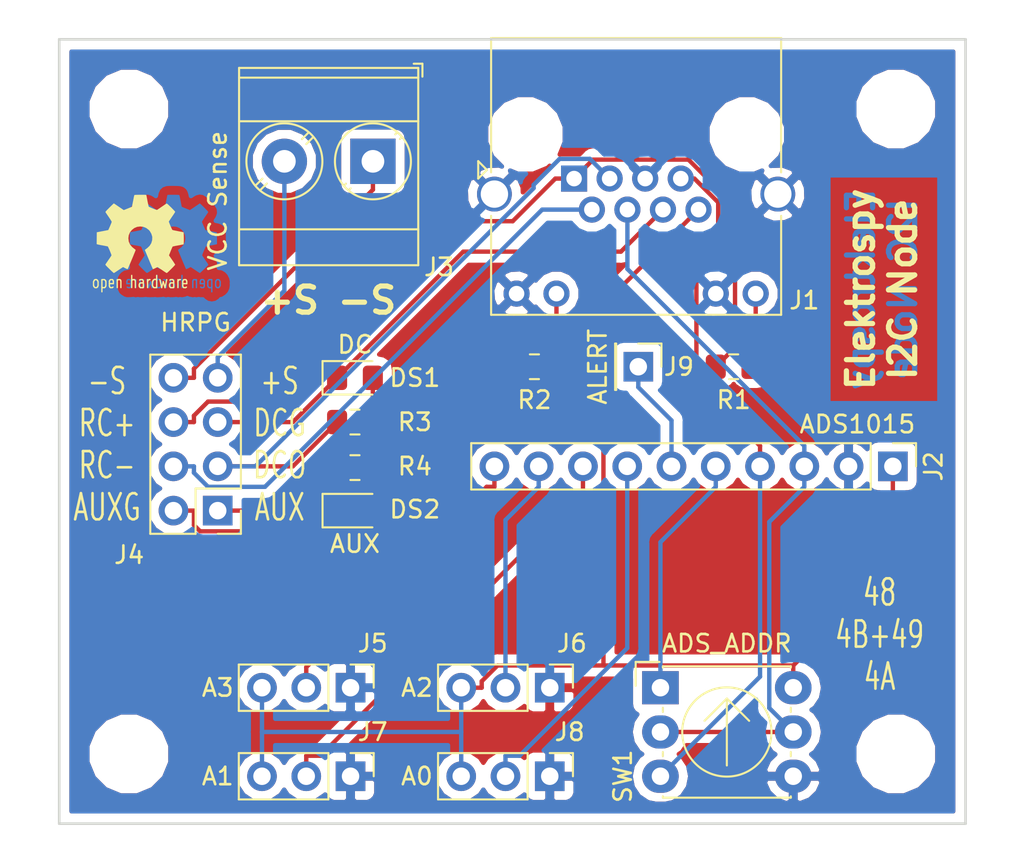
<source format=kicad_pcb>
(kicad_pcb (version 20171130) (host pcbnew "(5.0.0)")

  (general
    (thickness 1.6)
    (drawings 10)
    (tracks 107)
    (zones 0)
    (modules 22)
    (nets 23)
  )

  (page A4)
  (layers
    (0 F.Cu signal)
    (31 B.Cu signal)
    (32 B.Adhes user)
    (33 F.Adhes user)
    (34 B.Paste user)
    (35 F.Paste user)
    (36 B.SilkS user)
    (37 F.SilkS user)
    (38 B.Mask user hide)
    (39 F.Mask user hide)
    (40 Dwgs.User user)
    (41 Cmts.User user)
    (42 Eco1.User user)
    (43 Eco2.User user)
    (44 Edge.Cuts user)
    (45 Margin user hide)
    (46 B.CrtYd user)
    (47 F.CrtYd user)
    (48 B.Fab user)
    (49 F.Fab user)
  )

  (setup
    (last_trace_width 0.25)
    (trace_clearance 0.2)
    (zone_clearance 0.508)
    (zone_45_only no)
    (trace_min 0.2)
    (segment_width 0.2)
    (edge_width 0.15)
    (via_size 0.8)
    (via_drill 0.4)
    (via_min_size 0.4)
    (via_min_drill 0.3)
    (uvia_size 0.3)
    (uvia_drill 0.1)
    (uvias_allowed no)
    (uvia_min_size 0.2)
    (uvia_min_drill 0.1)
    (pcb_text_width 0.3)
    (pcb_text_size 1.5 1.5)
    (mod_edge_width 0.15)
    (mod_text_size 1 1)
    (mod_text_width 0.15)
    (pad_size 2.1 1.9)
    (pad_drill 1)
    (pad_to_mask_clearance 0.2)
    (aux_axis_origin 0 0)
    (visible_elements 7FFFFFFF)
    (pcbplotparams
      (layerselection 0x010fc_ffffffff)
      (usegerberextensions true)
      (usegerberattributes false)
      (usegerberadvancedattributes false)
      (creategerberjobfile true)
      (excludeedgelayer true)
      (linewidth 0.100000)
      (plotframeref false)
      (viasonmask false)
      (mode 1)
      (useauxorigin false)
      (hpglpennumber 1)
      (hpglpenspeed 20)
      (hpglpendiameter 15.000000)
      (psnegative false)
      (psa4output false)
      (plotreference true)
      (plotvalue true)
      (plotinvisibletext false)
      (padsonsilk false)
      (subtractmaskfromsilk false)
      (outputformat 1)
      (mirror false)
      (drillshape 0)
      (scaleselection 1)
      (outputdirectory "Gerber/"))
  )

  (net 0 "")
  (net 1 "Net-(DS1-Pad2)")
  (net 2 /DC_GND)
  (net 3 /AUXG)
  (net 4 "Net-(DS2-Pad2)")
  (net 5 /RC+)
  (net 6 /DC_OK)
  (net 7 GND)
  (net 8 /SDA)
  (net 9 /RC-)
  (net 10 /SCL)
  (net 11 +5V)
  (net 12 "Net-(J1-Pad10)")
  (net 13 "Net-(J1-Pad12)")
  (net 14 /ADDR)
  (net 15 /ALERT)
  (net 16 /A0)
  (net 17 /A1)
  (net 18 /A2)
  (net 19 /A3)
  (net 20 /-S)
  (net 21 /+S)
  (net 22 /AUX)

  (net_class Default "This is the default net class."
    (clearance 0.2)
    (trace_width 0.25)
    (via_dia 0.8)
    (via_drill 0.4)
    (uvia_dia 0.3)
    (uvia_drill 0.1)
    (add_net +5V)
    (add_net /+S)
    (add_net /-S)
    (add_net /A0)
    (add_net /A1)
    (add_net /A2)
    (add_net /A3)
    (add_net /ADDR)
    (add_net /ALERT)
    (add_net /AUX)
    (add_net /AUXG)
    (add_net /DC_GND)
    (add_net /DC_OK)
    (add_net /RC+)
    (add_net /RC-)
    (add_net /SCL)
    (add_net /SDA)
    (add_net GND)
    (add_net "Net-(DS1-Pad2)")
    (add_net "Net-(DS2-Pad2)")
    (add_net "Net-(J1-Pad10)")
    (add_net "Net-(J1-Pad12)")
  )

  (module Connector_PinHeader_2.54mm:PinHeader_2x04_P2.54mm_Vertical (layer F.Cu) (tedit 5B5BF05A) (tstamp 5B69A18D)
    (at 125.095 66.04 180)
    (descr "Through hole straight pin header, 2x04, 2.54mm pitch, double rows")
    (tags "Through hole pin header THT 2x04 2.54mm double row")
    (path /5B5F9683)
    (fp_text reference J4 (at 5.08 -2.54 180) (layer F.SilkS)
      (effects (font (size 1 1) (thickness 0.15)))
    )
    (fp_text value HRPG (at 1.27 10.795 180) (layer F.SilkS)
      (effects (font (size 1 1) (thickness 0.15)))
    )
    (fp_line (start 0 -1.27) (end 3.81 -1.27) (layer F.Fab) (width 0.1))
    (fp_line (start 3.81 -1.27) (end 3.81 8.89) (layer F.Fab) (width 0.1))
    (fp_line (start 3.81 8.89) (end -1.27 8.89) (layer F.Fab) (width 0.1))
    (fp_line (start -1.27 8.89) (end -1.27 0) (layer F.Fab) (width 0.1))
    (fp_line (start -1.27 0) (end 0 -1.27) (layer F.Fab) (width 0.1))
    (fp_line (start -1.33 8.95) (end 3.87 8.95) (layer F.SilkS) (width 0.12))
    (fp_line (start -1.33 1.27) (end -1.33 8.95) (layer F.SilkS) (width 0.12))
    (fp_line (start 3.87 -1.33) (end 3.87 8.95) (layer F.SilkS) (width 0.12))
    (fp_line (start -1.33 1.27) (end 1.27 1.27) (layer F.SilkS) (width 0.12))
    (fp_line (start 1.27 1.27) (end 1.27 -1.33) (layer F.SilkS) (width 0.12))
    (fp_line (start 1.27 -1.33) (end 3.87 -1.33) (layer F.SilkS) (width 0.12))
    (fp_line (start -1.33 0) (end -1.33 -1.33) (layer F.SilkS) (width 0.12))
    (fp_line (start -1.33 -1.33) (end 0 -1.33) (layer F.SilkS) (width 0.12))
    (fp_line (start -1.8 -1.8) (end -1.8 9.4) (layer F.CrtYd) (width 0.05))
    (fp_line (start -1.8 9.4) (end 4.35 9.4) (layer F.CrtYd) (width 0.05))
    (fp_line (start 4.35 9.4) (end 4.35 -1.8) (layer F.CrtYd) (width 0.05))
    (fp_line (start 4.35 -1.8) (end -1.8 -1.8) (layer F.CrtYd) (width 0.05))
    (fp_text user %R (at 1.27 3.81 270) (layer F.Fab)
      (effects (font (size 1 1) (thickness 0.15)))
    )
    (pad 1 thru_hole rect (at 0 0 180) (size 1.7 1.7) (drill 1) (layers *.Cu *.Mask)
      (net 22 /AUX))
    (pad 2 thru_hole oval (at 2.54 0 180) (size 1.7 1.7) (drill 1) (layers *.Cu *.Mask)
      (net 3 /AUXG))
    (pad 3 thru_hole oval (at 0 2.54 180) (size 1.7 1.7) (drill 1) (layers *.Cu *.Mask)
      (net 6 /DC_OK))
    (pad 4 thru_hole oval (at 2.54 2.54 180) (size 1.7 1.7) (drill 1) (layers *.Cu *.Mask)
      (net 9 /RC-))
    (pad 5 thru_hole oval (at 0 5.08 180) (size 1.7 1.7) (drill 1) (layers *.Cu *.Mask)
      (net 2 /DC_GND))
    (pad 6 thru_hole oval (at 2.54 5.08 180) (size 1.7 1.7) (drill 1) (layers *.Cu *.Mask)
      (net 5 /RC+))
    (pad 7 thru_hole oval (at 0 7.62 180) (size 1.7 1.7) (drill 1) (layers *.Cu *.Mask)
      (net 21 /+S))
    (pad 8 thru_hole oval (at 2.54 7.62 180) (size 1.7 1.7) (drill 1) (layers *.Cu *.Mask)
      (net 20 /-S))
    (model ${KISYS3DMOD}/Connector_PinHeader_2.54mm.3dshapes/PinHeader_2x04_P2.54mm_Vertical.wrl
      (at (xyz 0 0 0))
      (scale (xyz 1 1 1))
      (rotate (xyz 0 0 0))
    )
  )

  (module Connector_PinHeader_2.54mm:PinHeader_1x01_P2.54mm_Vertical (layer F.Cu) (tedit 5B5C5B28) (tstamp 5B699CB4)
    (at 149.225 57.785 270)
    (descr "Through hole straight pin header, 1x01, 2.54mm pitch, single row")
    (tags "Through hole pin header THT 1x01 2.54mm single row")
    (path /5B60C7FF)
    (fp_text reference J9 (at 0 -2.33) (layer F.SilkS)
      (effects (font (size 1 1) (thickness 0.15)))
    )
    (fp_text value ALERT (at 0 2.33 270) (layer F.SilkS)
      (effects (font (size 1 1) (thickness 0.15)))
    )
    (fp_line (start -0.635 -1.27) (end 1.27 -1.27) (layer F.Fab) (width 0.1))
    (fp_line (start 1.27 -1.27) (end 1.27 1.27) (layer F.Fab) (width 0.1))
    (fp_line (start 1.27 1.27) (end -1.27 1.27) (layer F.Fab) (width 0.1))
    (fp_line (start -1.27 1.27) (end -1.27 -0.635) (layer F.Fab) (width 0.1))
    (fp_line (start -1.27 -0.635) (end -0.635 -1.27) (layer F.Fab) (width 0.1))
    (fp_line (start -1.33 1.33) (end 1.33 1.33) (layer F.SilkS) (width 0.12))
    (fp_line (start -1.33 1.27) (end -1.33 1.33) (layer F.SilkS) (width 0.12))
    (fp_line (start 1.33 1.27) (end 1.33 1.33) (layer F.SilkS) (width 0.12))
    (fp_line (start -1.33 1.27) (end 1.33 1.27) (layer F.SilkS) (width 0.12))
    (fp_line (start -1.33 0) (end -1.33 -1.33) (layer F.SilkS) (width 0.12))
    (fp_line (start -1.33 -1.33) (end 0 -1.33) (layer F.SilkS) (width 0.12))
    (fp_line (start -1.8 -1.8) (end -1.8 1.8) (layer F.CrtYd) (width 0.05))
    (fp_line (start -1.8 1.8) (end 1.8 1.8) (layer F.CrtYd) (width 0.05))
    (fp_line (start 1.8 1.8) (end 1.8 -1.8) (layer F.CrtYd) (width 0.05))
    (fp_line (start 1.8 -1.8) (end -1.8 -1.8) (layer F.CrtYd) (width 0.05))
    (fp_text user %R (at 0 0) (layer F.Fab)
      (effects (font (size 1 1) (thickness 0.15)))
    )
    (pad 1 thru_hole rect (at 0 0 270) (size 1.7 1.7) (drill 1) (layers *.Cu *.Mask)
      (net 15 /ALERT))
    (model ${KISYS3DMOD}/Connector_PinHeader_2.54mm.3dshapes/PinHeader_1x01_P2.54mm_Vertical.wrl
      (at (xyz 0 0 0))
      (scale (xyz 1 1 1))
      (rotate (xyz 0 0 0))
    )
  )

  (module LED_SMD:LED_0805_2012Metric_Pad1.15x1.40mm_HandSolder (layer F.Cu) (tedit 5B5BF094) (tstamp 5B697194)
    (at 132.969 58.42)
    (descr "LED SMD 0805 (2012 Metric), square (rectangular) end terminal, IPC_7351 nominal, (Body size source: https://docs.google.com/spreadsheets/d/1BsfQQcO9C6DZCsRaXUlFlo91Tg2WpOkGARC1WS5S8t0/edit?usp=sharing), generated with kicad-footprint-generator")
    (tags "LED handsolder")
    (path /5B6184F5)
    (attr smd)
    (fp_text reference DS1 (at 3.435 0) (layer F.SilkS)
      (effects (font (size 1 1) (thickness 0.15)))
    )
    (fp_text value DC (at 0 -1.905) (layer F.SilkS)
      (effects (font (size 1 1) (thickness 0.15)))
    )
    (fp_text user %R (at 0 0) (layer F.Fab)
      (effects (font (size 0.5 0.5) (thickness 0.08)))
    )
    (fp_line (start 1.85 0.95) (end -1.85 0.95) (layer F.CrtYd) (width 0.05))
    (fp_line (start 1.85 -0.95) (end 1.85 0.95) (layer F.CrtYd) (width 0.05))
    (fp_line (start -1.85 -0.95) (end 1.85 -0.95) (layer F.CrtYd) (width 0.05))
    (fp_line (start -1.85 0.95) (end -1.85 -0.95) (layer F.CrtYd) (width 0.05))
    (fp_line (start -1.86 0.96) (end 1 0.96) (layer F.SilkS) (width 0.12))
    (fp_line (start -1.86 -0.96) (end -1.86 0.96) (layer F.SilkS) (width 0.12))
    (fp_line (start 1 -0.96) (end -1.86 -0.96) (layer F.SilkS) (width 0.12))
    (fp_line (start 1 0.6) (end 1 -0.6) (layer F.Fab) (width 0.1))
    (fp_line (start -1 0.6) (end 1 0.6) (layer F.Fab) (width 0.1))
    (fp_line (start -1 -0.3) (end -1 0.6) (layer F.Fab) (width 0.1))
    (fp_line (start -0.7 -0.6) (end -1 -0.3) (layer F.Fab) (width 0.1))
    (fp_line (start 1 -0.6) (end -0.7 -0.6) (layer F.Fab) (width 0.1))
    (pad 2 smd roundrect (at 1.025 0) (size 1.15 1.4) (layers F.Cu F.Paste F.Mask) (roundrect_rratio 0.217391)
      (net 1 "Net-(DS1-Pad2)"))
    (pad 1 smd roundrect (at -1.025 0) (size 1.15 1.4) (layers F.Cu F.Paste F.Mask) (roundrect_rratio 0.217391)
      (net 2 /DC_GND))
    (model ${KISYS3DMOD}/LED_SMD.3dshapes/LED_0805_2012Metric.wrl
      (at (xyz 0 0 0))
      (scale (xyz 1 1 1))
      (rotate (xyz 0 0 0))
    )
  )

  (module LED_SMD:LED_0805_2012Metric_Pad1.15x1.40mm_HandSolder (layer F.Cu) (tedit 5B5BF050) (tstamp 5B6971A7)
    (at 132.969 66.04)
    (descr "LED SMD 0805 (2012 Metric), square (rectangular) end terminal, IPC_7351 nominal, (Body size source: https://docs.google.com/spreadsheets/d/1BsfQQcO9C6DZCsRaXUlFlo91Tg2WpOkGARC1WS5S8t0/edit?usp=sharing), generated with kicad-footprint-generator")
    (tags "LED handsolder")
    (path /5B5FE7DE)
    (attr smd)
    (fp_text reference DS2 (at 3.4365 -0.0715) (layer F.SilkS)
      (effects (font (size 1 1) (thickness 0.15)))
    )
    (fp_text value AUX (at 0 1.905) (layer F.SilkS)
      (effects (font (size 1 1) (thickness 0.15)))
    )
    (fp_line (start 1 -0.6) (end -0.7 -0.6) (layer F.Fab) (width 0.1))
    (fp_line (start -0.7 -0.6) (end -1 -0.3) (layer F.Fab) (width 0.1))
    (fp_line (start -1 -0.3) (end -1 0.6) (layer F.Fab) (width 0.1))
    (fp_line (start -1 0.6) (end 1 0.6) (layer F.Fab) (width 0.1))
    (fp_line (start 1 0.6) (end 1 -0.6) (layer F.Fab) (width 0.1))
    (fp_line (start 1 -0.96) (end -1.86 -0.96) (layer F.SilkS) (width 0.12))
    (fp_line (start -1.86 -0.96) (end -1.86 0.96) (layer F.SilkS) (width 0.12))
    (fp_line (start -1.86 0.96) (end 1 0.96) (layer F.SilkS) (width 0.12))
    (fp_line (start -1.85 0.95) (end -1.85 -0.95) (layer F.CrtYd) (width 0.05))
    (fp_line (start -1.85 -0.95) (end 1.85 -0.95) (layer F.CrtYd) (width 0.05))
    (fp_line (start 1.85 -0.95) (end 1.85 0.95) (layer F.CrtYd) (width 0.05))
    (fp_line (start 1.85 0.95) (end -1.85 0.95) (layer F.CrtYd) (width 0.05))
    (fp_text user %R (at 0 0) (layer F.Fab)
      (effects (font (size 0.5 0.5) (thickness 0.08)))
    )
    (pad 1 smd roundrect (at -1.025 0) (size 1.15 1.4) (layers F.Cu F.Paste F.Mask) (roundrect_rratio 0.217391)
      (net 3 /AUXG))
    (pad 2 smd roundrect (at 1.025 0) (size 1.15 1.4) (layers F.Cu F.Paste F.Mask) (roundrect_rratio 0.217391)
      (net 4 "Net-(DS2-Pad2)"))
    (model ${KISYS3DMOD}/LED_SMD.3dshapes/LED_0805_2012Metric.wrl
      (at (xyz 0 0 0))
      (scale (xyz 1 1 1))
      (rotate (xyz 0 0 0))
    )
  )

  (module Connector_RJ:RJ45_Amphenol_RJHSE538X (layer F.Cu) (tedit 5AD3662E) (tstamp 5B6971CE)
    (at 145.54 46.99)
    (descr "Shielded, 2 LED, https://www.amphenolcanada.com/ProductSearch/drawings/AC/RJHSE538X.pdf")
    (tags "RJ45 8p8c ethernet cat5")
    (path /5B5D9470)
    (fp_text reference J1 (at 13.21 6.985) (layer F.SilkS)
      (effects (font (size 1 1) (thickness 0.15)))
    )
    (fp_text value "RJ45 PWR" (at 3.56 -2.54) (layer F.Fab)
      (effects (font (size 1 1) (thickness 0.15)))
    )
    (fp_line (start -4.695 -7) (end -4.695 7.75) (layer F.Fab) (width 0.1))
    (fp_line (start -4.695 7.75) (end 11.815 7.75) (layer F.Fab) (width 0.1))
    (fp_line (start -3.695 -8) (end 11.815 -8) (layer F.Fab) (width 0.1))
    (fp_line (start 11.815 -8) (end 11.815 7.75) (layer F.Fab) (width 0.1))
    (fp_line (start -4.76 -8.065) (end 11.88 -8.065) (layer F.SilkS) (width 0.12))
    (fp_line (start -4.76 -8.065) (end -4.76 -0.36) (layer F.SilkS) (width 0.12))
    (fp_line (start 11.88 -8.065) (end 11.88 -0.36) (layer F.SilkS) (width 0.12))
    (fp_line (start -4.76 7.815) (end 11.88 7.815) (layer F.SilkS) (width 0.12))
    (fp_line (start -4.76 7.815) (end -4.76 2.14) (layer F.SilkS) (width 0.12))
    (fp_line (start 11.88 7.815) (end 11.88 2.14) (layer F.SilkS) (width 0.12))
    (fp_line (start -4.695 -7) (end -3.695 -8) (layer F.Fab) (width 0.1))
    (fp_line (start -6.07 -8.5) (end 13.19 -8.5) (layer F.CrtYd) (width 0.05))
    (fp_line (start -6.07 -8.5) (end -6.07 8.25) (layer F.CrtYd) (width 0.05))
    (fp_line (start -6.07 8.25) (end 13.19 8.25) (layer F.CrtYd) (width 0.05))
    (fp_line (start 13.19 -8.5) (end 13.19 8.25) (layer F.CrtYd) (width 0.05))
    (fp_text user %R (at 3.56 -6) (layer F.Fab)
      (effects (font (size 1 1) (thickness 0.15)))
    )
    (fp_line (start -5 -0.5) (end -5.5 0) (layer F.SilkS) (width 0.12))
    (fp_line (start -5.5 0) (end -5.5 -1) (layer F.SilkS) (width 0.12))
    (fp_line (start -5.5 -1) (end -5 -0.5) (layer F.SilkS) (width 0.12))
    (pad 1 thru_hole rect (at 0 0) (size 1.5 1.5) (drill 0.89) (layers *.Cu *.Mask)
      (net 5 /RC+))
    (pad 3 thru_hole circle (at 2.04 0) (size 1.5 1.5) (drill 0.89) (layers *.Cu *.Mask)
      (net 6 /DC_OK))
    (pad 5 thru_hole circle (at 4.08 0) (size 1.5 1.5) (drill 0.89) (layers *.Cu *.Mask)
      (net 7 GND))
    (pad 7 thru_hole circle (at 6.12 0) (size 1.5 1.5) (drill 0.89) (layers *.Cu *.Mask)
      (net 8 /SDA))
    (pad 2 thru_hole circle (at 1.02 1.78) (size 1.5 1.5) (drill 0.89) (layers *.Cu *.Mask)
      (net 9 /RC-))
    (pad 4 thru_hole circle (at 3.06 1.78) (size 1.5 1.5) (drill 0.89) (layers *.Cu *.Mask)
      (net 10 /SCL))
    (pad 6 thru_hole circle (at 5.1 1.78) (size 1.5 1.5) (drill 0.89) (layers *.Cu *.Mask)
      (net 2 /DC_GND))
    (pad 8 thru_hole circle (at 7.14 1.78) (size 1.5 1.5) (drill 0.89) (layers *.Cu *.Mask)
      (net 11 +5V))
    (pad "" np_thru_hole circle (at -2.79 -2.54) (size 3.25 3.25) (drill 3.25) (layers *.Cu *.Mask))
    (pad "" np_thru_hole circle (at 9.91 -2.54) (size 3.25 3.25) (drill 3.25) (layers *.Cu *.Mask))
    (pad SH thru_hole circle (at 11.69 0.89) (size 2 2) (drill 1.57) (layers *.Cu *.Mask)
      (net 7 GND))
    (pad SH thru_hole circle (at -4.57 0.89) (size 2 2) (drill 1.57) (layers *.Cu *.Mask)
      (net 7 GND))
    (pad 9 thru_hole circle (at -3.3 6.6) (size 1.5 1.5) (drill 0.89) (layers *.Cu *.Mask)
      (net 7 GND))
    (pad 10 thru_hole circle (at -1.01 6.6) (size 1.5 1.5) (drill 0.89) (layers *.Cu *.Mask)
      (net 12 "Net-(J1-Pad10)"))
    (pad 11 thru_hole circle (at 8.13 6.6) (size 1.5 1.5) (drill 0.89) (layers *.Cu *.Mask)
      (net 7 GND))
    (pad 12 thru_hole circle (at 10.42 6.6) (size 1.5 1.5) (drill 0.89) (layers *.Cu *.Mask)
      (net 13 "Net-(J1-Pad12)"))
    (model ${KISYS3DMOD}/Connector_RJ.3dshapes/RJ45_Amphenol_RJHSE538X.wrl
      (at (xyz 0 0 0))
      (scale (xyz 1 1 1))
      (rotate (xyz 0 0 0))
    )
    (model G:/Projekte/KiCad/simsioto/walter/conn_pc/rj45-led.wrl
      (offset (xyz 3.5 0 0))
      (scale (xyz 1 1 1))
      (rotate (xyz 0 0 180))
    )
  )

  (module Connector_PinHeader_2.54mm:PinHeader_1x10_P2.54mm_Vertical (layer F.Cu) (tedit 5B5C5B40) (tstamp 5B6971EC)
    (at 163.83 63.5 270)
    (descr "Through hole straight pin header, 1x10, 2.54mm pitch, single row")
    (tags "Through hole pin header THT 1x10 2.54mm single row")
    (path /5B5F9109)
    (fp_text reference J2 (at 0 -2.33 270) (layer F.SilkS)
      (effects (font (size 1 1) (thickness 0.15)))
    )
    (fp_text value ADS1015 (at -2.413 2.032 180) (layer F.SilkS)
      (effects (font (size 1 1) (thickness 0.15)))
    )
    (fp_line (start -0.635 -1.27) (end 1.27 -1.27) (layer F.Fab) (width 0.1))
    (fp_line (start 1.27 -1.27) (end 1.27 24.13) (layer F.Fab) (width 0.1))
    (fp_line (start 1.27 24.13) (end -1.27 24.13) (layer F.Fab) (width 0.1))
    (fp_line (start -1.27 24.13) (end -1.27 -0.635) (layer F.Fab) (width 0.1))
    (fp_line (start -1.27 -0.635) (end -0.635 -1.27) (layer F.Fab) (width 0.1))
    (fp_line (start -1.33 24.19) (end 1.33 24.19) (layer F.SilkS) (width 0.12))
    (fp_line (start -1.33 1.27) (end -1.33 24.19) (layer F.SilkS) (width 0.12))
    (fp_line (start 1.33 1.27) (end 1.33 24.19) (layer F.SilkS) (width 0.12))
    (fp_line (start -1.33 1.27) (end 1.33 1.27) (layer F.SilkS) (width 0.12))
    (fp_line (start -1.33 0) (end -1.33 -1.33) (layer F.SilkS) (width 0.12))
    (fp_line (start -1.33 -1.33) (end 0 -1.33) (layer F.SilkS) (width 0.12))
    (fp_line (start -1.8 -1.8) (end -1.8 24.65) (layer F.CrtYd) (width 0.05))
    (fp_line (start -1.8 24.65) (end 1.8 24.65) (layer F.CrtYd) (width 0.05))
    (fp_line (start 1.8 24.65) (end 1.8 -1.8) (layer F.CrtYd) (width 0.05))
    (fp_line (start 1.8 -1.8) (end -1.8 -1.8) (layer F.CrtYd) (width 0.05))
    (fp_text user %R (at 0 11.43) (layer F.Fab)
      (effects (font (size 1 1) (thickness 0.15)))
    )
    (pad 1 thru_hole rect (at 0 0 270) (size 1.7 1.7) (drill 1) (layers *.Cu *.Mask)
      (net 11 +5V))
    (pad 2 thru_hole oval (at 0 2.54 270) (size 1.7 1.7) (drill 1) (layers *.Cu *.Mask)
      (net 7 GND))
    (pad 3 thru_hole oval (at 0 5.08 270) (size 1.7 1.7) (drill 1) (layers *.Cu *.Mask)
      (net 10 /SCL))
    (pad 4 thru_hole oval (at 0 7.62 270) (size 1.7 1.7) (drill 1) (layers *.Cu *.Mask)
      (net 8 /SDA))
    (pad 5 thru_hole oval (at 0 10.16 270) (size 1.7 1.7) (drill 1) (layers *.Cu *.Mask)
      (net 14 /ADDR))
    (pad 6 thru_hole oval (at 0 12.7 270) (size 1.7 1.7) (drill 1) (layers *.Cu *.Mask)
      (net 15 /ALERT))
    (pad 7 thru_hole oval (at 0 15.24 270) (size 1.7 1.7) (drill 1) (layers *.Cu *.Mask)
      (net 16 /A0))
    (pad 8 thru_hole oval (at 0 17.78 270) (size 1.7 1.7) (drill 1) (layers *.Cu *.Mask)
      (net 17 /A1))
    (pad 9 thru_hole oval (at 0 20.32 270) (size 1.7 1.7) (drill 1) (layers *.Cu *.Mask)
      (net 18 /A2))
    (pad 10 thru_hole oval (at 0 22.86 270) (size 1.7 1.7) (drill 1) (layers *.Cu *.Mask)
      (net 19 /A3))
    (model ${KISYS3DMOD}/Connector_PinHeader_2.54mm.3dshapes/PinHeader_1x10_P2.54mm_Vertical.wrl
      (at (xyz 0 0 0))
      (scale (xyz 1 1 1))
      (rotate (xyz 0 0 0))
    )
  )

  (module TerminalBlock_Phoenix:TerminalBlock_Phoenix_MKDS-3-2-5.08_1x02_P5.08mm_Horizontal (layer F.Cu) (tedit 5B5C5856) (tstamp 5B697218)
    (at 134 46 180)
    (descr "Terminal Block Phoenix MKDS-3-2-5.08, 2 pins, pitch 5.08mm, size 10.2x11.2mm^2, drill diamater 1.3mm, pad diameter 2.6mm, see http://www.farnell.com/datasheets/2138224.pdf, script-generated using https://github.com/pointhi/kicad-footprint-generator/scripts/TerminalBlock_Phoenix")
    (tags "THT Terminal Block Phoenix MKDS-3-2-5.08 pitch 5.08mm size 10.2x11.2mm^2 drill 1.3mm pad 2.6mm")
    (path /5B602030)
    (fp_text reference J3 (at -3.795 -6.07 180) (layer F.SilkS)
      (effects (font (size 1 1) (thickness 0.15)))
    )
    (fp_text value "VCC Sense" (at 8.905 -2.26 270) (layer F.SilkS)
      (effects (font (size 1 1) (thickness 0.15)))
    )
    (fp_circle (center 0 0) (end 2 0) (layer F.Fab) (width 0.1))
    (fp_circle (center 0 0) (end 2.18 0) (layer F.SilkS) (width 0.12))
    (fp_circle (center 5.08 0) (end 7.08 0) (layer F.Fab) (width 0.1))
    (fp_circle (center 5.08 0) (end 7.26 0) (layer F.SilkS) (width 0.12))
    (fp_line (start -2.54 -5.9) (end 7.62 -5.9) (layer F.Fab) (width 0.1))
    (fp_line (start 7.62 -5.9) (end 7.62 5.3) (layer F.Fab) (width 0.1))
    (fp_line (start 7.62 5.3) (end -2.04 5.3) (layer F.Fab) (width 0.1))
    (fp_line (start -2.04 5.3) (end -2.54 4.8) (layer F.Fab) (width 0.1))
    (fp_line (start -2.54 4.8) (end -2.54 -5.9) (layer F.Fab) (width 0.1))
    (fp_line (start -2.54 4.8) (end 7.62 4.8) (layer F.Fab) (width 0.1))
    (fp_line (start -2.6 4.8) (end 7.68 4.8) (layer F.SilkS) (width 0.12))
    (fp_line (start -2.54 2.3) (end 7.62 2.3) (layer F.Fab) (width 0.1))
    (fp_line (start -2.6 2.3) (end 7.68 2.3) (layer F.SilkS) (width 0.12))
    (fp_line (start -2.54 -3.9) (end 7.62 -3.9) (layer F.Fab) (width 0.1))
    (fp_line (start -2.6 -3.9) (end 7.68 -3.9) (layer F.SilkS) (width 0.12))
    (fp_line (start -2.6 -5.96) (end 7.68 -5.96) (layer F.SilkS) (width 0.12))
    (fp_line (start -2.6 5.36) (end 7.68 5.36) (layer F.SilkS) (width 0.12))
    (fp_line (start -2.6 -5.96) (end -2.6 5.36) (layer F.SilkS) (width 0.12))
    (fp_line (start 7.68 -5.96) (end 7.68 5.36) (layer F.SilkS) (width 0.12))
    (fp_line (start 1.517 -1.273) (end -1.273 1.517) (layer F.Fab) (width 0.1))
    (fp_line (start 1.273 -1.517) (end -1.517 1.273) (layer F.Fab) (width 0.1))
    (fp_line (start 1.654 -1.388) (end 1.547 -1.281) (layer F.SilkS) (width 0.12))
    (fp_line (start -1.282 1.547) (end -1.388 1.654) (layer F.SilkS) (width 0.12))
    (fp_line (start 1.388 -1.654) (end 1.281 -1.547) (layer F.SilkS) (width 0.12))
    (fp_line (start -1.548 1.281) (end -1.654 1.388) (layer F.SilkS) (width 0.12))
    (fp_line (start 6.597 -1.273) (end 3.808 1.517) (layer F.Fab) (width 0.1))
    (fp_line (start 6.353 -1.517) (end 3.564 1.273) (layer F.Fab) (width 0.1))
    (fp_line (start 6.734 -1.388) (end 6.339 -0.992) (layer F.SilkS) (width 0.12))
    (fp_line (start 4.073 1.274) (end 3.693 1.654) (layer F.SilkS) (width 0.12))
    (fp_line (start 6.468 -1.654) (end 6.088 -1.274) (layer F.SilkS) (width 0.12))
    (fp_line (start 3.822 0.992) (end 3.427 1.388) (layer F.SilkS) (width 0.12))
    (fp_line (start -2.84 4.86) (end -2.84 5.6) (layer F.SilkS) (width 0.12))
    (fp_line (start -2.84 5.6) (end -2.34 5.6) (layer F.SilkS) (width 0.12))
    (fp_line (start -3.04 -6.4) (end -3.04 5.8) (layer F.CrtYd) (width 0.05))
    (fp_line (start -3.04 5.8) (end 8.13 5.8) (layer F.CrtYd) (width 0.05))
    (fp_line (start 8.13 5.8) (end 8.13 -6.4) (layer F.CrtYd) (width 0.05))
    (fp_line (start 8.13 -6.4) (end -3.04 -6.4) (layer F.CrtYd) (width 0.05))
    (fp_text user %R (at 2.54 3.1 180) (layer F.Fab)
      (effects (font (size 1 1) (thickness 0.15)))
    )
    (pad 1 thru_hole rect (at 0 0 180) (size 2.6 2.6) (drill 1.3) (layers *.Cu *.Mask)
      (net 20 /-S))
    (pad 2 thru_hole circle (at 5.08 0 180) (size 2.6 2.6) (drill 1.3) (layers *.Cu *.Mask)
      (net 21 /+S))
    (model ${KISYS3DMOD}/TerminalBlock_Phoenix.3dshapes/TerminalBlock_Phoenix_MKDS-3-2-5.08_1x02_P5.08mm_Horizontal.wrl
      (at (xyz 0 0 0))
      (scale (xyz 1 1 1))
      (rotate (xyz 0 0 0))
    )
    (model G:/Projekte/KiCad/simsioto/walter/conn_mkds/mkds_1,5-2.wrl
      (offset (xyz 2.5 0 0))
      (scale (xyz 1 1 1))
      (rotate (xyz 0 0 0))
    )
  )

  (module Connector_PinHeader_2.54mm:PinHeader_1x03_P2.54mm_Vertical (layer F.Cu) (tedit 5B5C5E0C) (tstamp 5B69724D)
    (at 132.715 76.2 270)
    (descr "Through hole straight pin header, 1x03, 2.54mm pitch, single row")
    (tags "Through hole pin header THT 1x03 2.54mm single row")
    (path /5B60B88E)
    (fp_text reference J5 (at -2.54 -1.27) (layer F.SilkS)
      (effects (font (size 1 1) (thickness 0.15)))
    )
    (fp_text value A3 (at 0 7.62) (layer F.SilkS)
      (effects (font (size 1 1) (thickness 0.15)))
    )
    (fp_line (start -0.635 -1.27) (end 1.27 -1.27) (layer F.Fab) (width 0.1))
    (fp_line (start 1.27 -1.27) (end 1.27 6.35) (layer F.Fab) (width 0.1))
    (fp_line (start 1.27 6.35) (end -1.27 6.35) (layer F.Fab) (width 0.1))
    (fp_line (start -1.27 6.35) (end -1.27 -0.635) (layer F.Fab) (width 0.1))
    (fp_line (start -1.27 -0.635) (end -0.635 -1.27) (layer F.Fab) (width 0.1))
    (fp_line (start -1.33 6.41) (end 1.33 6.41) (layer F.SilkS) (width 0.12))
    (fp_line (start -1.33 1.27) (end -1.33 6.41) (layer F.SilkS) (width 0.12))
    (fp_line (start 1.33 1.27) (end 1.33 6.41) (layer F.SilkS) (width 0.12))
    (fp_line (start -1.33 1.27) (end 1.33 1.27) (layer F.SilkS) (width 0.12))
    (fp_line (start -1.33 0) (end -1.33 -1.33) (layer F.SilkS) (width 0.12))
    (fp_line (start -1.33 -1.33) (end 0 -1.33) (layer F.SilkS) (width 0.12))
    (fp_line (start -1.8 -1.8) (end -1.8 6.85) (layer F.CrtYd) (width 0.05))
    (fp_line (start -1.8 6.85) (end 1.8 6.85) (layer F.CrtYd) (width 0.05))
    (fp_line (start 1.8 6.85) (end 1.8 -1.8) (layer F.CrtYd) (width 0.05))
    (fp_line (start 1.8 -1.8) (end -1.8 -1.8) (layer F.CrtYd) (width 0.05))
    (fp_text user %R (at 0 2.54) (layer F.Fab)
      (effects (font (size 1 1) (thickness 0.15)))
    )
    (pad 1 thru_hole rect (at 0 0 270) (size 1.7 1.7) (drill 1) (layers *.Cu *.Mask)
      (net 7 GND))
    (pad 2 thru_hole oval (at 0 2.54 270) (size 1.7 1.7) (drill 1) (layers *.Cu *.Mask)
      (net 19 /A3))
    (pad 3 thru_hole oval (at 0 5.08 270) (size 1.7 1.7) (drill 1) (layers *.Cu *.Mask)
      (net 11 +5V))
    (model ${KISYS3DMOD}/Connector_PinHeader_2.54mm.3dshapes/PinHeader_1x03_P2.54mm_Vertical.wrl
      (at (xyz 0 0 0))
      (scale (xyz 1 1 1))
      (rotate (xyz 0 0 0))
    )
  )

  (module Connector_PinHeader_2.54mm:PinHeader_1x03_P2.54mm_Vertical (layer F.Cu) (tedit 5B5C5DE9) (tstamp 5B697264)
    (at 144.145 76.2 270)
    (descr "Through hole straight pin header, 1x03, 2.54mm pitch, single row")
    (tags "Through hole pin header THT 1x03 2.54mm single row")
    (path /5B60B895)
    (fp_text reference J6 (at -2.54 -1.27) (layer F.SilkS)
      (effects (font (size 1 1) (thickness 0.15)))
    )
    (fp_text value A2 (at 0 7.62) (layer F.SilkS)
      (effects (font (size 1 1) (thickness 0.15)))
    )
    (fp_text user %R (at 0 2.54) (layer F.Fab)
      (effects (font (size 1 1) (thickness 0.15)))
    )
    (fp_line (start 1.8 -1.8) (end -1.8 -1.8) (layer F.CrtYd) (width 0.05))
    (fp_line (start 1.8 6.85) (end 1.8 -1.8) (layer F.CrtYd) (width 0.05))
    (fp_line (start -1.8 6.85) (end 1.8 6.85) (layer F.CrtYd) (width 0.05))
    (fp_line (start -1.8 -1.8) (end -1.8 6.85) (layer F.CrtYd) (width 0.05))
    (fp_line (start -1.33 -1.33) (end 0 -1.33) (layer F.SilkS) (width 0.12))
    (fp_line (start -1.33 0) (end -1.33 -1.33) (layer F.SilkS) (width 0.12))
    (fp_line (start -1.33 1.27) (end 1.33 1.27) (layer F.SilkS) (width 0.12))
    (fp_line (start 1.33 1.27) (end 1.33 6.41) (layer F.SilkS) (width 0.12))
    (fp_line (start -1.33 1.27) (end -1.33 6.41) (layer F.SilkS) (width 0.12))
    (fp_line (start -1.33 6.41) (end 1.33 6.41) (layer F.SilkS) (width 0.12))
    (fp_line (start -1.27 -0.635) (end -0.635 -1.27) (layer F.Fab) (width 0.1))
    (fp_line (start -1.27 6.35) (end -1.27 -0.635) (layer F.Fab) (width 0.1))
    (fp_line (start 1.27 6.35) (end -1.27 6.35) (layer F.Fab) (width 0.1))
    (fp_line (start 1.27 -1.27) (end 1.27 6.35) (layer F.Fab) (width 0.1))
    (fp_line (start -0.635 -1.27) (end 1.27 -1.27) (layer F.Fab) (width 0.1))
    (pad 3 thru_hole oval (at 0 5.08 270) (size 1.7 1.7) (drill 1) (layers *.Cu *.Mask)
      (net 11 +5V))
    (pad 2 thru_hole oval (at 0 2.54 270) (size 1.7 1.7) (drill 1) (layers *.Cu *.Mask)
      (net 18 /A2))
    (pad 1 thru_hole rect (at 0 0 270) (size 1.7 1.7) (drill 1) (layers *.Cu *.Mask)
      (net 7 GND))
    (model ${KISYS3DMOD}/Connector_PinHeader_2.54mm.3dshapes/PinHeader_1x03_P2.54mm_Vertical.wrl
      (at (xyz 0 0 0))
      (scale (xyz 1 1 1))
      (rotate (xyz 0 0 0))
    )
  )

  (module Connector_PinHeader_2.54mm:PinHeader_1x03_P2.54mm_Vertical (layer F.Cu) (tedit 5B5C5E04) (tstamp 5B69727B)
    (at 132.715 81.28 270)
    (descr "Through hole straight pin header, 1x03, 2.54mm pitch, single row")
    (tags "Through hole pin header THT 1x03 2.54mm single row")
    (path /5B607B27)
    (fp_text reference J7 (at -2.54 -1.27) (layer F.SilkS)
      (effects (font (size 1 1) (thickness 0.15)))
    )
    (fp_text value A1 (at 0 7.62) (layer F.SilkS)
      (effects (font (size 1 1) (thickness 0.15)))
    )
    (fp_line (start -0.635 -1.27) (end 1.27 -1.27) (layer F.Fab) (width 0.1))
    (fp_line (start 1.27 -1.27) (end 1.27 6.35) (layer F.Fab) (width 0.1))
    (fp_line (start 1.27 6.35) (end -1.27 6.35) (layer F.Fab) (width 0.1))
    (fp_line (start -1.27 6.35) (end -1.27 -0.635) (layer F.Fab) (width 0.1))
    (fp_line (start -1.27 -0.635) (end -0.635 -1.27) (layer F.Fab) (width 0.1))
    (fp_line (start -1.33 6.41) (end 1.33 6.41) (layer F.SilkS) (width 0.12))
    (fp_line (start -1.33 1.27) (end -1.33 6.41) (layer F.SilkS) (width 0.12))
    (fp_line (start 1.33 1.27) (end 1.33 6.41) (layer F.SilkS) (width 0.12))
    (fp_line (start -1.33 1.27) (end 1.33 1.27) (layer F.SilkS) (width 0.12))
    (fp_line (start -1.33 0) (end -1.33 -1.33) (layer F.SilkS) (width 0.12))
    (fp_line (start -1.33 -1.33) (end 0 -1.33) (layer F.SilkS) (width 0.12))
    (fp_line (start -1.8 -1.8) (end -1.8 6.85) (layer F.CrtYd) (width 0.05))
    (fp_line (start -1.8 6.85) (end 1.8 6.85) (layer F.CrtYd) (width 0.05))
    (fp_line (start 1.8 6.85) (end 1.8 -1.8) (layer F.CrtYd) (width 0.05))
    (fp_line (start 1.8 -1.8) (end -1.8 -1.8) (layer F.CrtYd) (width 0.05))
    (fp_text user %R (at 0 2.54) (layer F.Fab)
      (effects (font (size 1 1) (thickness 0.15)))
    )
    (pad 1 thru_hole rect (at 0 0 270) (size 1.7 1.7) (drill 1) (layers *.Cu *.Mask)
      (net 7 GND))
    (pad 2 thru_hole oval (at 0 2.54 270) (size 1.7 1.7) (drill 1) (layers *.Cu *.Mask)
      (net 17 /A1))
    (pad 3 thru_hole oval (at 0 5.08 270) (size 1.7 1.7) (drill 1) (layers *.Cu *.Mask)
      (net 11 +5V))
    (model ${KISYS3DMOD}/Connector_PinHeader_2.54mm.3dshapes/PinHeader_1x03_P2.54mm_Vertical.wrl
      (at (xyz 0 0 0))
      (scale (xyz 1 1 1))
      (rotate (xyz 0 0 0))
    )
  )

  (module Connector_PinHeader_2.54mm:PinHeader_1x03_P2.54mm_Vertical (layer F.Cu) (tedit 5B5C5DF4) (tstamp 5B697292)
    (at 144.145 81.28 270)
    (descr "Through hole straight pin header, 1x03, 2.54mm pitch, single row")
    (tags "Through hole pin header THT 1x03 2.54mm single row")
    (path /5B607C0C)
    (fp_text reference J8 (at -2.54 -1.143) (layer F.SilkS)
      (effects (font (size 1 1) (thickness 0.15)))
    )
    (fp_text value A0 (at 0 7.62) (layer F.SilkS)
      (effects (font (size 1 1) (thickness 0.15)))
    )
    (fp_text user %R (at 0 2.54) (layer F.Fab)
      (effects (font (size 1 1) (thickness 0.15)))
    )
    (fp_line (start 1.8 -1.8) (end -1.8 -1.8) (layer F.CrtYd) (width 0.05))
    (fp_line (start 1.8 6.85) (end 1.8 -1.8) (layer F.CrtYd) (width 0.05))
    (fp_line (start -1.8 6.85) (end 1.8 6.85) (layer F.CrtYd) (width 0.05))
    (fp_line (start -1.8 -1.8) (end -1.8 6.85) (layer F.CrtYd) (width 0.05))
    (fp_line (start -1.33 -1.33) (end 0 -1.33) (layer F.SilkS) (width 0.12))
    (fp_line (start -1.33 0) (end -1.33 -1.33) (layer F.SilkS) (width 0.12))
    (fp_line (start -1.33 1.27) (end 1.33 1.27) (layer F.SilkS) (width 0.12))
    (fp_line (start 1.33 1.27) (end 1.33 6.41) (layer F.SilkS) (width 0.12))
    (fp_line (start -1.33 1.27) (end -1.33 6.41) (layer F.SilkS) (width 0.12))
    (fp_line (start -1.33 6.41) (end 1.33 6.41) (layer F.SilkS) (width 0.12))
    (fp_line (start -1.27 -0.635) (end -0.635 -1.27) (layer F.Fab) (width 0.1))
    (fp_line (start -1.27 6.35) (end -1.27 -0.635) (layer F.Fab) (width 0.1))
    (fp_line (start 1.27 6.35) (end -1.27 6.35) (layer F.Fab) (width 0.1))
    (fp_line (start 1.27 -1.27) (end 1.27 6.35) (layer F.Fab) (width 0.1))
    (fp_line (start -0.635 -1.27) (end 1.27 -1.27) (layer F.Fab) (width 0.1))
    (pad 3 thru_hole oval (at 0 5.08 270) (size 1.7 1.7) (drill 1) (layers *.Cu *.Mask)
      (net 11 +5V))
    (pad 2 thru_hole oval (at 0 2.54 270) (size 1.7 1.7) (drill 1) (layers *.Cu *.Mask)
      (net 16 /A0))
    (pad 1 thru_hole rect (at 0 0 270) (size 1.7 1.7) (drill 1) (layers *.Cu *.Mask)
      (net 7 GND))
    (model ${KISYS3DMOD}/Connector_PinHeader_2.54mm.3dshapes/PinHeader_1x03_P2.54mm_Vertical.wrl
      (at (xyz 0 0 0))
      (scale (xyz 1 1 1))
      (rotate (xyz 0 0 0))
    )
  )

  (module Resistor_SMD:R_0805_2012Metric_Pad1.15x1.40mm_HandSolder (layer F.Cu) (tedit 5B36C52B) (tstamp 5B6972B8)
    (at 154.695 57.785)
    (descr "Resistor SMD 0805 (2012 Metric), square (rectangular) end terminal, IPC_7351 nominal with elongated pad for handsoldering. (Body size source: https://docs.google.com/spreadsheets/d/1BsfQQcO9C6DZCsRaXUlFlo91Tg2WpOkGARC1WS5S8t0/edit?usp=sharing), generated with kicad-footprint-generator")
    (tags "resistor handsolder")
    (path /5B5F8520)
    (attr smd)
    (fp_text reference R1 (at 0 1.905) (layer F.SilkS)
      (effects (font (size 1 1) (thickness 0.15)))
    )
    (fp_text value 220 (at 3.42 0) (layer F.Fab)
      (effects (font (size 1 1) (thickness 0.15)))
    )
    (fp_line (start -1 0.6) (end -1 -0.6) (layer F.Fab) (width 0.1))
    (fp_line (start -1 -0.6) (end 1 -0.6) (layer F.Fab) (width 0.1))
    (fp_line (start 1 -0.6) (end 1 0.6) (layer F.Fab) (width 0.1))
    (fp_line (start 1 0.6) (end -1 0.6) (layer F.Fab) (width 0.1))
    (fp_line (start -0.261252 -0.71) (end 0.261252 -0.71) (layer F.SilkS) (width 0.12))
    (fp_line (start -0.261252 0.71) (end 0.261252 0.71) (layer F.SilkS) (width 0.12))
    (fp_line (start -1.85 0.95) (end -1.85 -0.95) (layer F.CrtYd) (width 0.05))
    (fp_line (start -1.85 -0.95) (end 1.85 -0.95) (layer F.CrtYd) (width 0.05))
    (fp_line (start 1.85 -0.95) (end 1.85 0.95) (layer F.CrtYd) (width 0.05))
    (fp_line (start 1.85 0.95) (end -1.85 0.95) (layer F.CrtYd) (width 0.05))
    (fp_text user %R (at 0 0) (layer F.Fab)
      (effects (font (size 0.5 0.5) (thickness 0.08)))
    )
    (pad 1 smd roundrect (at -1.025 0) (size 1.15 1.4) (layers F.Cu F.Paste F.Mask) (roundrect_rratio 0.217391)
      (net 5 /RC+))
    (pad 2 smd roundrect (at 1.025 0) (size 1.15 1.4) (layers F.Cu F.Paste F.Mask) (roundrect_rratio 0.217391)
      (net 13 "Net-(J1-Pad12)"))
    (model ${KISYS3DMOD}/Resistor_SMD.3dshapes/R_0805_2012Metric.wrl
      (at (xyz 0 0 0))
      (scale (xyz 1 1 1))
      (rotate (xyz 0 0 0))
    )
  )

  (module Resistor_SMD:R_0805_2012Metric_Pad1.15x1.40mm_HandSolder (layer F.Cu) (tedit 5B36C52B) (tstamp 5B6972C9)
    (at 143.265 57.785 180)
    (descr "Resistor SMD 0805 (2012 Metric), square (rectangular) end terminal, IPC_7351 nominal with elongated pad for handsoldering. (Body size source: https://docs.google.com/spreadsheets/d/1BsfQQcO9C6DZCsRaXUlFlo91Tg2WpOkGARC1WS5S8t0/edit?usp=sharing), generated with kicad-footprint-generator")
    (tags "resistor handsolder")
    (path /5B5F867C)
    (attr smd)
    (fp_text reference R2 (at 0 -1.905 180) (layer F.SilkS)
      (effects (font (size 1 1) (thickness 0.15)))
    )
    (fp_text value 220 (at 3.565 0 180) (layer F.Fab)
      (effects (font (size 1 1) (thickness 0.15)))
    )
    (fp_text user %R (at 0 0 180) (layer F.Fab)
      (effects (font (size 0.5 0.5) (thickness 0.08)))
    )
    (fp_line (start 1.85 0.95) (end -1.85 0.95) (layer F.CrtYd) (width 0.05))
    (fp_line (start 1.85 -0.95) (end 1.85 0.95) (layer F.CrtYd) (width 0.05))
    (fp_line (start -1.85 -0.95) (end 1.85 -0.95) (layer F.CrtYd) (width 0.05))
    (fp_line (start -1.85 0.95) (end -1.85 -0.95) (layer F.CrtYd) (width 0.05))
    (fp_line (start -0.261252 0.71) (end 0.261252 0.71) (layer F.SilkS) (width 0.12))
    (fp_line (start -0.261252 -0.71) (end 0.261252 -0.71) (layer F.SilkS) (width 0.12))
    (fp_line (start 1 0.6) (end -1 0.6) (layer F.Fab) (width 0.1))
    (fp_line (start 1 -0.6) (end 1 0.6) (layer F.Fab) (width 0.1))
    (fp_line (start -1 -0.6) (end 1 -0.6) (layer F.Fab) (width 0.1))
    (fp_line (start -1 0.6) (end -1 -0.6) (layer F.Fab) (width 0.1))
    (pad 2 smd roundrect (at 1.025 0 180) (size 1.15 1.4) (layers F.Cu F.Paste F.Mask) (roundrect_rratio 0.217391)
      (net 12 "Net-(J1-Pad10)"))
    (pad 1 smd roundrect (at -1.025 0 180) (size 1.15 1.4) (layers F.Cu F.Paste F.Mask) (roundrect_rratio 0.217391)
      (net 11 +5V))
    (model ${KISYS3DMOD}/Resistor_SMD.3dshapes/R_0805_2012Metric.wrl
      (at (xyz 0 0 0))
      (scale (xyz 1 1 1))
      (rotate (xyz 0 0 0))
    )
  )

  (module Resistor_SMD:R_0805_2012Metric_Pad1.15x1.40mm_HandSolder (layer F.Cu) (tedit 5B36C52B) (tstamp 5B6972DA)
    (at 132.969 60.96 180)
    (descr "Resistor SMD 0805 (2012 Metric), square (rectangular) end terminal, IPC_7351 nominal with elongated pad for handsoldering. (Body size source: https://docs.google.com/spreadsheets/d/1BsfQQcO9C6DZCsRaXUlFlo91Tg2WpOkGARC1WS5S8t0/edit?usp=sharing), generated with kicad-footprint-generator")
    (tags "resistor handsolder")
    (path /5B618464)
    (attr smd)
    (fp_text reference R3 (at -3.435 0 180) (layer F.SilkS)
      (effects (font (size 1 1) (thickness 0.15)))
    )
    (fp_text value 220 (at 0 1.65 180) (layer F.Fab)
      (effects (font (size 1 1) (thickness 0.15)))
    )
    (fp_text user %R (at 0 0 180) (layer F.Fab)
      (effects (font (size 0.5 0.5) (thickness 0.08)))
    )
    (fp_line (start 1.85 0.95) (end -1.85 0.95) (layer F.CrtYd) (width 0.05))
    (fp_line (start 1.85 -0.95) (end 1.85 0.95) (layer F.CrtYd) (width 0.05))
    (fp_line (start -1.85 -0.95) (end 1.85 -0.95) (layer F.CrtYd) (width 0.05))
    (fp_line (start -1.85 0.95) (end -1.85 -0.95) (layer F.CrtYd) (width 0.05))
    (fp_line (start -0.261252 0.71) (end 0.261252 0.71) (layer F.SilkS) (width 0.12))
    (fp_line (start -0.261252 -0.71) (end 0.261252 -0.71) (layer F.SilkS) (width 0.12))
    (fp_line (start 1 0.6) (end -1 0.6) (layer F.Fab) (width 0.1))
    (fp_line (start 1 -0.6) (end 1 0.6) (layer F.Fab) (width 0.1))
    (fp_line (start -1 -0.6) (end 1 -0.6) (layer F.Fab) (width 0.1))
    (fp_line (start -1 0.6) (end -1 -0.6) (layer F.Fab) (width 0.1))
    (pad 2 smd roundrect (at 1.025 0 180) (size 1.15 1.4) (layers F.Cu F.Paste F.Mask) (roundrect_rratio 0.217391)
      (net 6 /DC_OK))
    (pad 1 smd roundrect (at -1.025 0 180) (size 1.15 1.4) (layers F.Cu F.Paste F.Mask) (roundrect_rratio 0.217391)
      (net 1 "Net-(DS1-Pad2)"))
    (model ${KISYS3DMOD}/Resistor_SMD.3dshapes/R_0805_2012Metric.wrl
      (at (xyz 0 0 0))
      (scale (xyz 1 1 1))
      (rotate (xyz 0 0 0))
    )
  )

  (module Resistor_SMD:R_0805_2012Metric_Pad1.15x1.40mm_HandSolder (layer F.Cu) (tedit 5B36C52B) (tstamp 5B6972EB)
    (at 132.969 63.5715)
    (descr "Resistor SMD 0805 (2012 Metric), square (rectangular) end terminal, IPC_7351 nominal with elongated pad for handsoldering. (Body size source: https://docs.google.com/spreadsheets/d/1BsfQQcO9C6DZCsRaXUlFlo91Tg2WpOkGARC1WS5S8t0/edit?usp=sharing), generated with kicad-footprint-generator")
    (tags "resistor handsolder")
    (path /5B5FE6BB)
    (attr smd)
    (fp_text reference R4 (at 3.4365 -0.0715) (layer F.SilkS)
      (effects (font (size 1 1) (thickness 0.15)))
    )
    (fp_text value 220 (at 0 1.65) (layer F.Fab)
      (effects (font (size 1 1) (thickness 0.15)))
    )
    (fp_line (start -1 0.6) (end -1 -0.6) (layer F.Fab) (width 0.1))
    (fp_line (start -1 -0.6) (end 1 -0.6) (layer F.Fab) (width 0.1))
    (fp_line (start 1 -0.6) (end 1 0.6) (layer F.Fab) (width 0.1))
    (fp_line (start 1 0.6) (end -1 0.6) (layer F.Fab) (width 0.1))
    (fp_line (start -0.261252 -0.71) (end 0.261252 -0.71) (layer F.SilkS) (width 0.12))
    (fp_line (start -0.261252 0.71) (end 0.261252 0.71) (layer F.SilkS) (width 0.12))
    (fp_line (start -1.85 0.95) (end -1.85 -0.95) (layer F.CrtYd) (width 0.05))
    (fp_line (start -1.85 -0.95) (end 1.85 -0.95) (layer F.CrtYd) (width 0.05))
    (fp_line (start 1.85 -0.95) (end 1.85 0.95) (layer F.CrtYd) (width 0.05))
    (fp_line (start 1.85 0.95) (end -1.85 0.95) (layer F.CrtYd) (width 0.05))
    (fp_text user %R (at 0 0) (layer F.Fab)
      (effects (font (size 0.5 0.5) (thickness 0.08)))
    )
    (pad 1 smd roundrect (at -1.025 0) (size 1.15 1.4) (layers F.Cu F.Paste F.Mask) (roundrect_rratio 0.217391)
      (net 22 /AUX))
    (pad 2 smd roundrect (at 1.025 0) (size 1.15 1.4) (layers F.Cu F.Paste F.Mask) (roundrect_rratio 0.217391)
      (net 4 "Net-(DS2-Pad2)"))
    (model ${KISYS3DMOD}/Resistor_SMD.3dshapes/R_0805_2012Metric.wrl
      (at (xyz 0 0 0))
      (scale (xyz 1 1 1))
      (rotate (xyz 0 0 0))
    )
  )

  (module Button_Switch_THT:Nidec_Copal_SH-7010C (layer F.Cu) (tedit 5B5C5F26) (tstamp 5B69730F)
    (at 150.495 76.2)
    (descr "4-bit rotary coded switch, through-hole, https://www.nidec-copal-electronics.com/e/catalog/switch/sh-7000.pdf")
    (tags "rotary switch bcd")
    (path /5B5FAE90)
    (fp_text reference SW1 (at -2.159 5.08 90) (layer F.SilkS)
      (effects (font (size 1 1) (thickness 0.15)))
    )
    (fp_text value ADS_ADDR (at 3.81 -2.54) (layer F.SilkS)
      (effects (font (size 1 1) (thickness 0.15)))
    )
    (fp_circle (center 3.81 2.54) (end 6.37 2.54) (layer F.SilkS) (width 0.12))
    (fp_line (start 1.26 -1.11) (end 7.36 -1.11) (layer F.Fab) (width 0.1))
    (fp_line (start 7.36 -1.11) (end 7.36 6.19) (layer F.Fab) (width 0.1))
    (fp_line (start 7.36 6.19) (end 0.26 6.19) (layer F.Fab) (width 0.1))
    (fp_line (start 0.26 6.19) (end 0.26 -0.11) (layer F.Fab) (width 0.1))
    (fp_line (start 0.26 -0.11) (end 1.26 -1.11) (layer F.Fab) (width 0.1))
    (fp_line (start 0.14 -1.15) (end 0.14 -1.23) (layer F.SilkS) (width 0.12))
    (fp_line (start 0.14 -1.23) (end 7.48 -1.23) (layer F.SilkS) (width 0.12))
    (fp_line (start 7.48 -1.23) (end 7.48 -1.15) (layer F.SilkS) (width 0.12))
    (fp_line (start 0.14 6.23) (end 0.14 6.31) (layer F.SilkS) (width 0.12))
    (fp_line (start 0.14 6.31) (end 7.48 6.31) (layer F.SilkS) (width 0.12))
    (fp_line (start 7.48 6.31) (end 7.48 6.23) (layer F.SilkS) (width 0.12))
    (fp_line (start 0.14 1.15) (end 0.14 1.39) (layer F.SilkS) (width 0.12))
    (fp_line (start 0.14 3.69) (end 0.14 3.93) (layer F.SilkS) (width 0.12))
    (fp_line (start 7.48 1.15) (end 7.48 1.39) (layer F.SilkS) (width 0.12))
    (fp_line (start 7.48 3.69) (end 7.48 3.93) (layer F.SilkS) (width 0.12))
    (fp_line (start -1.42 -0.11) (end -1.42 -1.48) (layer F.SilkS) (width 0.12))
    (fp_line (start -1.42 -1.48) (end -0.05 -1.48) (layer F.SilkS) (width 0.12))
    (fp_line (start 3.81 0.62) (end 3.81 4.46) (layer F.SilkS) (width 0.12))
    (fp_line (start 2.53 1.9) (end 3.81 0.62) (layer F.SilkS) (width 0.12))
    (fp_line (start 3.81 0.62) (end 5.09 1.9) (layer F.SilkS) (width 0.12))
    (fp_line (start -1.3 -1.36) (end -1.3 6.44) (layer F.CrtYd) (width 0.05))
    (fp_line (start -1.3 6.44) (end 8.92 6.44) (layer F.CrtYd) (width 0.05))
    (fp_line (start 8.92 6.44) (end 8.92 -1.36) (layer F.CrtYd) (width 0.05))
    (fp_line (start 8.92 -1.36) (end -1.3 -1.36) (layer F.CrtYd) (width 0.05))
    (fp_text user %R (at 3.81 2.54) (layer F.Fab)
      (effects (font (size 1 1) (thickness 0.15)))
    )
    (pad 1 thru_hole rect (at 0 0) (size 2.1 1.9) (drill 1) (layers *.Cu *.Mask)
      (net 14 /ADDR))
    (pad 3 thru_hole oval (at 7.62 0) (size 2.1 1.9) (drill 1) (layers *.Cu *.Mask)
      (net 11 +5V))
    (pad 5 thru_hole oval (at 0 2.54) (size 2.1 1.9) (drill 1) (layers *.Cu *.Mask)
      (net 10 /SCL))
    (pad 5 thru_hole oval (at 7.62 2.54) (size 2.1 1.9) (drill 1) (layers *.Cu *.Mask)
      (net 10 /SCL))
    (pad 4 thru_hole oval (at 0 5.08) (size 2.1 1.9) (drill 1) (layers *.Cu *.Mask)
      (net 8 /SDA))
    (pad 2 thru_hole oval (at 7.62 5.08) (size 2.1 1.9) (drill 1) (layers *.Cu *.Mask)
      (net 7 GND))
    (model ${KISYS3DMOD}/Button_Switch_THT.3dshapes/Nidec_Copal_SH-7010C.wrl
      (at (xyz 0 0 0))
      (scale (xyz 1 1 1))
      (rotate (xyz 0 0 0))
    )
    (model G:/Projekte/KiCad/simsioto/walter/smd_resistors/trim_diplohm_s13.wrl
      (offset (xyz 3.9 -2.5 0))
      (scale (xyz 1.4 1.4 1))
      (rotate (xyz 0 0 90))
    )
  )

  (module MountingHole:MountingHole_3.5mm (layer F.Cu) (tedit 5B5BEEE3) (tstamp 5B69A40A)
    (at 120 43)
    (descr "Mounting Hole 3.5mm, no annular")
    (tags "mounting hole 3.5mm no annular")
    (path /5B6225B8)
    (attr virtual)
    (fp_text reference MH1 (at 0 -5.408) (layer Dwgs.User)
      (effects (font (size 1 1) (thickness 0.15)))
    )
    (fp_text value MountingHole (at 0 4.5) (layer F.Fab)
      (effects (font (size 1 1) (thickness 0.15)))
    )
    (fp_circle (center 0 0) (end 3.75 0) (layer F.CrtYd) (width 0.05))
    (fp_circle (center 0 0) (end 3.5 0) (layer Cmts.User) (width 0.15))
    (fp_text user %R (at 0.3 0) (layer F.Fab)
      (effects (font (size 1 1) (thickness 0.15)))
    )
    (pad 1 np_thru_hole circle (at 0 0) (size 3.5 3.5) (drill 3.5) (layers *.Cu *.Mask))
  )

  (module MountingHole:MountingHole_3.5mm (layer F.Cu) (tedit 5B5BEEEC) (tstamp 5B69A412)
    (at 164 43)
    (descr "Mounting Hole 3.5mm, no annular")
    (tags "mounting hole 3.5mm no annular")
    (path /5B6227C4)
    (attr virtual)
    (fp_text reference MH2 (at -0.424 -5.408) (layer Dwgs.User)
      (effects (font (size 1 1) (thickness 0.15)))
    )
    (fp_text value MountingHole (at 0 4.5) (layer F.Fab)
      (effects (font (size 1 1) (thickness 0.15)))
    )
    (fp_text user %R (at 0.3 0) (layer F.Fab)
      (effects (font (size 1 1) (thickness 0.15)))
    )
    (fp_circle (center 0 0) (end 3.5 0) (layer Cmts.User) (width 0.15))
    (fp_circle (center 0 0) (end 3.75 0) (layer F.CrtYd) (width 0.05))
    (pad 1 np_thru_hole circle (at 0 0) (size 3.5 3.5) (drill 3.5) (layers *.Cu *.Mask))
  )

  (module MountingHole:MountingHole_3.5mm (layer F.Cu) (tedit 5B5BEEF0) (tstamp 5B69A41A)
    (at 164 80)
    (descr "Mounting Hole 3.5mm, no annular")
    (tags "mounting hole 3.5mm no annular")
    (path /5B622800)
    (attr virtual)
    (fp_text reference MH3 (at 5.672 -0.244) (layer Dwgs.User)
      (effects (font (size 1 1) (thickness 0.15)))
    )
    (fp_text value MountingHole (at 0 4.5) (layer F.Fab)
      (effects (font (size 1 1) (thickness 0.15)))
    )
    (fp_circle (center 0 0) (end 3.75 0) (layer F.CrtYd) (width 0.05))
    (fp_circle (center 0 0) (end 3.5 0) (layer Cmts.User) (width 0.15))
    (fp_text user %R (at 0.3 0) (layer F.Fab)
      (effects (font (size 1 1) (thickness 0.15)))
    )
    (pad 1 np_thru_hole circle (at 0 0) (size 3.5 3.5) (drill 3.5) (layers *.Cu *.Mask))
  )

  (module MountingHole:MountingHole_3.5mm (layer F.Cu) (tedit 5B5BEEE9) (tstamp 5B69A422)
    (at 120 80)
    (descr "Mounting Hole 3.5mm, no annular")
    (tags "mounting hole 3.5mm no annular")
    (path /5B622842)
    (attr virtual)
    (fp_text reference MH4 (at -5.7 -0.244) (layer Dwgs.User)
      (effects (font (size 1 1) (thickness 0.15)))
    )
    (fp_text value MountingHole (at 0 4.5) (layer F.Fab)
      (effects (font (size 1 1) (thickness 0.15)))
    )
    (fp_text user %R (at 0.3 0) (layer F.Fab)
      (effects (font (size 1 1) (thickness 0.15)))
    )
    (fp_circle (center 0 0) (end 3.5 0) (layer Cmts.User) (width 0.15))
    (fp_circle (center 0 0) (end 3.75 0) (layer F.CrtYd) (width 0.05))
    (pad 1 np_thru_hole circle (at 0 0) (size 3.5 3.5) (drill 3.5) (layers *.Cu *.Mask))
  )

  (module w_logo:Logo_silk_OSHW_6x6mm (layer F.Cu) (tedit 0) (tstamp 5B832F91)
    (at 120.65 50.165)
    (descr "Open Hardware Logo, 6x6mm")
    (fp_text reference G*** (at 0 0) (layer F.SilkS) hide
      (effects (font (size 0.22606 0.22606) (thickness 0.04318)))
    )
    (fp_text value LOGO (at 0 0.3) (layer F.SilkS) hide
      (effects (font (size 0.22606 0.22606) (thickness 0.04318)))
    )
    (fp_poly (pts (xy -1.51384 2.24536) (xy -1.48844 2.23012) (xy -1.43002 2.19456) (xy -1.3462 2.13868)
      (xy -1.24714 2.07264) (xy -1.14808 2.0066) (xy -1.0668 1.95326) (xy -1.01092 1.91516)
      (xy -0.98552 1.90246) (xy -0.97282 1.90754) (xy -0.9271 1.9304) (xy -0.85852 1.96596)
      (xy -0.81788 1.98628) (xy -0.75692 2.01168) (xy -0.7239 2.0193) (xy -0.71882 2.00914)
      (xy -0.69596 1.96088) (xy -0.6604 1.8796) (xy -0.61468 1.77038) (xy -0.5588 1.64338)
      (xy -0.50292 1.50876) (xy -0.4445 1.36906) (xy -0.38862 1.23444) (xy -0.34036 1.11506)
      (xy -0.29972 1.01854) (xy -0.27432 0.94996) (xy -0.26416 0.92202) (xy -0.2667 0.9144)
      (xy -0.29972 0.88392) (xy -0.35306 0.84328) (xy -0.47244 0.74676) (xy -0.58928 0.60198)
      (xy -0.6604 0.43688) (xy -0.68326 0.25146) (xy -0.66294 0.08128) (xy -0.5969 -0.08128)
      (xy -0.4826 -0.2286) (xy -0.3429 -0.33782) (xy -0.18034 -0.4064) (xy 0 -0.42926)
      (xy 0.17272 -0.40894) (xy 0.34036 -0.3429) (xy 0.48768 -0.23114) (xy 0.55118 -0.16002)
      (xy 0.63754 -0.01016) (xy 0.6858 0.14732) (xy 0.69088 0.18796) (xy 0.68326 0.36322)
      (xy 0.63246 0.5334) (xy 0.53848 0.68326) (xy 0.40894 0.80772) (xy 0.3937 0.81788)
      (xy 0.33528 0.8636) (xy 0.29464 0.89408) (xy 0.26416 0.91948) (xy 0.48768 1.45796)
      (xy 0.52324 1.54178) (xy 0.5842 1.6891) (xy 0.63754 1.8161) (xy 0.68072 1.9177)
      (xy 0.7112 1.98374) (xy 0.7239 2.01168) (xy 0.7239 2.01422) (xy 0.74422 2.01676)
      (xy 0.78486 2.00152) (xy 0.86106 1.96596) (xy 0.90932 1.94056) (xy 0.96774 1.91262)
      (xy 0.99314 1.90246) (xy 1.016 1.91516) (xy 1.06934 1.95072) (xy 1.15062 2.00406)
      (xy 1.24714 2.06756) (xy 1.33858 2.13106) (xy 1.4224 2.18694) (xy 1.48336 2.22504)
      (xy 1.51384 2.24282) (xy 1.51892 2.24282) (xy 1.54432 2.22758) (xy 1.59258 2.18694)
      (xy 1.66624 2.11836) (xy 1.77038 2.01422) (xy 1.78562 1.99898) (xy 1.87198 1.91262)
      (xy 1.94056 1.83896) (xy 1.98628 1.78816) (xy 2.00406 1.7653) (xy 1.98882 1.73482)
      (xy 1.95072 1.67386) (xy 1.89484 1.5875) (xy 1.82626 1.48844) (xy 1.64846 1.22936)
      (xy 1.74498 0.98552) (xy 1.77546 0.90932) (xy 1.81356 0.82042) (xy 1.8415 0.75438)
      (xy 1.85674 0.72644) (xy 1.88214 0.71628) (xy 1.95072 0.70104) (xy 2.04724 0.68072)
      (xy 2.16154 0.6604) (xy 2.2733 0.64008) (xy 2.37236 0.61976) (xy 2.44348 0.60706)
      (xy 2.4765 0.59944) (xy 2.48412 0.59436) (xy 2.49174 0.57912) (xy 2.49428 0.5461)
      (xy 2.49682 0.48514) (xy 2.49936 0.39116) (xy 2.49936 0.25146) (xy 2.49936 0.23622)
      (xy 2.49682 0.10668) (xy 2.49428 0) (xy 2.49174 -0.06604) (xy 2.48666 -0.09398)
      (xy 2.45618 -0.1016) (xy 2.38506 -0.11684) (xy 2.286 -0.13462) (xy 2.16662 -0.15748)
      (xy 2.159 -0.16002) (xy 2.04216 -0.18288) (xy 1.9431 -0.2032) (xy 1.87198 -0.21844)
      (xy 1.84404 -0.2286) (xy 1.83642 -0.23622) (xy 1.81356 -0.28194) (xy 1.78054 -0.3556)
      (xy 1.7399 -0.4445) (xy 1.7018 -0.53848) (xy 1.66878 -0.6223) (xy 1.64592 -0.68326)
      (xy 1.6383 -0.7112) (xy 1.64084 -0.71374) (xy 1.65862 -0.74168) (xy 1.69926 -0.80264)
      (xy 1.75514 -0.88646) (xy 1.82372 -0.98806) (xy 1.8288 -0.99568) (xy 1.89738 -1.09474)
      (xy 1.95326 -1.1811) (xy 1.98882 -1.23952) (xy 2.00406 -1.26746) (xy 2.00406 -1.27)
      (xy 1.9812 -1.30048) (xy 1.9304 -1.35636) (xy 1.85674 -1.43256) (xy 1.77038 -1.52146)
      (xy 1.74244 -1.54686) (xy 1.64338 -1.64338) (xy 1.57734 -1.70434) (xy 1.53416 -1.73736)
      (xy 1.51384 -1.74498) (xy 1.48336 -1.7272) (xy 1.41986 -1.68656) (xy 1.33604 -1.62814)
      (xy 1.23444 -1.55956) (xy 1.22682 -1.55448) (xy 1.12776 -1.4859) (xy 1.04394 -1.43002)
      (xy 0.98552 -1.38938) (xy 0.95758 -1.37414) (xy 0.95504 -1.37414) (xy 0.9144 -1.38684)
      (xy 0.84328 -1.41224) (xy 0.75438 -1.44526) (xy 0.66294 -1.48336) (xy 0.57912 -1.51892)
      (xy 0.51562 -1.54686) (xy 0.48514 -1.56464) (xy 0.47498 -1.6002) (xy 0.4572 -1.6764)
      (xy 0.43688 -1.778) (xy 0.41148 -1.89992) (xy 0.40894 -1.92024) (xy 0.38608 -2.03962)
      (xy 0.3683 -2.13868) (xy 0.35306 -2.20726) (xy 0.34544 -2.2352) (xy 0.3302 -2.23774)
      (xy 0.27178 -2.24282) (xy 0.18288 -2.24536) (xy 0.07366 -2.24536) (xy -0.0381 -2.24536)
      (xy -0.14732 -2.24282) (xy -0.2413 -2.24028) (xy -0.30988 -2.2352) (xy -0.33782 -2.23012)
      (xy -0.33782 -2.22758) (xy -0.34798 -2.18948) (xy -0.36576 -2.11582) (xy -0.38608 -2.01168)
      (xy -0.40894 -1.88976) (xy -0.41402 -1.8669) (xy -0.43688 -1.75006) (xy -0.4572 -1.651)
      (xy -0.4699 -1.58496) (xy -0.47752 -1.55702) (xy -0.49022 -1.55194) (xy -0.53848 -1.53162)
      (xy -0.61722 -1.4986) (xy -0.71628 -1.45796) (xy -0.94488 -1.36652) (xy -1.22682 -1.55702)
      (xy -1.25222 -1.5748) (xy -1.35382 -1.64338) (xy -1.4351 -1.69926) (xy -1.49352 -1.73736)
      (xy -1.51638 -1.75006) (xy -1.51892 -1.75006) (xy -1.54686 -1.72466) (xy -1.60274 -1.67132)
      (xy -1.67894 -1.59766) (xy -1.76784 -1.5113) (xy -1.83134 -1.44526) (xy -1.91008 -1.36652)
      (xy -1.95834 -1.31318) (xy -1.98628 -1.28016) (xy -1.9939 -1.25984) (xy -1.99136 -1.2446)
      (xy -1.97358 -1.21666) (xy -1.93294 -1.1557) (xy -1.87452 -1.06934) (xy -1.80594 -0.97028)
      (xy -1.75006 -0.88646) (xy -1.6891 -0.79248) (xy -1.651 -0.72644) (xy -1.63576 -0.69342)
      (xy -1.64084 -0.68072) (xy -1.65862 -0.62484) (xy -1.69418 -0.54102) (xy -1.73482 -0.44196)
      (xy -1.83388 -0.22098) (xy -1.97866 -0.19304) (xy -2.06756 -0.17526) (xy -2.18948 -0.1524)
      (xy -2.30886 -0.12954) (xy -2.49174 -0.09398) (xy -2.49936 0.58166) (xy -2.47142 0.59436)
      (xy -2.44348 0.60198) (xy -2.3749 0.61722) (xy -2.27838 0.63754) (xy -2.16154 0.65786)
      (xy -2.06502 0.67564) (xy -1.96596 0.69596) (xy -1.89484 0.70866) (xy -1.86436 0.71628)
      (xy -1.8542 0.72644) (xy -1.83134 0.7747) (xy -1.79578 0.8509) (xy -1.75514 0.94234)
      (xy -1.71704 1.03632) (xy -1.68148 1.12522) (xy -1.65862 1.19126) (xy -1.64846 1.22428)
      (xy -1.66116 1.25222) (xy -1.69926 1.31064) (xy -1.7526 1.39192) (xy -1.82118 1.49098)
      (xy -1.88722 1.5875) (xy -1.94564 1.67132) (xy -1.98374 1.73228) (xy -2.00152 1.76022)
      (xy -1.99136 1.778) (xy -1.95326 1.82626) (xy -1.8796 1.90246) (xy -1.76784 2.01168)
      (xy -1.75006 2.02946) (xy -1.6637 2.11328) (xy -1.59004 2.18186) (xy -1.5367 2.22758)
      (xy -1.51384 2.24536)) (layer F.SilkS) (width 0.00254))
    (fp_line (start -2.64 3.04) (end -2.59 3.08) (layer F.SilkS) (width 0.075))
    (fp_line (start -2.66 3.01) (end -2.64 3.04) (layer F.SilkS) (width 0.075))
    (fp_line (start -2.68 2.95) (end -2.66 3.01) (layer F.SilkS) (width 0.075))
    (fp_line (start -2.68 2.75) (end -2.68 2.95) (layer F.SilkS) (width 0.075))
    (fp_line (start -2.46 2.66) (end -2.51 2.62) (layer F.SilkS) (width 0.075))
    (fp_line (start -2.44 2.69) (end -2.46 2.66) (layer F.SilkS) (width 0.075))
    (fp_line (start -2.42 2.75) (end -2.44 2.69) (layer F.SilkS) (width 0.075))
    (fp_line (start -2.42 2.95) (end -2.42 2.75) (layer F.SilkS) (width 0.075))
    (fp_line (start -2.44 3.02) (end -2.42 2.95) (layer F.SilkS) (width 0.075))
    (fp_line (start -2.46 3.05) (end -2.44 3.02) (layer F.SilkS) (width 0.075))
    (fp_line (start -2.51 3.08) (end -2.46 3.05) (layer F.SilkS) (width 0.075))
    (fp_line (start -2.59 3.08) (end -2.51 3.08) (layer F.SilkS) (width 0.075))
    (fp_line (start -2.65 2.68) (end -2.68 2.75) (layer F.SilkS) (width 0.075))
    (fp_line (start -2.63 2.65) (end -2.65 2.68) (layer F.SilkS) (width 0.075))
    (fp_line (start -2.59 2.62) (end -2.63 2.65) (layer F.SilkS) (width 0.075))
    (fp_line (start -2.51 2.62) (end -2.59 2.62) (layer F.SilkS) (width 0.075))
    (fp_line (start -2.2 3.32) (end -2.2 2.62) (layer F.SilkS) (width 0.075))
    (fp_line (start -2.15 3.08) (end -2.2 3.05) (layer F.SilkS) (width 0.075))
    (fp_line (start -2.05 3.08) (end -2.15 3.08) (layer F.SilkS) (width 0.075))
    (fp_line (start -2.01 3.05) (end -2.05 3.08) (layer F.SilkS) (width 0.075))
    (fp_line (start -1.99 3.02) (end -2.01 3.05) (layer F.SilkS) (width 0.075))
    (fp_line (start -1.97 2.96) (end -1.99 3.02) (layer F.SilkS) (width 0.075))
    (fp_line (start -1.97 2.74) (end -1.97 2.96) (layer F.SilkS) (width 0.075))
    (fp_line (start -1.99 2.68) (end -1.97 2.74) (layer F.SilkS) (width 0.075))
    (fp_line (start -2.02 2.65) (end -1.99 2.68) (layer F.SilkS) (width 0.075))
    (fp_line (start -2.06 2.62) (end -2.02 2.65) (layer F.SilkS) (width 0.075))
    (fp_line (start -2.16 2.62) (end -2.06 2.62) (layer F.SilkS) (width 0.075))
    (fp_line (start -2.2 2.65) (end -2.16 2.62) (layer F.SilkS) (width 0.075))
    (fp_line (start -1.61 3.08) (end -1.56 3.05) (layer F.SilkS) (width 0.075))
    (fp_line (start -1.71 3.08) (end -1.61 3.08) (layer F.SilkS) (width 0.075))
    (fp_line (start -1.75 3.05) (end -1.71 3.08) (layer F.SilkS) (width 0.075))
    (fp_line (start -1.77 2.98) (end -1.75 3.05) (layer F.SilkS) (width 0.075))
    (fp_line (start -1.77 2.71) (end -1.77 2.98) (layer F.SilkS) (width 0.075))
    (fp_line (start -1.74 2.65) (end -1.77 2.71) (layer F.SilkS) (width 0.075))
    (fp_line (start -1.7 2.62) (end -1.74 2.65) (layer F.SilkS) (width 0.075))
    (fp_line (start -1.6 2.62) (end -1.7 2.62) (layer F.SilkS) (width 0.075))
    (fp_line (start -1.56 2.66) (end -1.6 2.62) (layer F.SilkS) (width 0.075))
    (fp_line (start -1.54 2.73) (end -1.56 2.66) (layer F.SilkS) (width 0.075))
    (fp_line (start -1.54 2.85) (end -1.54 2.73) (layer F.SilkS) (width 0.075))
    (fp_line (start -1.32 2.62) (end -1.32 3.08) (layer F.SilkS) (width 0.075))
    (fp_line (start -1.11 2.71) (end -1.11 3.08) (layer F.SilkS) (width 0.075))
    (fp_line (start -1.13 2.65) (end -1.11 2.71) (layer F.SilkS) (width 0.075))
    (fp_line (start -1.17 2.62) (end -1.13 2.65) (layer F.SilkS) (width 0.075))
    (fp_line (start -1.26 2.62) (end -1.17 2.62) (layer F.SilkS) (width 0.075))
    (fp_line (start -1.3 2.65) (end -1.26 2.62) (layer F.SilkS) (width 0.075))
    (fp_line (start -1.32 2.68) (end -1.3 2.65) (layer F.SilkS) (width 0.075))
    (fp_line (start -1.54 2.85) (end -1.77 2.85) (layer F.SilkS) (width 0.075))
    (fp_line (start -0.49 2.38) (end -0.49 3.08) (layer F.SilkS) (width 0.075))
    (fp_line (start -0.28 2.71) (end -0.28 3.08) (layer F.SilkS) (width 0.075))
    (fp_line (start -0.3 2.65) (end -0.28 2.71) (layer F.SilkS) (width 0.075))
    (fp_line (start -0.34 2.62) (end -0.3 2.65) (layer F.SilkS) (width 0.075))
    (fp_line (start -0.42 2.62) (end -0.34 2.62) (layer F.SilkS) (width 0.075))
    (fp_line (start -0.47 2.65) (end -0.42 2.62) (layer F.SilkS) (width 0.075))
    (fp_line (start -0.49 2.69) (end -0.47 2.65) (layer F.SilkS) (width 0.075))
    (fp_line (start 0.18 2.71) (end 0.18 3.08) (layer F.SilkS) (width 0.075))
    (fp_line (start 0.15 2.65) (end 0.18 2.71) (layer F.SilkS) (width 0.075))
    (fp_line (start 0.11 2.62) (end 0.15 2.65) (layer F.SilkS) (width 0.075))
    (fp_line (start 0.01 2.62) (end 0.11 2.62) (layer F.SilkS) (width 0.075))
    (fp_line (start -0.04 2.65) (end 0.01 2.62) (layer F.SilkS) (width 0.075))
    (fp_line (start 0.02 2.81) (end -0.03 2.84) (layer F.SilkS) (width 0.075))
    (fp_line (start 0.14 2.81) (end 0.02 2.81) (layer F.SilkS) (width 0.075))
    (fp_line (start 0.18 2.78) (end 0.14 2.81) (layer F.SilkS) (width 0.075))
    (fp_line (start 0.13 3.08) (end 0.18 3.04) (layer F.SilkS) (width 0.075))
    (fp_line (start 0.01 3.08) (end 0.13 3.08) (layer F.SilkS) (width 0.075))
    (fp_line (start -0.04 3.04) (end 0.01 3.08) (layer F.SilkS) (width 0.075))
    (fp_line (start -0.06 2.98) (end -0.04 3.04) (layer F.SilkS) (width 0.075))
    (fp_line (start -0.06 2.91) (end -0.06 2.98) (layer F.SilkS) (width 0.075))
    (fp_line (start -0.03 2.84) (end -0.06 2.91) (layer F.SilkS) (width 0.075))
    (fp_line (start 0.42 2.62) (end 0.42 3.08) (layer F.SilkS) (width 0.075))
    (fp_line (start 0.51 2.62) (end 0.56 2.62) (layer F.SilkS) (width 0.075))
    (fp_line (start 0.46 2.65) (end 0.51 2.62) (layer F.SilkS) (width 0.075))
    (fp_line (start 0.44 2.67) (end 0.46 2.65) (layer F.SilkS) (width 0.075))
    (fp_line (start 0.42 2.74) (end 0.44 2.67) (layer F.SilkS) (width 0.075))
    (fp_line (start 0.94 2.38) (end 0.94 3.08) (layer F.SilkS) (width 0.075))
    (fp_line (start 0.88 2.61) (end 0.94 2.65) (layer F.SilkS) (width 0.075))
    (fp_line (start 0.81 2.61) (end 0.88 2.61) (layer F.SilkS) (width 0.075))
    (fp_line (start 0.75 2.65) (end 0.81 2.61) (layer F.SilkS) (width 0.075))
    (fp_line (start 0.73 2.68) (end 0.75 2.65) (layer F.SilkS) (width 0.075))
    (fp_line (start 0.7 2.75) (end 0.73 2.68) (layer F.SilkS) (width 0.075))
    (fp_line (start 0.7 2.95) (end 0.7 2.75) (layer F.SilkS) (width 0.075))
    (fp_line (start 0.73 3.02) (end 0.7 2.95) (layer F.SilkS) (width 0.075))
    (fp_line (start 0.75 3.05) (end 0.73 3.02) (layer F.SilkS) (width 0.075))
    (fp_line (start 0.79 3.08) (end 0.75 3.05) (layer F.SilkS) (width 0.075))
    (fp_line (start 0.9 3.08) (end 0.79 3.08) (layer F.SilkS) (width 0.075))
    (fp_line (start 0.94 3.05) (end 0.9 3.08) (layer F.SilkS) (width 0.075))
    (fp_line (start 1.42 3.08) (end 1.52 2.62) (layer F.SilkS) (width 0.075))
    (fp_line (start 1.32 2.74) (end 1.42 3.08) (layer F.SilkS) (width 0.075))
    (fp_line (start 1.23 3.08) (end 1.32 2.74) (layer F.SilkS) (width 0.075))
    (fp_line (start 1.13 2.62) (end 1.23 3.08) (layer F.SilkS) (width 0.075))
    (fp_line (start 1.71 2.84) (end 1.68 2.91) (layer F.SilkS) (width 0.075))
    (fp_line (start 1.68 2.91) (end 1.68 2.98) (layer F.SilkS) (width 0.075))
    (fp_line (start 1.68 2.98) (end 1.7 3.04) (layer F.SilkS) (width 0.075))
    (fp_line (start 1.7 3.04) (end 1.75 3.08) (layer F.SilkS) (width 0.075))
    (fp_line (start 1.75 3.08) (end 1.87 3.08) (layer F.SilkS) (width 0.075))
    (fp_line (start 1.87 3.08) (end 1.92 3.04) (layer F.SilkS) (width 0.075))
    (fp_line (start 1.92 2.78) (end 1.88 2.81) (layer F.SilkS) (width 0.075))
    (fp_line (start 1.88 2.81) (end 1.76 2.81) (layer F.SilkS) (width 0.075))
    (fp_line (start 1.76 2.81) (end 1.71 2.84) (layer F.SilkS) (width 0.075))
    (fp_line (start 1.7 2.65) (end 1.75 2.62) (layer F.SilkS) (width 0.075))
    (fp_line (start 1.75 2.62) (end 1.85 2.62) (layer F.SilkS) (width 0.075))
    (fp_line (start 1.85 2.62) (end 1.89 2.65) (layer F.SilkS) (width 0.075))
    (fp_line (start 1.89 2.65) (end 1.92 2.71) (layer F.SilkS) (width 0.075))
    (fp_line (start 1.92 2.71) (end 1.92 3.08) (layer F.SilkS) (width 0.075))
    (fp_line (start 2.67 2.85) (end 2.44 2.85) (layer F.SilkS) (width 0.075))
    (fp_line (start 2.67 2.85) (end 2.67 2.73) (layer F.SilkS) (width 0.075))
    (fp_line (start 2.67 2.73) (end 2.65 2.66) (layer F.SilkS) (width 0.075))
    (fp_line (start 2.65 2.66) (end 2.61 2.62) (layer F.SilkS) (width 0.075))
    (fp_line (start 2.61 2.62) (end 2.51 2.62) (layer F.SilkS) (width 0.075))
    (fp_line (start 2.51 2.62) (end 2.47 2.65) (layer F.SilkS) (width 0.075))
    (fp_line (start 2.47 2.65) (end 2.44 2.71) (layer F.SilkS) (width 0.075))
    (fp_line (start 2.44 2.71) (end 2.44 2.98) (layer F.SilkS) (width 0.075))
    (fp_line (start 2.44 2.98) (end 2.46 3.05) (layer F.SilkS) (width 0.075))
    (fp_line (start 2.46 3.05) (end 2.5 3.08) (layer F.SilkS) (width 0.075))
    (fp_line (start 2.5 3.08) (end 2.6 3.08) (layer F.SilkS) (width 0.075))
    (fp_line (start 2.6 3.08) (end 2.65 3.05) (layer F.SilkS) (width 0.075))
    (fp_line (start 2.16 2.74) (end 2.18 2.67) (layer F.SilkS) (width 0.075))
    (fp_line (start 2.18 2.67) (end 2.2 2.65) (layer F.SilkS) (width 0.075))
    (fp_line (start 2.2 2.65) (end 2.25 2.62) (layer F.SilkS) (width 0.075))
    (fp_line (start 2.25 2.62) (end 2.3 2.62) (layer F.SilkS) (width 0.075))
    (fp_line (start 2.16 2.62) (end 2.16 3.08) (layer F.SilkS) (width 0.075))
  )

  (module w_logo:Logo_copper_OSHW_6x6mm (layer B.Cu) (tedit 0) (tstamp 5B833DB5)
    (at 122.555 50.165 180)
    (descr "Open Hardware Logo, 6x6mm")
    (fp_text reference G*** (at 0 0 180) (layer B.SilkS) hide
      (effects (font (size 0.22606 0.22606) (thickness 0.04318)) (justify mirror))
    )
    (fp_text value LOGO (at 0 -0.3 180) (layer B.SilkS) hide
      (effects (font (size 0.22606 0.22606) (thickness 0.04318)) (justify mirror))
    )
    (fp_poly (pts (xy -1.51384 -2.24536) (xy -1.48844 -2.23012) (xy -1.43002 -2.19456) (xy -1.3462 -2.13868)
      (xy -1.24714 -2.07264) (xy -1.14808 -2.0066) (xy -1.0668 -1.95326) (xy -1.01092 -1.91516)
      (xy -0.98552 -1.90246) (xy -0.97282 -1.90754) (xy -0.9271 -1.9304) (xy -0.85852 -1.96596)
      (xy -0.81788 -1.98628) (xy -0.75692 -2.01168) (xy -0.7239 -2.0193) (xy -0.71882 -2.00914)
      (xy -0.69596 -1.96088) (xy -0.6604 -1.8796) (xy -0.61468 -1.77038) (xy -0.5588 -1.64338)
      (xy -0.50292 -1.50876) (xy -0.4445 -1.36906) (xy -0.38862 -1.23444) (xy -0.34036 -1.11506)
      (xy -0.29972 -1.01854) (xy -0.27432 -0.94996) (xy -0.26416 -0.92202) (xy -0.2667 -0.9144)
      (xy -0.29972 -0.88392) (xy -0.35306 -0.84328) (xy -0.47244 -0.74676) (xy -0.58928 -0.60198)
      (xy -0.6604 -0.43688) (xy -0.68326 -0.25146) (xy -0.66294 -0.08128) (xy -0.5969 0.08128)
      (xy -0.4826 0.2286) (xy -0.3429 0.33782) (xy -0.18034 0.4064) (xy 0 0.42926)
      (xy 0.17272 0.40894) (xy 0.34036 0.3429) (xy 0.48768 0.23114) (xy 0.55118 0.16002)
      (xy 0.63754 0.01016) (xy 0.6858 -0.14732) (xy 0.69088 -0.18796) (xy 0.68326 -0.36322)
      (xy 0.63246 -0.5334) (xy 0.53848 -0.68326) (xy 0.40894 -0.80772) (xy 0.3937 -0.81788)
      (xy 0.33528 -0.8636) (xy 0.29464 -0.89408) (xy 0.26416 -0.91948) (xy 0.48768 -1.45796)
      (xy 0.52324 -1.54178) (xy 0.5842 -1.6891) (xy 0.63754 -1.8161) (xy 0.68072 -1.9177)
      (xy 0.7112 -1.98374) (xy 0.7239 -2.01168) (xy 0.7239 -2.01422) (xy 0.74422 -2.01676)
      (xy 0.78486 -2.00152) (xy 0.86106 -1.96596) (xy 0.90932 -1.94056) (xy 0.96774 -1.91262)
      (xy 0.99314 -1.90246) (xy 1.016 -1.91516) (xy 1.06934 -1.95072) (xy 1.15062 -2.00406)
      (xy 1.24714 -2.06756) (xy 1.33858 -2.13106) (xy 1.4224 -2.18694) (xy 1.48336 -2.22504)
      (xy 1.51384 -2.24282) (xy 1.51892 -2.24282) (xy 1.54432 -2.22758) (xy 1.59258 -2.18694)
      (xy 1.66624 -2.11836) (xy 1.77038 -2.01422) (xy 1.78562 -1.99898) (xy 1.87198 -1.91262)
      (xy 1.94056 -1.83896) (xy 1.98628 -1.78816) (xy 2.00406 -1.7653) (xy 1.98882 -1.73482)
      (xy 1.95072 -1.67386) (xy 1.89484 -1.5875) (xy 1.82626 -1.48844) (xy 1.64846 -1.22936)
      (xy 1.74498 -0.98552) (xy 1.77546 -0.90932) (xy 1.81356 -0.82042) (xy 1.8415 -0.75438)
      (xy 1.85674 -0.72644) (xy 1.88214 -0.71628) (xy 1.95072 -0.70104) (xy 2.04724 -0.68072)
      (xy 2.16154 -0.6604) (xy 2.2733 -0.64008) (xy 2.37236 -0.61976) (xy 2.44348 -0.60706)
      (xy 2.4765 -0.59944) (xy 2.48412 -0.59436) (xy 2.49174 -0.57912) (xy 2.49428 -0.5461)
      (xy 2.49682 -0.48514) (xy 2.49936 -0.39116) (xy 2.49936 -0.25146) (xy 2.49936 -0.23622)
      (xy 2.49682 -0.10668) (xy 2.49428 0) (xy 2.49174 0.06604) (xy 2.48666 0.09398)
      (xy 2.45618 0.1016) (xy 2.38506 0.11684) (xy 2.286 0.13462) (xy 2.16662 0.15748)
      (xy 2.159 0.16002) (xy 2.04216 0.18288) (xy 1.9431 0.2032) (xy 1.87198 0.21844)
      (xy 1.84404 0.2286) (xy 1.83642 0.23622) (xy 1.81356 0.28194) (xy 1.78054 0.3556)
      (xy 1.7399 0.4445) (xy 1.7018 0.53848) (xy 1.66878 0.6223) (xy 1.64592 0.68326)
      (xy 1.6383 0.7112) (xy 1.64084 0.71374) (xy 1.65862 0.74168) (xy 1.69926 0.80264)
      (xy 1.75514 0.88646) (xy 1.82372 0.98806) (xy 1.8288 0.99568) (xy 1.89738 1.09474)
      (xy 1.95326 1.1811) (xy 1.98882 1.23952) (xy 2.00406 1.26746) (xy 2.00406 1.27)
      (xy 1.9812 1.30048) (xy 1.9304 1.35636) (xy 1.85674 1.43256) (xy 1.77038 1.52146)
      (xy 1.74244 1.54686) (xy 1.64338 1.64338) (xy 1.57734 1.70434) (xy 1.53416 1.73736)
      (xy 1.51384 1.74498) (xy 1.48336 1.7272) (xy 1.41986 1.68656) (xy 1.33604 1.62814)
      (xy 1.23444 1.55956) (xy 1.22682 1.55448) (xy 1.12776 1.4859) (xy 1.04394 1.43002)
      (xy 0.98552 1.38938) (xy 0.95758 1.37414) (xy 0.95504 1.37414) (xy 0.9144 1.38684)
      (xy 0.84328 1.41224) (xy 0.75438 1.44526) (xy 0.66294 1.48336) (xy 0.57912 1.51892)
      (xy 0.51562 1.54686) (xy 0.48514 1.56464) (xy 0.47498 1.6002) (xy 0.4572 1.6764)
      (xy 0.43688 1.778) (xy 0.41148 1.89992) (xy 0.40894 1.92024) (xy 0.38608 2.03962)
      (xy 0.3683 2.13868) (xy 0.35306 2.20726) (xy 0.34544 2.2352) (xy 0.3302 2.23774)
      (xy 0.27178 2.24282) (xy 0.18288 2.24536) (xy 0.07366 2.24536) (xy -0.0381 2.24536)
      (xy -0.14732 2.24282) (xy -0.2413 2.24028) (xy -0.30988 2.2352) (xy -0.33782 2.23012)
      (xy -0.33782 2.22758) (xy -0.34798 2.18948) (xy -0.36576 2.11582) (xy -0.38608 2.01168)
      (xy -0.40894 1.88976) (xy -0.41402 1.8669) (xy -0.43688 1.75006) (xy -0.4572 1.651)
      (xy -0.4699 1.58496) (xy -0.47752 1.55702) (xy -0.49022 1.55194) (xy -0.53848 1.53162)
      (xy -0.61722 1.4986) (xy -0.71628 1.45796) (xy -0.94488 1.36652) (xy -1.22682 1.55702)
      (xy -1.25222 1.5748) (xy -1.35382 1.64338) (xy -1.4351 1.69926) (xy -1.49352 1.73736)
      (xy -1.51638 1.75006) (xy -1.51892 1.75006) (xy -1.54686 1.72466) (xy -1.60274 1.67132)
      (xy -1.67894 1.59766) (xy -1.76784 1.5113) (xy -1.83134 1.44526) (xy -1.91008 1.36652)
      (xy -1.95834 1.31318) (xy -1.98628 1.28016) (xy -1.9939 1.25984) (xy -1.99136 1.2446)
      (xy -1.97358 1.21666) (xy -1.93294 1.1557) (xy -1.87452 1.06934) (xy -1.80594 0.97028)
      (xy -1.75006 0.88646) (xy -1.6891 0.79248) (xy -1.651 0.72644) (xy -1.63576 0.69342)
      (xy -1.64084 0.68072) (xy -1.65862 0.62484) (xy -1.69418 0.54102) (xy -1.73482 0.44196)
      (xy -1.83388 0.22098) (xy -1.97866 0.19304) (xy -2.06756 0.17526) (xy -2.18948 0.1524)
      (xy -2.30886 0.12954) (xy -2.49174 0.09398) (xy -2.49936 -0.58166) (xy -2.47142 -0.59436)
      (xy -2.44348 -0.60198) (xy -2.3749 -0.61722) (xy -2.27838 -0.63754) (xy -2.16154 -0.65786)
      (xy -2.06502 -0.67564) (xy -1.96596 -0.69596) (xy -1.89484 -0.70866) (xy -1.86436 -0.71628)
      (xy -1.8542 -0.72644) (xy -1.83134 -0.7747) (xy -1.79578 -0.8509) (xy -1.75514 -0.94234)
      (xy -1.71704 -1.03632) (xy -1.68148 -1.12522) (xy -1.65862 -1.19126) (xy -1.64846 -1.22428)
      (xy -1.66116 -1.25222) (xy -1.69926 -1.31064) (xy -1.7526 -1.39192) (xy -1.82118 -1.49098)
      (xy -1.88722 -1.5875) (xy -1.94564 -1.67132) (xy -1.98374 -1.73228) (xy -2.00152 -1.76022)
      (xy -1.99136 -1.778) (xy -1.95326 -1.82626) (xy -1.8796 -1.90246) (xy -1.76784 -2.01168)
      (xy -1.75006 -2.02946) (xy -1.6637 -2.11328) (xy -1.59004 -2.18186) (xy -1.5367 -2.22758)
      (xy -1.51384 -2.24536)) (layer B.Cu) (width 0.00254))
    (fp_line (start -2.64 -3.04) (end -2.59 -3.08) (layer B.Cu) (width 0.075))
    (fp_line (start -2.66 -3.01) (end -2.64 -3.04) (layer B.Cu) (width 0.075))
    (fp_line (start -2.68 -2.95) (end -2.66 -3.01) (layer B.Cu) (width 0.075))
    (fp_line (start -2.68 -2.75) (end -2.68 -2.95) (layer B.Cu) (width 0.075))
    (fp_line (start -2.46 -2.66) (end -2.51 -2.62) (layer B.Cu) (width 0.075))
    (fp_line (start -2.44 -2.69) (end -2.46 -2.66) (layer B.Cu) (width 0.075))
    (fp_line (start -2.42 -2.75) (end -2.44 -2.69) (layer B.Cu) (width 0.075))
    (fp_line (start -2.42 -2.95) (end -2.42 -2.75) (layer B.Cu) (width 0.075))
    (fp_line (start -2.44 -3.02) (end -2.42 -2.95) (layer B.Cu) (width 0.075))
    (fp_line (start -2.46 -3.05) (end -2.44 -3.02) (layer B.Cu) (width 0.075))
    (fp_line (start -2.51 -3.08) (end -2.46 -3.05) (layer B.Cu) (width 0.075))
    (fp_line (start -2.59 -3.08) (end -2.51 -3.08) (layer B.Cu) (width 0.075))
    (fp_line (start -2.65 -2.68) (end -2.68 -2.75) (layer B.Cu) (width 0.075))
    (fp_line (start -2.63 -2.65) (end -2.65 -2.68) (layer B.Cu) (width 0.075))
    (fp_line (start -2.59 -2.62) (end -2.63 -2.65) (layer B.Cu) (width 0.075))
    (fp_line (start -2.51 -2.62) (end -2.59 -2.62) (layer B.Cu) (width 0.075))
    (fp_line (start -2.2 -3.32) (end -2.2 -2.62) (layer B.Cu) (width 0.075))
    (fp_line (start -2.15 -3.08) (end -2.2 -3.05) (layer B.Cu) (width 0.075))
    (fp_line (start -2.05 -3.08) (end -2.15 -3.08) (layer B.Cu) (width 0.075))
    (fp_line (start -2.01 -3.05) (end -2.05 -3.08) (layer B.Cu) (width 0.075))
    (fp_line (start -1.99 -3.02) (end -2.01 -3.05) (layer B.Cu) (width 0.075))
    (fp_line (start -1.97 -2.96) (end -1.99 -3.02) (layer B.Cu) (width 0.075))
    (fp_line (start -1.97 -2.74) (end -1.97 -2.96) (layer B.Cu) (width 0.075))
    (fp_line (start -1.99 -2.68) (end -1.97 -2.74) (layer B.Cu) (width 0.075))
    (fp_line (start -2.02 -2.65) (end -1.99 -2.68) (layer B.Cu) (width 0.075))
    (fp_line (start -2.06 -2.62) (end -2.02 -2.65) (layer B.Cu) (width 0.075))
    (fp_line (start -2.16 -2.62) (end -2.06 -2.62) (layer B.Cu) (width 0.075))
    (fp_line (start -2.2 -2.65) (end -2.16 -2.62) (layer B.Cu) (width 0.075))
    (fp_line (start -1.61 -3.08) (end -1.56 -3.05) (layer B.Cu) (width 0.075))
    (fp_line (start -1.71 -3.08) (end -1.61 -3.08) (layer B.Cu) (width 0.075))
    (fp_line (start -1.75 -3.05) (end -1.71 -3.08) (layer B.Cu) (width 0.075))
    (fp_line (start -1.77 -2.98) (end -1.75 -3.05) (layer B.Cu) (width 0.075))
    (fp_line (start -1.77 -2.71) (end -1.77 -2.98) (layer B.Cu) (width 0.075))
    (fp_line (start -1.74 -2.65) (end -1.77 -2.71) (layer B.Cu) (width 0.075))
    (fp_line (start -1.7 -2.62) (end -1.74 -2.65) (layer B.Cu) (width 0.075))
    (fp_line (start -1.6 -2.62) (end -1.7 -2.62) (layer B.Cu) (width 0.075))
    (fp_line (start -1.56 -2.66) (end -1.6 -2.62) (layer B.Cu) (width 0.075))
    (fp_line (start -1.54 -2.73) (end -1.56 -2.66) (layer B.Cu) (width 0.075))
    (fp_line (start -1.54 -2.85) (end -1.54 -2.73) (layer B.Cu) (width 0.075))
    (fp_line (start -1.32 -2.62) (end -1.32 -3.08) (layer B.Cu) (width 0.075))
    (fp_line (start -1.11 -2.71) (end -1.11 -3.08) (layer B.Cu) (width 0.075))
    (fp_line (start -1.13 -2.65) (end -1.11 -2.71) (layer B.Cu) (width 0.075))
    (fp_line (start -1.17 -2.62) (end -1.13 -2.65) (layer B.Cu) (width 0.075))
    (fp_line (start -1.26 -2.62) (end -1.17 -2.62) (layer B.Cu) (width 0.075))
    (fp_line (start -1.3 -2.65) (end -1.26 -2.62) (layer B.Cu) (width 0.075))
    (fp_line (start -1.32 -2.68) (end -1.3 -2.65) (layer B.Cu) (width 0.075))
    (fp_line (start -1.54 -2.85) (end -1.77 -2.85) (layer B.Cu) (width 0.075))
    (fp_line (start -0.49 -2.38) (end -0.49 -3.08) (layer B.Cu) (width 0.075))
    (fp_line (start -0.28 -2.71) (end -0.28 -3.08) (layer B.Cu) (width 0.075))
    (fp_line (start -0.3 -2.65) (end -0.28 -2.71) (layer B.Cu) (width 0.075))
    (fp_line (start -0.34 -2.62) (end -0.3 -2.65) (layer B.Cu) (width 0.075))
    (fp_line (start -0.42 -2.62) (end -0.34 -2.62) (layer B.Cu) (width 0.075))
    (fp_line (start -0.47 -2.65) (end -0.42 -2.62) (layer B.Cu) (width 0.075))
    (fp_line (start -0.49 -2.69) (end -0.47 -2.65) (layer B.Cu) (width 0.075))
    (fp_line (start 0.18 -2.71) (end 0.18 -3.08) (layer B.Cu) (width 0.075))
    (fp_line (start 0.15 -2.65) (end 0.18 -2.71) (layer B.Cu) (width 0.075))
    (fp_line (start 0.11 -2.62) (end 0.15 -2.65) (layer B.Cu) (width 0.075))
    (fp_line (start 0.01 -2.62) (end 0.11 -2.62) (layer B.Cu) (width 0.075))
    (fp_line (start -0.04 -2.65) (end 0.01 -2.62) (layer B.Cu) (width 0.075))
    (fp_line (start 0.02 -2.81) (end -0.03 -2.84) (layer B.Cu) (width 0.075))
    (fp_line (start 0.14 -2.81) (end 0.02 -2.81) (layer B.Cu) (width 0.075))
    (fp_line (start 0.18 -2.78) (end 0.14 -2.81) (layer B.Cu) (width 0.075))
    (fp_line (start 0.13 -3.08) (end 0.18 -3.04) (layer B.Cu) (width 0.075))
    (fp_line (start 0.01 -3.08) (end 0.13 -3.08) (layer B.Cu) (width 0.075))
    (fp_line (start -0.04 -3.04) (end 0.01 -3.08) (layer B.Cu) (width 0.075))
    (fp_line (start -0.06 -2.98) (end -0.04 -3.04) (layer B.Cu) (width 0.075))
    (fp_line (start -0.06 -2.91) (end -0.06 -2.98) (layer B.Cu) (width 0.075))
    (fp_line (start -0.03 -2.84) (end -0.06 -2.91) (layer B.Cu) (width 0.075))
    (fp_line (start 0.42 -2.62) (end 0.42 -3.08) (layer B.Cu) (width 0.075))
    (fp_line (start 0.51 -2.62) (end 0.56 -2.62) (layer B.Cu) (width 0.075))
    (fp_line (start 0.46 -2.65) (end 0.51 -2.62) (layer B.Cu) (width 0.075))
    (fp_line (start 0.44 -2.67) (end 0.46 -2.65) (layer B.Cu) (width 0.075))
    (fp_line (start 0.42 -2.74) (end 0.44 -2.67) (layer B.Cu) (width 0.075))
    (fp_line (start 0.94 -2.38) (end 0.94 -3.08) (layer B.Cu) (width 0.075))
    (fp_line (start 0.88 -2.61) (end 0.94 -2.65) (layer B.Cu) (width 0.075))
    (fp_line (start 0.81 -2.61) (end 0.88 -2.61) (layer B.Cu) (width 0.075))
    (fp_line (start 0.75 -2.65) (end 0.81 -2.61) (layer B.Cu) (width 0.075))
    (fp_line (start 0.73 -2.68) (end 0.75 -2.65) (layer B.Cu) (width 0.075))
    (fp_line (start 0.7 -2.75) (end 0.73 -2.68) (layer B.Cu) (width 0.075))
    (fp_line (start 0.7 -2.95) (end 0.7 -2.75) (layer B.Cu) (width 0.075))
    (fp_line (start 0.73 -3.02) (end 0.7 -2.95) (layer B.Cu) (width 0.075))
    (fp_line (start 0.75 -3.05) (end 0.73 -3.02) (layer B.Cu) (width 0.075))
    (fp_line (start 0.79 -3.08) (end 0.75 -3.05) (layer B.Cu) (width 0.075))
    (fp_line (start 0.9 -3.08) (end 0.79 -3.08) (layer B.Cu) (width 0.075))
    (fp_line (start 0.94 -3.05) (end 0.9 -3.08) (layer B.Cu) (width 0.075))
    (fp_line (start 1.42 -3.08) (end 1.52 -2.62) (layer B.Cu) (width 0.075))
    (fp_line (start 1.32 -2.74) (end 1.42 -3.08) (layer B.Cu) (width 0.075))
    (fp_line (start 1.23 -3.08) (end 1.32 -2.74) (layer B.Cu) (width 0.075))
    (fp_line (start 1.13 -2.62) (end 1.23 -3.08) (layer B.Cu) (width 0.075))
    (fp_line (start 1.71 -2.84) (end 1.68 -2.91) (layer B.Cu) (width 0.075))
    (fp_line (start 1.68 -2.91) (end 1.68 -2.98) (layer B.Cu) (width 0.075))
    (fp_line (start 1.68 -2.98) (end 1.7 -3.04) (layer B.Cu) (width 0.075))
    (fp_line (start 1.7 -3.04) (end 1.75 -3.08) (layer B.Cu) (width 0.075))
    (fp_line (start 1.75 -3.08) (end 1.87 -3.08) (layer B.Cu) (width 0.075))
    (fp_line (start 1.87 -3.08) (end 1.92 -3.04) (layer B.Cu) (width 0.075))
    (fp_line (start 1.92 -2.78) (end 1.88 -2.81) (layer B.Cu) (width 0.075))
    (fp_line (start 1.88 -2.81) (end 1.76 -2.81) (layer B.Cu) (width 0.075))
    (fp_line (start 1.76 -2.81) (end 1.71 -2.84) (layer B.Cu) (width 0.075))
    (fp_line (start 1.7 -2.65) (end 1.75 -2.62) (layer B.Cu) (width 0.075))
    (fp_line (start 1.75 -2.62) (end 1.85 -2.62) (layer B.Cu) (width 0.075))
    (fp_line (start 1.85 -2.62) (end 1.89 -2.65) (layer B.Cu) (width 0.075))
    (fp_line (start 1.89 -2.65) (end 1.92 -2.71) (layer B.Cu) (width 0.075))
    (fp_line (start 1.92 -2.71) (end 1.92 -3.08) (layer B.Cu) (width 0.075))
    (fp_line (start 2.67 -2.85) (end 2.44 -2.85) (layer B.Cu) (width 0.075))
    (fp_line (start 2.67 -2.85) (end 2.67 -2.73) (layer B.Cu) (width 0.075))
    (fp_line (start 2.67 -2.73) (end 2.65 -2.66) (layer B.Cu) (width 0.075))
    (fp_line (start 2.65 -2.66) (end 2.61 -2.62) (layer B.Cu) (width 0.075))
    (fp_line (start 2.61 -2.62) (end 2.51 -2.62) (layer B.Cu) (width 0.075))
    (fp_line (start 2.51 -2.62) (end 2.47 -2.65) (layer B.Cu) (width 0.075))
    (fp_line (start 2.47 -2.65) (end 2.44 -2.71) (layer B.Cu) (width 0.075))
    (fp_line (start 2.44 -2.71) (end 2.44 -2.98) (layer B.Cu) (width 0.075))
    (fp_line (start 2.44 -2.98) (end 2.46 -3.05) (layer B.Cu) (width 0.075))
    (fp_line (start 2.46 -3.05) (end 2.5 -3.08) (layer B.Cu) (width 0.075))
    (fp_line (start 2.5 -3.08) (end 2.6 -3.08) (layer B.Cu) (width 0.075))
    (fp_line (start 2.6 -3.08) (end 2.65 -3.05) (layer B.Cu) (width 0.075))
    (fp_line (start 2.16 -2.74) (end 2.18 -2.67) (layer B.Cu) (width 0.075))
    (fp_line (start 2.18 -2.67) (end 2.2 -2.65) (layer B.Cu) (width 0.075))
    (fp_line (start 2.2 -2.65) (end 2.25 -2.62) (layer B.Cu) (width 0.075))
    (fp_line (start 2.25 -2.62) (end 2.3 -2.62) (layer B.Cu) (width 0.075))
    (fp_line (start 2.16 -2.62) (end 2.16 -3.08) (layer B.Cu) (width 0.075))
  )

  (gr_text "Elektrospy\nI2C Node" (at 163.195 53.34 90) (layer B.Cu)
    (effects (font (size 1.5 1.5) (thickness 0.3)) (justify mirror))
  )
  (gr_text "Elektrospy\nI2C Node" (at 163.195 53.34 90) (layer F.SilkS)
    (effects (font (size 1.5 1.5) (thickness 0.3)))
  )
  (gr_text "48\n4B+49\n4A" (at 163.068 73.152) (layer F.SilkS)
    (effects (font (size 1.5 1) (thickness 0.15)))
  )
  (gr_text "+S\nDCG\nDCO\nAUX" (at 128.651 62.23) (layer F.SilkS)
    (effects (font (size 1.5 1) (thickness 0.15)))
  )
  (gr_text "-S\nRC+\nRC-\nAUXG" (at 118.745 62.23) (layer F.SilkS)
    (effects (font (size 1.5 1) (thickness 0.15)))
  )
  (gr_text "+S -S" (at 131.445 53.975) (layer F.SilkS)
    (effects (font (size 1.5 1.5) (thickness 0.3)))
  )
  (gr_line (start 116 84) (end 116 39) (layer Edge.Cuts) (width 0.15))
  (gr_line (start 168 84) (end 116 84) (layer Edge.Cuts) (width 0.15))
  (gr_line (start 168 39) (end 168 84) (layer Edge.Cuts) (width 0.15))
  (gr_line (start 116 39) (end 168 39) (layer Edge.Cuts) (width 0.15))

  (segment (start 133.994 60.96) (end 133.994 58.42) (width 0.25) (layer F.Cu) (net 1))
  (segment (start 131.944 58.42) (end 129.404 60.96) (width 0.25) (layer F.Cu) (net 2))
  (segment (start 129.404 60.96) (end 125.095 60.96) (width 0.25) (layer F.Cu) (net 2))
  (segment (start 150.64 48.77) (end 148.2293 51.1807) (width 0.25) (layer F.Cu) (net 2))
  (segment (start 148.2293 51.1807) (end 139.1833 51.1807) (width 0.25) (layer F.Cu) (net 2))
  (segment (start 139.1833 51.1807) (end 131.944 58.42) (width 0.25) (layer F.Cu) (net 2))
  (segment (start 122.555 66.04) (end 123.7303 66.04) (width 0.25) (layer F.Cu) (net 3))
  (segment (start 131.944 66.04) (end 130.7568 67.2272) (width 0.25) (layer F.Cu) (net 3))
  (segment (start 130.7568 67.2272) (end 124.0863 67.2272) (width 0.25) (layer F.Cu) (net 3))
  (segment (start 124.0863 67.2272) (end 123.7303 66.8712) (width 0.25) (layer F.Cu) (net 3))
  (segment (start 123.7303 66.8712) (end 123.7303 66.04) (width 0.25) (layer F.Cu) (net 3))
  (segment (start 133.994 63.5715) (end 133.994 66.04) (width 0.25) (layer F.Cu) (net 4))
  (segment (start 122.555 60.96) (end 123.7303 60.96) (width 0.25) (layer F.Cu) (net 5))
  (segment (start 145.54 46.99) (end 144.4647 46.99) (width 0.25) (layer F.Cu) (net 5))
  (segment (start 144.4647 46.99) (end 142.0188 49.4359) (width 0.25) (layer F.Cu) (net 5))
  (segment (start 142.0188 49.4359) (end 137.4522 49.4359) (width 0.25) (layer F.Cu) (net 5))
  (segment (start 137.4522 49.4359) (end 127.1034 59.7847) (width 0.25) (layer F.Cu) (net 5))
  (segment (start 127.1034 59.7847) (end 124.5382 59.7847) (width 0.25) (layer F.Cu) (net 5))
  (segment (start 124.5382 59.7847) (end 123.7303 60.5926) (width 0.25) (layer F.Cu) (net 5))
  (segment (start 123.7303 60.5926) (end 123.7303 60.96) (width 0.25) (layer F.Cu) (net 5))
  (segment (start 153.67 57.785) (end 154.7742 56.6808) (width 0.25) (layer F.Cu) (net 5))
  (segment (start 154.7742 56.6808) (end 154.7742 48.5719) (width 0.25) (layer F.Cu) (net 5))
  (segment (start 154.7742 48.5719) (end 152.105 45.9027) (width 0.25) (layer F.Cu) (net 5))
  (segment (start 152.105 45.9027) (end 146.6273 45.9027) (width 0.25) (layer F.Cu) (net 5))
  (segment (start 146.6273 45.9027) (end 145.54 46.99) (width 0.25) (layer F.Cu) (net 5))
  (segment (start 125.095 63.5) (end 127.2573 63.5) (width 0.25) (layer B.Cu) (net 6))
  (segment (start 127.2573 63.5) (end 143.2172 47.5401) (width 0.25) (layer B.Cu) (net 6))
  (segment (start 143.2172 47.5401) (end 143.2172 47.3512) (width 0.25) (layer B.Cu) (net 6))
  (segment (start 143.2172 47.3512) (end 144.7084 45.86) (width 0.25) (layer B.Cu) (net 6))
  (segment (start 144.7084 45.86) (end 146.45 45.86) (width 0.25) (layer B.Cu) (net 6))
  (segment (start 146.45 45.86) (end 147.58 46.99) (width 0.25) (layer B.Cu) (net 6))
  (segment (start 131.944 60.96) (end 129.404 63.5) (width 0.25) (layer F.Cu) (net 6))
  (segment (start 129.404 63.5) (end 125.095 63.5) (width 0.25) (layer F.Cu) (net 6))
  (segment (start 156.21 63.5) (end 156.21 62.3247) (width 0.25) (layer F.Cu) (net 8))
  (segment (start 156.21 62.3247) (end 152.5591 58.6738) (width 0.25) (layer F.Cu) (net 8))
  (segment (start 152.5591 58.6738) (end 152.5591 52.1273) (width 0.25) (layer F.Cu) (net 8))
  (segment (start 152.5591 52.1273) (end 153.8085 50.8779) (width 0.25) (layer F.Cu) (net 8))
  (segment (start 153.8085 50.8779) (end 153.8085 48.355) (width 0.25) (layer F.Cu) (net 8))
  (segment (start 153.8085 48.355) (end 152.4435 46.99) (width 0.25) (layer F.Cu) (net 8))
  (segment (start 152.4435 46.99) (end 151.66 46.99) (width 0.25) (layer F.Cu) (net 8))
  (segment (start 150.495 81.28) (end 156.21 75.565) (width 0.25) (layer B.Cu) (net 8))
  (segment (start 156.21 75.565) (end 156.21 63.5) (width 0.25) (layer B.Cu) (net 8))
  (segment (start 122.555 63.5) (end 123.7303 63.5) (width 0.25) (layer B.Cu) (net 9))
  (segment (start 146.56 48.77) (end 143.7103 48.77) (width 0.25) (layer B.Cu) (net 9))
  (segment (start 143.7103 48.77) (end 127.805 64.6753) (width 0.25) (layer B.Cu) (net 9))
  (segment (start 127.805 64.6753) (end 124.5382 64.6753) (width 0.25) (layer B.Cu) (net 9))
  (segment (start 124.5382 64.6753) (end 123.7303 63.8674) (width 0.25) (layer B.Cu) (net 9))
  (segment (start 123.7303 63.8674) (end 123.7303 63.5) (width 0.25) (layer B.Cu) (net 9))
  (segment (start 158.75 63.5) (end 158.75 64.6753) (width 0.25) (layer B.Cu) (net 10))
  (segment (start 158.115 78.74) (end 156.7391 77.3641) (width 0.25) (layer B.Cu) (net 10))
  (segment (start 156.7391 77.3641) (end 156.7391 66.6862) (width 0.25) (layer B.Cu) (net 10))
  (segment (start 156.7391 66.6862) (end 158.75 64.6753) (width 0.25) (layer B.Cu) (net 10))
  (segment (start 158.75 63.5) (end 158.75 62.3247) (width 0.25) (layer B.Cu) (net 10))
  (segment (start 158.75 62.3247) (end 148.6 52.1747) (width 0.25) (layer B.Cu) (net 10))
  (segment (start 148.6 52.1747) (end 148.6 48.77) (width 0.25) (layer B.Cu) (net 10))
  (segment (start 158.115 78.74) (end 150.495 78.74) (width 0.25) (layer F.Cu) (net 10))
  (segment (start 127.635 78.74) (end 127.635 76.2) (width 0.25) (layer B.Cu) (net 11))
  (segment (start 127.635 81.28) (end 127.635 78.74) (width 0.25) (layer B.Cu) (net 11))
  (segment (start 139.065 78.74) (end 127.635 78.74) (width 0.25) (layer B.Cu) (net 11))
  (segment (start 139.065 78.74) (end 139.065 76.2) (width 0.25) (layer B.Cu) (net 11))
  (segment (start 139.065 81.28) (end 139.065 78.74) (width 0.25) (layer B.Cu) (net 11))
  (segment (start 158.115 74.9247) (end 163.83 69.2097) (width 0.25) (layer F.Cu) (net 11))
  (segment (start 163.83 69.2097) (end 163.83 63.5) (width 0.25) (layer F.Cu) (net 11))
  (segment (start 147.2253 74.9247) (end 158.115 74.9247) (width 0.25) (layer F.Cu) (net 11))
  (segment (start 152.68 48.77) (end 144.29 57.16) (width 0.25) (layer F.Cu) (net 11))
  (segment (start 144.29 57.16) (end 144.29 57.785) (width 0.25) (layer F.Cu) (net 11))
  (segment (start 147.2253 74.9247) (end 147.2253 60.7203) (width 0.25) (layer F.Cu) (net 11))
  (segment (start 147.2253 60.7203) (end 144.29 57.785) (width 0.25) (layer F.Cu) (net 11))
  (segment (start 140.2403 76.2) (end 140.2403 75.8327) (width 0.25) (layer F.Cu) (net 11))
  (segment (start 140.2403 75.8327) (end 141.1483 74.9247) (width 0.25) (layer F.Cu) (net 11))
  (segment (start 141.1483 74.9247) (end 147.2253 74.9247) (width 0.25) (layer F.Cu) (net 11))
  (segment (start 158.115 76.2) (end 158.115 74.9247) (width 0.25) (layer F.Cu) (net 11))
  (segment (start 139.065 76.2) (end 140.2403 76.2) (width 0.25) (layer F.Cu) (net 11))
  (segment (start 142.24 57.785) (end 144.53 55.495) (width 0.25) (layer F.Cu) (net 12))
  (segment (start 144.53 55.495) (end 144.53 53.59) (width 0.25) (layer F.Cu) (net 12))
  (segment (start 155.72 57.785) (end 155.96 57.545) (width 0.25) (layer F.Cu) (net 13))
  (segment (start 155.96 57.545) (end 155.96 53.59) (width 0.25) (layer F.Cu) (net 13))
  (segment (start 153.67 63.5) (end 153.67 64.6753) (width 0.25) (layer B.Cu) (net 14))
  (segment (start 150.495 76.2) (end 150.495 67.8503) (width 0.25) (layer B.Cu) (net 14))
  (segment (start 150.495 67.8503) (end 153.67 64.6753) (width 0.25) (layer B.Cu) (net 14))
  (segment (start 149.225 57.785) (end 149.225 58.9603) (width 0.25) (layer B.Cu) (net 15))
  (segment (start 151.13 63.5) (end 151.13 60.8653) (width 0.25) (layer B.Cu) (net 15))
  (segment (start 151.13 60.8653) (end 149.225 58.9603) (width 0.25) (layer B.Cu) (net 15))
  (segment (start 141.605 81.28) (end 141.605 80.1047) (width 0.25) (layer B.Cu) (net 16))
  (segment (start 141.605 80.1047) (end 142.413 80.1047) (width 0.25) (layer B.Cu) (net 16))
  (segment (start 142.413 80.1047) (end 148.59 73.9277) (width 0.25) (layer B.Cu) (net 16))
  (segment (start 148.59 73.9277) (end 148.59 63.5) (width 0.25) (layer B.Cu) (net 16))
  (segment (start 130.175 81.28) (end 130.175 80.1047) (width 0.25) (layer F.Cu) (net 17))
  (segment (start 130.175 80.1047) (end 130.983 80.1047) (width 0.25) (layer F.Cu) (net 17))
  (segment (start 130.983 80.1047) (end 146.05 65.0377) (width 0.25) (layer F.Cu) (net 17))
  (segment (start 146.05 65.0377) (end 146.05 63.5) (width 0.25) (layer F.Cu) (net 17))
  (segment (start 143.51 63.5) (end 143.51 64.6753) (width 0.25) (layer B.Cu) (net 18))
  (segment (start 141.605 76.2) (end 141.605 66.5803) (width 0.25) (layer B.Cu) (net 18))
  (segment (start 141.605 66.5803) (end 143.51 64.6753) (width 0.25) (layer B.Cu) (net 18))
  (segment (start 140.97 63.5) (end 140.97 64.6753) (width 0.25) (layer F.Cu) (net 19))
  (segment (start 130.175 76.2) (end 130.175 75.0247) (width 0.25) (layer F.Cu) (net 19))
  (segment (start 130.175 75.0247) (end 140.5244 64.6753) (width 0.25) (layer F.Cu) (net 19))
  (segment (start 140.5244 64.6753) (end 140.97 64.6753) (width 0.25) (layer F.Cu) (net 19))
  (segment (start 122.555 58.42) (end 123.7303 58.42) (width 0.25) (layer F.Cu) (net 20))
  (segment (start 134 46) (end 134 47.6253) (width 0.25) (layer F.Cu) (net 20))
  (segment (start 134 47.6253) (end 123.7303 57.895) (width 0.25) (layer F.Cu) (net 20))
  (segment (start 123.7303 57.895) (end 123.7303 58.42) (width 0.25) (layer F.Cu) (net 20))
  (segment (start 125.095 58.42) (end 125.095 57.2447) (width 0.25) (layer B.Cu) (net 21))
  (segment (start 128.92 46) (end 128.92 53.4197) (width 0.25) (layer B.Cu) (net 21))
  (segment (start 128.92 53.4197) (end 125.095 57.2447) (width 0.25) (layer B.Cu) (net 21))
  (segment (start 131.944 63.5715) (end 129.4755 66.04) (width 0.25) (layer F.Cu) (net 22))
  (segment (start 129.4755 66.04) (end 125.095 66.04) (width 0.25) (layer F.Cu) (net 22))

  (zone (net 7) (net_name GND) (layer B.Cu) (tstamp 5B8346D5) (hatch edge 0.508)
    (connect_pads (clearance 0.508))
    (min_thickness 0.254)
    (fill yes (arc_segments 16) (thermal_gap 0.508) (thermal_bridge_width 0.508))
    (polygon
      (pts
        (xy 116 39) (xy 168 39) (xy 168 84) (xy 116 84)
      )
    )
    (filled_polygon
      (pts
        (xy 167.290001 83.29) (xy 116.71 83.29) (xy 116.71 79.525594) (xy 117.615 79.525594) (xy 117.615 80.474406)
        (xy 117.978095 81.350994) (xy 118.649006 82.021905) (xy 119.525594 82.385) (xy 120.474406 82.385) (xy 121.350994 82.021905)
        (xy 122.021905 81.350994) (xy 122.385 80.474406) (xy 122.385 79.525594) (xy 122.021905 78.649006) (xy 121.350994 77.978095)
        (xy 120.474406 77.615) (xy 119.525594 77.615) (xy 118.649006 77.978095) (xy 117.978095 78.649006) (xy 117.615 79.525594)
        (xy 116.71 79.525594) (xy 116.71 58.42) (xy 121.040908 58.42) (xy 121.156161 58.999418) (xy 121.484375 59.490625)
        (xy 121.782761 59.69) (xy 121.484375 59.889375) (xy 121.156161 60.380582) (xy 121.040908 60.96) (xy 121.156161 61.539418)
        (xy 121.484375 62.030625) (xy 121.782761 62.23) (xy 121.484375 62.429375) (xy 121.156161 62.920582) (xy 121.040908 63.5)
        (xy 121.156161 64.079418) (xy 121.484375 64.570625) (xy 121.782761 64.77) (xy 121.484375 64.969375) (xy 121.156161 65.460582)
        (xy 121.040908 66.04) (xy 121.156161 66.619418) (xy 121.484375 67.110625) (xy 121.975582 67.438839) (xy 122.408744 67.525)
        (xy 122.701256 67.525) (xy 123.134418 67.438839) (xy 123.625625 67.110625) (xy 123.637816 67.092381) (xy 123.646843 67.137765)
        (xy 123.787191 67.347809) (xy 123.997235 67.488157) (xy 124.245 67.53744) (xy 125.945 67.53744) (xy 126.192765 67.488157)
        (xy 126.402809 67.347809) (xy 126.543157 67.137765) (xy 126.59244 66.89) (xy 126.59244 65.4353) (xy 127.730153 65.4353)
        (xy 127.805 65.450188) (xy 127.879847 65.4353) (xy 127.879852 65.4353) (xy 128.101537 65.391204) (xy 128.352929 65.223229)
        (xy 128.395331 65.15977) (xy 138.993584 54.561517) (xy 141.448088 54.561517) (xy 141.516077 54.80246) (xy 142.035171 54.987201)
        (xy 142.585448 54.95923) (xy 142.963923 54.80246) (xy 143.031912 54.561517) (xy 142.24 53.769605) (xy 141.448088 54.561517)
        (xy 138.993584 54.561517) (xy 140.16993 53.385171) (xy 140.842799 53.385171) (xy 140.87077 53.935448) (xy 141.02754 54.313923)
        (xy 141.268483 54.381912) (xy 142.060395 53.59) (xy 142.419605 53.59) (xy 143.211517 54.381912) (xy 143.343482 54.344674)
        (xy 143.355853 54.37454) (xy 143.74546 54.764147) (xy 144.254506 54.975) (xy 144.805494 54.975) (xy 145.31454 54.764147)
        (xy 145.704147 54.37454) (xy 145.915 53.865494) (xy 145.915 53.314506) (xy 145.704147 52.80546) (xy 145.31454 52.415853)
        (xy 144.805494 52.205) (xy 144.254506 52.205) (xy 143.74546 52.415853) (xy 143.355853 52.80546) (xy 143.343482 52.835326)
        (xy 143.211517 52.798088) (xy 142.419605 53.59) (xy 142.060395 53.59) (xy 141.268483 52.798088) (xy 141.02754 52.866077)
        (xy 140.842799 53.385171) (xy 140.16993 53.385171) (xy 140.936618 52.618483) (xy 141.448088 52.618483) (xy 142.24 53.410395)
        (xy 143.031912 52.618483) (xy 142.963923 52.37754) (xy 142.444829 52.192799) (xy 141.894552 52.22077) (xy 141.516077 52.37754)
        (xy 141.448088 52.618483) (xy 140.936618 52.618483) (xy 144.025102 49.53) (xy 145.375688 49.53) (xy 145.385853 49.55454)
        (xy 145.77546 49.944147) (xy 146.284506 50.155) (xy 146.835494 50.155) (xy 147.34454 49.944147) (xy 147.58 49.708687)
        (xy 147.81546 49.944147) (xy 147.840001 49.954312) (xy 147.84 52.099853) (xy 147.825112 52.1747) (xy 147.84 52.249547)
        (xy 147.84 52.249551) (xy 147.884096 52.471236) (xy 148.052071 52.722629) (xy 148.11553 52.765031) (xy 157.739619 62.389121)
        (xy 157.679375 62.429375) (xy 157.48 62.727761) (xy 157.280625 62.429375) (xy 156.789418 62.101161) (xy 156.356256 62.015)
        (xy 156.063744 62.015) (xy 155.630582 62.101161) (xy 155.139375 62.429375) (xy 154.94 62.727761) (xy 154.740625 62.429375)
        (xy 154.249418 62.101161) (xy 153.816256 62.015) (xy 153.523744 62.015) (xy 153.090582 62.101161) (xy 152.599375 62.429375)
        (xy 152.4 62.727761) (xy 152.200625 62.429375) (xy 151.89 62.221822) (xy 151.89 60.940148) (xy 151.904888 60.8653)
        (xy 151.89 60.790452) (xy 151.89 60.790448) (xy 151.845904 60.568763) (xy 151.845904 60.568762) (xy 151.720329 60.380827)
        (xy 151.677929 60.317371) (xy 151.614473 60.274971) (xy 150.472565 59.133063) (xy 150.532809 59.092809) (xy 150.673157 58.882765)
        (xy 150.72244 58.635) (xy 150.72244 56.935) (xy 150.673157 56.687235) (xy 150.532809 56.477191) (xy 150.322765 56.336843)
        (xy 150.075 56.28756) (xy 148.375 56.28756) (xy 148.127235 56.336843) (xy 147.917191 56.477191) (xy 147.776843 56.687235)
        (xy 147.72756 56.935) (xy 147.72756 58.635) (xy 147.776843 58.882765) (xy 147.917191 59.092809) (xy 148.127235 59.233157)
        (xy 148.375 59.28244) (xy 148.526204 59.28244) (xy 148.677072 59.508229) (xy 148.740528 59.550629) (xy 150.370001 61.180103)
        (xy 150.37 62.221822) (xy 150.059375 62.429375) (xy 149.86 62.727761) (xy 149.660625 62.429375) (xy 149.169418 62.101161)
        (xy 148.736256 62.015) (xy 148.443744 62.015) (xy 148.010582 62.101161) (xy 147.519375 62.429375) (xy 147.32 62.727761)
        (xy 147.120625 62.429375) (xy 146.629418 62.101161) (xy 146.196256 62.015) (xy 145.903744 62.015) (xy 145.470582 62.101161)
        (xy 144.979375 62.429375) (xy 144.78 62.727761) (xy 144.580625 62.429375) (xy 144.089418 62.101161) (xy 143.656256 62.015)
        (xy 143.363744 62.015) (xy 142.930582 62.101161) (xy 142.439375 62.429375) (xy 142.24 62.727761) (xy 142.040625 62.429375)
        (xy 141.549418 62.101161) (xy 141.116256 62.015) (xy 140.823744 62.015) (xy 140.390582 62.101161) (xy 139.899375 62.429375)
        (xy 139.571161 62.920582) (xy 139.455908 63.5) (xy 139.571161 64.079418) (xy 139.899375 64.570625) (xy 140.390582 64.898839)
        (xy 140.823744 64.985) (xy 141.116256 64.985) (xy 141.549418 64.898839) (xy 142.040625 64.570625) (xy 142.24 64.272239)
        (xy 142.439375 64.570625) (xy 142.499619 64.610879) (xy 141.120528 65.989971) (xy 141.057072 66.032371) (xy 141.014672 66.095827)
        (xy 141.014671 66.095828) (xy 140.889097 66.283763) (xy 140.830112 66.5803) (xy 140.845001 66.655152) (xy 140.845 74.921822)
        (xy 140.534375 75.129375) (xy 140.335 75.427761) (xy 140.135625 75.129375) (xy 139.644418 74.801161) (xy 139.211256 74.715)
        (xy 138.918744 74.715) (xy 138.485582 74.801161) (xy 137.994375 75.129375) (xy 137.666161 75.620582) (xy 137.550908 76.2)
        (xy 137.666161 76.779418) (xy 137.994375 77.270625) (xy 138.305 77.478178) (xy 138.305 77.98) (xy 128.395 77.98)
        (xy 128.395 77.478178) (xy 128.705625 77.270625) (xy 128.905 76.972239) (xy 129.104375 77.270625) (xy 129.595582 77.598839)
        (xy 130.028744 77.685) (xy 130.321256 77.685) (xy 130.754418 77.598839) (xy 131.245625 77.270625) (xy 131.260096 77.248967)
        (xy 131.326673 77.409698) (xy 131.505301 77.588327) (xy 131.73869 77.685) (xy 132.42925 77.685) (xy 132.588 77.52625)
        (xy 132.588 76.327) (xy 132.842 76.327) (xy 132.842 77.52625) (xy 133.00075 77.685) (xy 133.69131 77.685)
        (xy 133.924699 77.588327) (xy 134.103327 77.409698) (xy 134.2 77.176309) (xy 134.2 76.48575) (xy 134.04125 76.327)
        (xy 132.842 76.327) (xy 132.588 76.327) (xy 132.568 76.327) (xy 132.568 76.073) (xy 132.588 76.073)
        (xy 132.588 74.87375) (xy 132.842 74.87375) (xy 132.842 76.073) (xy 134.04125 76.073) (xy 134.2 75.91425)
        (xy 134.2 75.223691) (xy 134.103327 74.990302) (xy 133.924699 74.811673) (xy 133.69131 74.715) (xy 133.00075 74.715)
        (xy 132.842 74.87375) (xy 132.588 74.87375) (xy 132.42925 74.715) (xy 131.73869 74.715) (xy 131.505301 74.811673)
        (xy 131.326673 74.990302) (xy 131.260096 75.151033) (xy 131.245625 75.129375) (xy 130.754418 74.801161) (xy 130.321256 74.715)
        (xy 130.028744 74.715) (xy 129.595582 74.801161) (xy 129.104375 75.129375) (xy 128.905 75.427761) (xy 128.705625 75.129375)
        (xy 128.214418 74.801161) (xy 127.781256 74.715) (xy 127.488744 74.715) (xy 127.055582 74.801161) (xy 126.564375 75.129375)
        (xy 126.236161 75.620582) (xy 126.120908 76.2) (xy 126.236161 76.779418) (xy 126.564375 77.270625) (xy 126.875 77.478178)
        (xy 126.875 78.665148) (xy 126.860111 78.74) (xy 126.875001 78.814857) (xy 126.875001 80.001822) (xy 126.564375 80.209375)
        (xy 126.236161 80.700582) (xy 126.120908 81.28) (xy 126.236161 81.859418) (xy 126.564375 82.350625) (xy 127.055582 82.678839)
        (xy 127.488744 82.765) (xy 127.781256 82.765) (xy 128.214418 82.678839) (xy 128.705625 82.350625) (xy 128.905 82.052239)
        (xy 129.104375 82.350625) (xy 129.595582 82.678839) (xy 130.028744 82.765) (xy 130.321256 82.765) (xy 130.754418 82.678839)
        (xy 131.245625 82.350625) (xy 131.260096 82.328967) (xy 131.326673 82.489698) (xy 131.505301 82.668327) (xy 131.73869 82.765)
        (xy 132.42925 82.765) (xy 132.588 82.60625) (xy 132.588 81.407) (xy 132.842 81.407) (xy 132.842 82.60625)
        (xy 133.00075 82.765) (xy 133.69131 82.765) (xy 133.924699 82.668327) (xy 134.103327 82.489698) (xy 134.2 82.256309)
        (xy 134.2 81.56575) (xy 134.04125 81.407) (xy 132.842 81.407) (xy 132.588 81.407) (xy 132.568 81.407)
        (xy 132.568 81.153) (xy 132.588 81.153) (xy 132.588 79.95375) (xy 132.842 79.95375) (xy 132.842 81.153)
        (xy 134.04125 81.153) (xy 134.2 80.99425) (xy 134.2 80.303691) (xy 134.103327 80.070302) (xy 133.924699 79.891673)
        (xy 133.69131 79.795) (xy 133.00075 79.795) (xy 132.842 79.95375) (xy 132.588 79.95375) (xy 132.42925 79.795)
        (xy 131.73869 79.795) (xy 131.505301 79.891673) (xy 131.326673 80.070302) (xy 131.260096 80.231033) (xy 131.245625 80.209375)
        (xy 130.754418 79.881161) (xy 130.321256 79.795) (xy 130.028744 79.795) (xy 129.595582 79.881161) (xy 129.104375 80.209375)
        (xy 128.905 80.507761) (xy 128.705625 80.209375) (xy 128.395 80.001822) (xy 128.395 79.5) (xy 138.305001 79.5)
        (xy 138.305001 80.001822) (xy 137.994375 80.209375) (xy 137.666161 80.700582) (xy 137.550908 81.28) (xy 137.666161 81.859418)
        (xy 137.994375 82.350625) (xy 138.485582 82.678839) (xy 138.918744 82.765) (xy 139.211256 82.765) (xy 139.644418 82.678839)
        (xy 140.135625 82.350625) (xy 140.335 82.052239) (xy 140.534375 82.350625) (xy 141.025582 82.678839) (xy 141.458744 82.765)
        (xy 141.751256 82.765) (xy 142.184418 82.678839) (xy 142.675625 82.350625) (xy 142.690096 82.328967) (xy 142.756673 82.489698)
        (xy 142.935301 82.668327) (xy 143.16869 82.765) (xy 143.85925 82.765) (xy 144.018 82.60625) (xy 144.018 81.407)
        (xy 144.272 81.407) (xy 144.272 82.60625) (xy 144.43075 82.765) (xy 145.12131 82.765) (xy 145.354699 82.668327)
        (xy 145.533327 82.489698) (xy 145.63 82.256309) (xy 145.63 81.56575) (xy 145.47125 81.407) (xy 144.272 81.407)
        (xy 144.018 81.407) (xy 143.998 81.407) (xy 143.998 81.153) (xy 144.018 81.153) (xy 144.018 79.95375)
        (xy 144.272 79.95375) (xy 144.272 81.153) (xy 145.47125 81.153) (xy 145.63 80.99425) (xy 145.63 80.303691)
        (xy 145.533327 80.070302) (xy 145.354699 79.891673) (xy 145.12131 79.795) (xy 144.43075 79.795) (xy 144.272 79.95375)
        (xy 144.018 79.95375) (xy 143.85925 79.795) (xy 143.797501 79.795) (xy 149.074473 74.518029) (xy 149.137929 74.475629)
        (xy 149.305904 74.224237) (xy 149.35 74.002552) (xy 149.35 74.002548) (xy 149.364888 73.927701) (xy 149.35 73.852854)
        (xy 149.35 64.778178) (xy 149.660625 64.570625) (xy 149.86 64.272239) (xy 150.059375 64.570625) (xy 150.550582 64.898839)
        (xy 150.983744 64.985) (xy 151.276256 64.985) (xy 151.709418 64.898839) (xy 152.200625 64.570625) (xy 152.4 64.272239)
        (xy 152.599375 64.570625) (xy 152.659619 64.610879) (xy 150.010528 67.259971) (xy 149.947072 67.302371) (xy 149.904672 67.365827)
        (xy 149.904671 67.365828) (xy 149.779097 67.553763) (xy 149.720112 67.8503) (xy 149.735001 67.925152) (xy 149.735 74.60256)
        (xy 149.445 74.60256) (xy 149.197235 74.651843) (xy 148.987191 74.792191) (xy 148.846843 75.002235) (xy 148.79756 75.25)
        (xy 148.79756 77.15) (xy 148.846843 77.397765) (xy 148.987191 77.607809) (xy 149.165593 77.727014) (xy 148.901964 78.121564)
        (xy 148.778949 78.74) (xy 148.901964 79.358436) (xy 149.252279 79.882721) (xy 149.442766 80.01) (xy 149.252279 80.137279)
        (xy 148.901964 80.661564) (xy 148.778949 81.28) (xy 148.901964 81.898436) (xy 149.252279 82.422721) (xy 149.776564 82.773036)
        (xy 150.238897 82.865) (xy 150.751103 82.865) (xy 151.213436 82.773036) (xy 151.737721 82.422721) (xy 152.088036 81.898436)
        (xy 152.136938 81.652588) (xy 156.474414 81.652588) (xy 156.717712 82.189162) (xy 157.164383 82.616407) (xy 157.740553 82.840196)
        (xy 157.988 82.70517) (xy 157.988 81.407) (xy 158.242 81.407) (xy 158.242 82.70517) (xy 158.489447 82.840196)
        (xy 159.065617 82.616407) (xy 159.512288 82.189162) (xy 159.755586 81.652588) (xy 159.635584 81.407) (xy 158.242 81.407)
        (xy 157.988 81.407) (xy 156.594416 81.407) (xy 156.474414 81.652588) (xy 152.136938 81.652588) (xy 152.211051 81.28)
        (xy 152.10466 80.745141) (xy 155.9791 76.870702) (xy 155.9791 77.289253) (xy 155.964212 77.3641) (xy 155.9791 77.438947)
        (xy 155.9791 77.438951) (xy 156.023196 77.660636) (xy 156.191171 77.912029) (xy 156.25463 77.954431) (xy 156.505339 78.205141)
        (xy 156.398949 78.74) (xy 156.521964 79.358436) (xy 156.872279 79.882721) (xy 157.081718 80.022663) (xy 156.717712 80.370838)
        (xy 156.474414 80.907412) (xy 156.594416 81.153) (xy 157.988 81.153) (xy 157.988 81.133) (xy 158.242 81.133)
        (xy 158.242 81.153) (xy 159.635584 81.153) (xy 159.755586 80.907412) (xy 159.512288 80.370838) (xy 159.148282 80.022663)
        (xy 159.357721 79.882721) (xy 159.596344 79.525594) (xy 161.615 79.525594) (xy 161.615 80.474406) (xy 161.978095 81.350994)
        (xy 162.649006 82.021905) (xy 163.525594 82.385) (xy 164.474406 82.385) (xy 165.350994 82.021905) (xy 166.021905 81.350994)
        (xy 166.385 80.474406) (xy 166.385 79.525594) (xy 166.021905 78.649006) (xy 165.350994 77.978095) (xy 164.474406 77.615)
        (xy 163.525594 77.615) (xy 162.649006 77.978095) (xy 161.978095 78.649006) (xy 161.615 79.525594) (xy 159.596344 79.525594)
        (xy 159.708036 79.358436) (xy 159.831051 78.74) (xy 159.708036 78.121564) (xy 159.357721 77.597279) (xy 159.167234 77.47)
        (xy 159.357721 77.342721) (xy 159.708036 76.818436) (xy 159.831051 76.2) (xy 159.708036 75.581564) (xy 159.357721 75.057279)
        (xy 158.833436 74.706964) (xy 158.371103 74.615) (xy 157.858897 74.615) (xy 157.4991 74.686568) (xy 157.4991 67.001001)
        (xy 159.234473 65.265629) (xy 159.297929 65.223229) (xy 159.465904 64.971837) (xy 159.503571 64.782474) (xy 159.820625 64.570625)
        (xy 160.033843 64.251522) (xy 160.094817 64.381358) (xy 160.523076 64.771645) (xy 160.93311 64.941476) (xy 161.163 64.820155)
        (xy 161.163 63.627) (xy 161.143 63.627) (xy 161.143 63.373) (xy 161.163 63.373) (xy 161.163 62.179845)
        (xy 161.417 62.179845) (xy 161.417 63.373) (xy 161.437 63.373) (xy 161.437 63.627) (xy 161.417 63.627)
        (xy 161.417 64.820155) (xy 161.64689 64.941476) (xy 162.056924 64.771645) (xy 162.361261 64.494292) (xy 162.381843 64.597765)
        (xy 162.522191 64.807809) (xy 162.732235 64.948157) (xy 162.98 64.99744) (xy 164.68 64.99744) (xy 164.927765 64.948157)
        (xy 165.137809 64.807809) (xy 165.278157 64.597765) (xy 165.32744 64.35) (xy 165.32744 62.65) (xy 165.278157 62.402235)
        (xy 165.137809 62.192191) (xy 164.927765 62.051843) (xy 164.68 62.00256) (xy 162.98 62.00256) (xy 162.732235 62.051843)
        (xy 162.522191 62.192191) (xy 162.381843 62.402235) (xy 162.361261 62.505708) (xy 162.056924 62.228355) (xy 161.64689 62.058524)
        (xy 161.417 62.179845) (xy 161.163 62.179845) (xy 160.93311 62.058524) (xy 160.523076 62.228355) (xy 160.094817 62.618642)
        (xy 160.033843 62.748478) (xy 159.820625 62.429375) (xy 159.503571 62.217526) (xy 159.465904 62.028163) (xy 159.465904 62.028162)
        (xy 159.340329 61.840227) (xy 159.297929 61.776771) (xy 159.234473 61.734371) (xy 152.061619 54.561517) (xy 152.878088 54.561517)
        (xy 152.946077 54.80246) (xy 153.465171 54.987201) (xy 154.015448 54.95923) (xy 154.393923 54.80246) (xy 154.461912 54.561517)
        (xy 153.67 53.769605) (xy 152.878088 54.561517) (xy 152.061619 54.561517) (xy 150.885273 53.385171) (xy 152.272799 53.385171)
        (xy 152.30077 53.935448) (xy 152.45754 54.313923) (xy 152.698483 54.381912) (xy 153.490395 53.59) (xy 153.849605 53.59)
        (xy 154.641517 54.381912) (xy 154.773482 54.344674) (xy 154.785853 54.37454) (xy 155.17546 54.764147) (xy 155.684506 54.975)
        (xy 156.235494 54.975) (xy 156.74454 54.764147) (xy 157.134147 54.37454) (xy 157.345 53.865494) (xy 157.345 53.314506)
        (xy 157.134147 52.80546) (xy 156.74454 52.415853) (xy 156.235494 52.205) (xy 155.684506 52.205) (xy 155.17546 52.415853)
        (xy 154.785853 52.80546) (xy 154.773482 52.835326) (xy 154.641517 52.798088) (xy 153.849605 53.59) (xy 153.490395 53.59)
        (xy 152.698483 52.798088) (xy 152.45754 52.866077) (xy 152.272799 53.385171) (xy 150.885273 53.385171) (xy 150.118585 52.618483)
        (xy 152.878088 52.618483) (xy 153.67 53.410395) (xy 154.461912 52.618483) (xy 154.393923 52.37754) (xy 153.874829 52.192799)
        (xy 153.324552 52.22077) (xy 152.946077 52.37754) (xy 152.878088 52.618483) (xy 150.118585 52.618483) (xy 149.36 51.859899)
        (xy 149.36 49.954312) (xy 149.38454 49.944147) (xy 149.62 49.708687) (xy 149.85546 49.944147) (xy 150.364506 50.155)
        (xy 150.915494 50.155) (xy 151.42454 49.944147) (xy 151.66 49.708687) (xy 151.89546 49.944147) (xy 152.404506 50.155)
        (xy 152.955494 50.155) (xy 153.46454 49.944147) (xy 153.854147 49.55454) (xy 154.065 49.045494) (xy 154.065 49.032532)
        (xy 156.257073 49.032532) (xy 156.355736 49.299387) (xy 156.965461 49.525908) (xy 157.61546 49.501856) (xy 158.104264 49.299387)
        (xy 158.202927 49.032532) (xy 157.23 48.059605) (xy 156.257073 49.032532) (xy 154.065 49.032532) (xy 154.065 48.494506)
        (xy 153.854147 47.98546) (xy 153.484148 47.615461) (xy 155.584092 47.615461) (xy 155.608144 48.26546) (xy 155.810613 48.754264)
        (xy 156.077468 48.852927) (xy 157.050395 47.88) (xy 157.409605 47.88) (xy 158.382532 48.852927) (xy 158.649387 48.754264)
        (xy 158.875908 48.144539) (xy 158.851856 47.49454) (xy 158.649387 47.005736) (xy 158.382532 46.907073) (xy 157.409605 47.88)
        (xy 157.050395 47.88) (xy 156.077468 46.907073) (xy 155.810613 47.005736) (xy 155.584092 47.615461) (xy 153.484148 47.615461)
        (xy 153.46454 47.595853) (xy 152.989641 47.399144) (xy 153.045 47.265494) (xy 153.045 46.714506) (xy 152.834147 46.20546)
        (xy 152.44454 45.815853) (xy 151.935494 45.605) (xy 151.384506 45.605) (xy 150.87546 45.815853) (xy 150.485853 46.20546)
        (xy 150.41635 46.373255) (xy 149.799605 46.99) (xy 149.813748 47.004143) (xy 149.634143 47.183748) (xy 149.62 47.169605)
        (xy 149.605858 47.183748) (xy 149.426253 47.004143) (xy 149.440395 46.99) (xy 148.82365 46.373255) (xy 148.754147 46.20546)
        (xy 148.56717 46.018483) (xy 148.828088 46.018483) (xy 149.62 46.810395) (xy 150.411912 46.018483) (xy 150.343923 45.77754)
        (xy 149.824829 45.592799) (xy 149.274552 45.62077) (xy 148.896077 45.77754) (xy 148.828088 46.018483) (xy 148.56717 46.018483)
        (xy 148.36454 45.815853) (xy 147.855494 45.605) (xy 147.304506 45.605) (xy 147.279966 45.615165) (xy 147.040331 45.37553)
        (xy 146.997929 45.312071) (xy 146.746537 45.144096) (xy 146.524852 45.1) (xy 146.524847 45.1) (xy 146.45 45.085112)
        (xy 146.375153 45.1) (xy 144.926967 45.1) (xy 145.01 44.899542) (xy 145.01 44.000458) (xy 153.19 44.000458)
        (xy 153.19 44.899542) (xy 153.534065 45.730187) (xy 154.169813 46.365935) (xy 155.000458 46.71) (xy 155.899542 46.71)
        (xy 156.329355 46.531965) (xy 156.257073 46.727468) (xy 157.23 47.700395) (xy 158.125395 46.805) (xy 160.13 46.805)
        (xy 160.13 59.875) (xy 166.5 59.875) (xy 166.5 46.805) (xy 160.13 46.805) (xy 158.125395 46.805)
        (xy 158.202927 46.727468) (xy 158.104264 46.460613) (xy 157.494539 46.234092) (xy 156.84454 46.258144) (xy 156.833338 46.262784)
        (xy 157.365935 45.730187) (xy 157.71 44.899542) (xy 157.71 44.000458) (xy 157.365935 43.169813) (xy 156.730187 42.534065)
        (xy 156.709737 42.525594) (xy 161.615 42.525594) (xy 161.615 43.474406) (xy 161.978095 44.350994) (xy 162.649006 45.021905)
        (xy 163.525594 45.385) (xy 164.474406 45.385) (xy 165.350994 45.021905) (xy 166.021905 44.350994) (xy 166.385 43.474406)
        (xy 166.385 42.525594) (xy 166.021905 41.649006) (xy 165.350994 40.978095) (xy 164.474406 40.615) (xy 163.525594 40.615)
        (xy 162.649006 40.978095) (xy 161.978095 41.649006) (xy 161.615 42.525594) (xy 156.709737 42.525594) (xy 155.899542 42.19)
        (xy 155.000458 42.19) (xy 154.169813 42.534065) (xy 153.534065 43.169813) (xy 153.19 44.000458) (xy 145.01 44.000458)
        (xy 144.665935 43.169813) (xy 144.030187 42.534065) (xy 143.199542 42.19) (xy 142.300458 42.19) (xy 141.469813 42.534065)
        (xy 140.834065 43.169813) (xy 140.49 44.000458) (xy 140.49 44.899542) (xy 140.834065 45.730187) (xy 141.399111 46.295233)
        (xy 141.234539 46.234092) (xy 140.58454 46.258144) (xy 140.095736 46.460613) (xy 139.997073 46.727468) (xy 140.97 47.700395)
        (xy 141.942927 46.727468) (xy 141.870645 46.531965) (xy 142.300458 46.71) (xy 142.783599 46.71) (xy 142.732729 46.76087)
        (xy 142.669271 46.803271) (xy 142.501296 47.054663) (xy 142.471565 47.204131) (xy 142.389387 47.005736) (xy 142.122532 46.907073)
        (xy 141.149605 47.88) (xy 141.163748 47.894143) (xy 140.984143 48.073748) (xy 140.97 48.059605) (xy 139.997073 49.032532)
        (xy 140.095736 49.299387) (xy 140.305267 49.377231) (xy 126.942499 62.74) (xy 126.373178 62.74) (xy 126.165625 62.429375)
        (xy 125.867239 62.23) (xy 126.165625 62.030625) (xy 126.493839 61.539418) (xy 126.609092 60.96) (xy 126.493839 60.380582)
        (xy 126.165625 59.889375) (xy 125.867239 59.69) (xy 126.165625 59.490625) (xy 126.493839 58.999418) (xy 126.609092 58.42)
        (xy 126.493839 57.840582) (xy 126.165625 57.349375) (xy 126.10538 57.309121) (xy 129.404473 54.010029) (xy 129.467929 53.967629)
        (xy 129.635904 53.716237) (xy 129.68 53.494552) (xy 129.68 53.494547) (xy 129.694888 53.4197) (xy 129.68 53.344853)
        (xy 129.68 47.779627) (xy 130.01609 47.640414) (xy 130.560414 47.09609) (xy 130.855 46.384895) (xy 130.855 45.615105)
        (xy 130.560414 44.90391) (xy 130.356504 44.7) (xy 132.05256 44.7) (xy 132.05256 47.3) (xy 132.101843 47.547765)
        (xy 132.242191 47.757809) (xy 132.452235 47.898157) (xy 132.7 47.94744) (xy 135.3 47.94744) (xy 135.547765 47.898157)
        (xy 135.757809 47.757809) (xy 135.852923 47.615461) (xy 139.324092 47.615461) (xy 139.348144 48.26546) (xy 139.550613 48.754264)
        (xy 139.817468 48.852927) (xy 140.790395 47.88) (xy 139.817468 46.907073) (xy 139.550613 47.005736) (xy 139.324092 47.615461)
        (xy 135.852923 47.615461) (xy 135.898157 47.547765) (xy 135.94744 47.3) (xy 135.94744 44.7) (xy 135.898157 44.452235)
        (xy 135.757809 44.242191) (xy 135.547765 44.101843) (xy 135.3 44.05256) (xy 132.7 44.05256) (xy 132.452235 44.101843)
        (xy 132.242191 44.242191) (xy 132.101843 44.452235) (xy 132.05256 44.7) (xy 130.356504 44.7) (xy 130.01609 44.359586)
        (xy 129.304895 44.065) (xy 128.535105 44.065) (xy 127.82391 44.359586) (xy 127.279586 44.90391) (xy 126.985 45.615105)
        (xy 126.985 46.384895) (xy 127.279586 47.09609) (xy 127.82391 47.640414) (xy 128.16 47.779627) (xy 128.160001 53.104897)
        (xy 124.610528 56.654371) (xy 124.547072 56.696771) (xy 124.504672 56.760227) (xy 124.504671 56.760228) (xy 124.379097 56.948163)
        (xy 124.34143 57.137525) (xy 124.024375 57.349375) (xy 123.825 57.647761) (xy 123.625625 57.349375) (xy 123.134418 57.021161)
        (xy 122.701256 56.935) (xy 122.408744 56.935) (xy 121.975582 57.021161) (xy 121.484375 57.349375) (xy 121.156161 57.840582)
        (xy 121.040908 58.42) (xy 116.71 58.42) (xy 116.71 53.015) (xy 119.199325 53.015) (xy 119.229307 53.165728)
        (xy 119.239799 53.3813) (xy 119.354075 53.623203) (xy 119.467889 53.726454) (xy 119.470155 53.729845) (xy 119.475742 53.733578)
        (xy 119.502206 53.757586) (xy 119.594971 53.813244) (xy 119.692604 53.878481) (xy 119.775 53.894871) (xy 119.85408 53.923207)
        (xy 119.943959 53.918833) (xy 119.958031 53.923783) (xy 120.073301 53.9175) (xy 120.121235 53.9175) (xy 120.139328 53.913901)
        (xy 120.225171 53.909222) (xy 120.243342 53.900508) (xy 120.395 53.930675) (xy 120.515 53.906805) (xy 120.635 53.930675)
        (xy 120.687647 53.920203) (xy 120.717595 53.922775) (xy 120.72928 53.92648) (xy 120.745 53.92513) (xy 120.760719 53.92648)
        (xy 120.772403 53.922776) (xy 120.833821 53.9175) (xy 120.871235 53.9175) (xy 120.899673 53.911843) (xy 120.97244 53.905593)
        (xy 120.978561 53.906143) (xy 121.013163 53.919763) (xy 121.110764 53.918034) (xy 121.207986 53.926779) (xy 121.224727 53.921545)
        (xy 121.233444 53.924534) (xy 121.340042 53.917871) (xy 121.446837 53.919763) (xy 121.472709 53.909579) (xy 121.484091 53.908868)
        (xy 121.484829 53.909222) (xy 121.515574 53.910898) (xy 121.615 53.930675) (xy 121.661391 53.921447) (xy 121.668031 53.923783)
        (xy 121.71 53.921495) (xy 121.751969 53.923783) (xy 121.76736 53.918369) (xy 121.783301 53.9175) (xy 121.831235 53.9175)
        (xy 121.849328 53.913901) (xy 121.935171 53.909222) (xy 121.962138 53.89629) (xy 122.135 53.930675) (xy 122.255 53.906805)
        (xy 122.375 53.930675) (xy 122.427647 53.920203) (xy 122.457595 53.922775) (xy 122.46928 53.92648) (xy 122.485 53.92513)
        (xy 122.500719 53.92648) (xy 122.512403 53.922776) (xy 122.573821 53.9175) (xy 122.611235 53.9175) (xy 122.639673 53.911843)
        (xy 122.70997 53.905805) (xy 122.835 53.930675) (xy 122.94 53.909789) (xy 123.045 53.930675) (xy 123.307396 53.878481)
        (xy 123.355001 53.846673) (xy 123.402605 53.878481) (xy 123.665 53.930675) (xy 123.77 53.909789) (xy 123.875 53.930675)
        (xy 124.009987 53.903824) (xy 124.06408 53.923207) (xy 124.153959 53.918833) (xy 124.168031 53.923783) (xy 124.236871 53.920031)
        (xy 124.270155 53.969844) (xy 124.492604 54.118481) (xy 124.755 54.170675) (xy 125.017395 54.118481) (xy 125.239844 53.969845)
        (xy 125.28097 53.908296) (xy 125.335835 53.903583) (xy 125.369832 53.885953) (xy 125.407396 53.878481) (xy 125.487656 53.824853)
        (xy 125.513386 53.81151) (xy 125.540838 53.789548) (xy 125.576536 53.774718) (xy 125.604247 53.746949) (xy 125.629845 53.729845)
        (xy 125.646356 53.705134) (xy 125.666828 53.688757) (xy 125.691145 53.65987) (xy 125.705021 53.645964) (xy 125.732995 53.624254)
        (xy 125.757894 53.580575) (xy 125.795629 53.535748) (xy 125.807312 53.498898) (xy 125.811294 53.492924) (xy 125.820325 53.471058)
        (xy 125.832044 53.450499) (xy 125.844397 53.413439) (xy 125.868481 53.377395) (xy 125.877285 53.333135) (xy 125.887639 53.308064)
        (xy 125.887614 53.28379) (xy 125.893935 53.264826) (xy 125.899234 53.22279) (xy 125.9075 53.181234) (xy 125.9075 53.157217)
        (xy 125.918949 53.066394) (xy 125.9075 53.024587) (xy 125.9075 52.977091) (xy 125.920623 52.906639) (xy 125.893787 52.779825)
        (xy 125.868481 52.652604) (xy 125.828662 52.593012) (xy 125.824876 52.584176) (xy 125.801294 52.527076) (xy 125.798802 52.523339)
        (xy 125.797033 52.51921) (xy 125.790488 52.509669) (xy 125.775005 52.465653) (xy 125.717845 52.401903) (xy 125.707813 52.386854)
        (xy 125.702789 52.381819) (xy 125.683898 52.35428) (xy 125.662889 52.34061) (xy 125.641488 52.316741) (xy 125.640364 52.315898)
        (xy 125.629845 52.300155) (xy 125.604185 52.283009) (xy 125.566536 52.245282) (xy 125.520969 52.226351) (xy 125.495512 52.207259)
        (xy 125.47888 52.199283) (xy 125.407396 52.151519) (xy 125.359344 52.141961) (xy 125.315171 52.120778) (xy 125.229328 52.116099)
        (xy 125.211235 52.1125) (xy 125.169045 52.1125) (xy 125.159158 52.109366) (xy 125.159562 52.104274) (xy 125.177639 52.063247)
        (xy 125.178301 52.033589) (xy 125.18771 52.00546) (xy 125.181052 51.910362) (xy 125.183179 51.815048) (xy 125.172442 51.787396)
        (xy 125.17037 51.757806) (xy 125.127826 51.672495) (xy 125.093317 51.583623) (xy 125.076934 51.557879) (xy 125.040196 51.499098)
        (xy 125.029115 51.487321) (xy 125.022635 51.472506) (xy 124.986416 51.420539) (xy 125.060979 51.404842) (xy 125.064307 51.40342)
        (xy 125.067926 51.403339) (xy 125.136506 51.388099) (xy 125.150568 51.381903) (xy 125.165894 51.38083) (xy 125.193833 51.37321)
        (xy 125.239751 51.350311) (xy 125.28971 51.338599) (xy 125.31765 51.325899) (xy 125.383346 51.278702) (xy 125.416 51.262418)
        (xy 125.431159 51.244977) (xy 125.509316 51.191469) (xy 125.51332 51.185327) (xy 125.519274 51.18105) (xy 125.580962 51.081581)
        (xy 125.644906 50.983505) (xy 125.646255 50.976297) (xy 125.650118 50.970069) (xy 125.669044 50.854575) (xy 125.69059 50.739485)
        (xy 125.68297 50.063844) (xy 125.670505 50.004673) (xy 125.670245 49.944207) (xy 125.645165 49.884388) (xy 125.631794 49.820916)
        (xy 125.597634 49.771019) (xy 125.574254 49.715255) (xy 125.528192 49.669588) (xy 125.491549 49.616064) (xy 125.440895 49.583038)
        (xy 125.397954 49.540465) (xy 125.337922 49.515901) (xy 125.283585 49.480474) (xy 125.224145 49.469346) (xy 125.168184 49.446448)
        (xy 124.985305 49.410888) (xy 124.984454 49.410892) (xy 125.014952 49.365808) (xy 125.015802 49.36379) (xy 125.017349 49.362239)
        (xy 125.057989 49.301279) (xy 125.060618 49.294913) (xy 125.065376 49.289938) (xy 125.083157 49.261997) (xy 125.084199 49.259314)
        (xy 125.086169 49.257217) (xy 125.110392 49.193153) (xy 125.128139 49.168451) (xy 125.141331 49.112178) (xy 125.173019 49.030572)
        (xy 125.172955 49.027695) (xy 125.173973 49.025002) (xy 125.176513 49.009762) (xy 125.1752 48.967709) (xy 125.184804 48.926744)
        (xy 125.171361 48.844709) (xy 125.168768 48.761623) (xy 125.151462 48.723272) (xy 125.149873 48.713574) (xy 125.147307 48.691008)
        (xy 125.145699 48.688106) (xy 125.144658 48.681751) (xy 125.137038 48.661431) (xy 125.087536 48.581611) (xy 125.066654 48.535336)
        (xy 125.054999 48.524386) (xy 125.027 48.473847) (xy 124.99906 48.440826) (xy 124.990664 48.434144) (xy 124.985157 48.424938)
        (xy 124.936897 48.371598) (xy 124.923952 48.36198) (xy 124.914991 48.348569) (xy 124.840634 48.274212) (xy 124.781484 48.212696)
        (xy 124.772441 48.206394) (xy 124.766184 48.197317) (xy 124.677284 48.110957) (xy 124.676616 48.110525) (xy 124.676162 48.109869)
        (xy 124.599962 48.036209) (xy 124.598242 48.035102) (xy 124.597069 48.033431) (xy 124.541189 47.980091) (xy 124.534544 47.975871)
        (xy 124.529862 47.969538) (xy 124.501922 47.944138) (xy 124.478279 47.929918) (xy 124.466993 47.916613) (xy 124.399366 47.881864)
        (xy 124.31741 47.827103) (xy 124.30234 47.824105) (xy 124.289174 47.816187) (xy 124.264289 47.812457) (xy 124.246177 47.803151)
        (xy 124.162404 47.79627) (xy 124.07392 47.77867) (xy 124.07138 47.77867) (xy 124.057403 47.78145) (xy 124.043656 47.77939)
        (xy 124.022125 47.784749) (xy 123.99875 47.782829) (xy 123.938042 47.802326) (xy 123.931353 47.802251) (xy 123.910236 47.810723)
        (xy 123.82789 47.827103) (xy 123.813607 47.836647) (xy 123.802745 47.83935) (xy 123.787376 47.850712) (xy 123.76238 47.85874)
        (xy 123.73952 47.87144) (xy 123.72212 47.886199) (xy 123.700946 47.894694) (xy 123.642526 47.932794) (xy 123.636885 47.938311)
        (xy 123.629635 47.941427) (xy 123.557659 47.99091) (xy 123.545253 47.927328) (xy 123.539844 47.914134) (xy 123.539267 47.899885)
        (xy 123.521487 47.826225) (xy 123.518259 47.819247) (xy 123.517766 47.811577) (xy 123.507606 47.773477) (xy 123.489768 47.737197)
        (xy 123.480657 47.69139) (xy 123.442955 47.634965) (xy 123.415956 47.572709) (xy 123.402492 47.559682) (xy 123.39807 47.550688)
        (xy 123.370375 47.526342) (xy 123.342731 47.484969) (xy 123.286306 47.447267) (xy 123.237538 47.400082) (xy 123.217949 47.392344)
        (xy 123.211614 47.386775) (xy 123.179284 47.375757) (xy 123.13631 47.347043) (xy 123.069753 47.333804) (xy 123.006639 47.308873)
        (xy 122.978699 47.303793) (xy 122.944676 47.304354) (xy 122.911882 47.295268) (xy 122.843302 47.290188) (xy 122.828264 47.292038)
        (xy 122.81349 47.288682) (xy 122.71951 47.286142) (xy 122.718305 47.286348) (xy 122.717113 47.286082) (xy 122.607893 47.283542)
        (xy 122.60048 47.284838) (xy 122.5931 47.28337) (xy 122.37212 47.28337) (xy 122.363057 47.285173) (xy 122.353948 47.28363)
        (xy 122.265048 47.28617) (xy 122.246755 47.290355) (xy 122.2281 47.288302) (xy 122.16968 47.293382) (xy 122.147365 47.299873)
        (xy 122.12932 47.29861) (xy 122.125706 47.299819) (xy 122.120198 47.299647) (xy 122.104958 47.302187) (xy 122.000147 47.341818)
        (xy 121.979934 47.348579) (xy 121.931301 47.362726) (xy 121.926763 47.366364) (xy 121.893881 47.377363) (xy 121.884441 47.385568)
        (xy 121.872743 47.389991) (xy 121.791079 47.466711) (xy 121.706502 47.54022) (xy 121.700921 47.551412) (xy 121.691806 47.559975)
        (xy 121.645716 47.662111) (xy 121.59571 47.762387) (xy 121.58809 47.790326) (xy 121.587017 47.805652) (xy 121.580821 47.819714)
        (xy 121.565581 47.888294) (xy 121.565285 47.901562) (xy 121.560438 47.913914) (xy 121.546817 47.989803) (xy 121.498955 47.956445)
        (xy 121.487295 47.951345) (xy 121.478123 47.942528) (xy 121.414624 47.901888) (xy 121.402217 47.897033) (xy 121.392238 47.888203)
        (xy 121.361758 47.870423) (xy 121.330931 47.859804) (xy 121.304451 47.840781) (xy 121.214444 47.81968) (xy 121.127033 47.789571)
        (xy 121.094488 47.791558) (xy 121.062744 47.784116) (xy 120.971516 47.799065) (xy 120.879233 47.804699) (xy 120.863489 47.812376)
        (xy 120.857176 47.812779) (xy 120.841827 47.820317) (xy 120.817751 47.824262) (xy 120.797431 47.831882) (xy 120.718117 47.88107)
        (xy 120.634337 47.922214) (xy 120.591158 47.955234) (xy 120.57149 47.977587) (xy 120.54609 47.993127) (xy 120.480051 48.054087)
        (xy 120.474914 48.061146) (xy 120.46759 48.065904) (xy 120.376426 48.154731) (xy 120.356618 48.172738) (xy 120.344717 48.188836)
        (xy 120.328237 48.200196) (xy 120.241877 48.289096) (xy 120.241445 48.289764) (xy 120.240789 48.290218) (xy 120.167129 48.366418)
        (xy 120.161764 48.374749) (xy 120.153799 48.380638) (xy 120.102998 48.436518) (xy 120.087365 48.462511) (xy 120.064784 48.482758)
        (xy 120.041924 48.513238) (xy 120.007427 48.585175) (xy 119.963103 48.65151) (xy 119.955604 48.689208) (xy 119.940524 48.718006)
        (xy 119.939784 48.726229) (xy 119.934576 48.73709) (xy 119.930234 48.816754) (xy 119.91467 48.895) (xy 119.91467 48.89754)
        (xy 119.921354 48.931144) (xy 119.918285 48.965268) (xy 119.921567 48.975767) (xy 119.921065 48.984982) (xy 119.946376 49.056935)
        (xy 119.963103 49.14103) (xy 119.982138 49.169518) (xy 119.992361 49.202219) (xy 120.007601 49.230159) (xy 120.01742 49.241918)
        (xy 120.022679 49.256307) (xy 120.058239 49.314727) (xy 120.064263 49.321283) (xy 120.067547 49.329554) (xy 120.12004 49.410679)
        (xy 120.057534 49.421898) (xy 120.047452 49.425854) (xy 120.036623 49.426014) (xy 119.965503 49.441254) (xy 119.955446 49.445594)
        (xy 119.944502 49.446127) (xy 119.914022 49.453747) (xy 119.81084 49.50249) (xy 119.706169 49.547884) (xy 119.698945 49.55535)
        (xy 119.689549 49.559789) (xy 119.61288 49.644303) (xy 119.533542 49.726302) (xy 119.529724 49.735966) (xy 119.522743 49.743662)
        (xy 119.496077 49.818081) (xy 119.485215 49.833057) (xy 119.475763 49.872572) (xy 119.442333 49.957201) (xy 119.437253 49.985141)
        (xy 119.438 50.030441) (xy 119.42746 50.074506) (xy 119.42492 50.140546) (xy 119.425665 50.145228) (xy 119.42463 50.149855)
        (xy 119.42209 50.256535) (xy 119.422324 50.257876) (xy 119.422032 50.259206) (xy 119.419492 50.388747) (xy 119.420608 50.394996)
        (xy 119.41937 50.40122) (xy 119.41937 50.55616) (xy 119.421075 50.564733) (xy 119.419602 50.57335) (xy 119.422142 50.66733)
        (xy 119.423192 50.67195) (xy 119.422462 50.676628) (xy 119.425002 50.737588) (xy 119.427679 50.748623) (xy 119.426324 50.7599)
        (xy 119.428864 50.79292) (xy 119.446938 50.857442) (xy 119.446966 50.884143) (xy 119.469319 50.937949) (xy 119.494163 51.028669)
        (xy 119.501783 51.043909) (xy 119.526651 51.075951) (xy 119.542211 51.113406) (xy 119.602111 51.173181) (xy 119.653995 51.240033)
        (xy 119.686648 51.258646) (xy 119.709065 51.282472) (xy 119.713741 51.284578) (xy 119.717941 51.288769) (xy 119.725561 51.293849)
        (xy 119.808465 51.328087) (xy 119.869674 51.362979) (xy 119.894886 51.366157) (xy 119.935429 51.384416) (xy 119.968449 51.392036)
        (xy 119.984611 51.392528) (xy 119.99967 51.398422) (xy 120.062767 51.409689) (xy 120.116937 51.420801) (xy 120.070087 51.493206)
        (xy 120.06821 51.497933) (xy 120.064724 51.501638) (xy 120.026624 51.562598) (xy 120.015804 51.591149) (xy 119.997083 51.615271)
        (xy 119.981843 51.645751) (xy 119.953461 51.749392) (xy 119.919583 51.85138) (xy 119.920823 51.868573) (xy 119.916271 51.885195)
        (xy 119.92971 51.991806) (xy 119.937441 52.098998) (xy 119.938276 52.100663) (xy 119.878769 52.1125) (xy 119.878765 52.1125)
        (xy 119.682604 52.151519) (xy 119.460155 52.300155) (xy 119.428799 52.347083) (xy 119.367979 52.39867) (xy 119.324443 52.483398)
        (xy 119.27152 52.562604) (xy 119.260172 52.619654) (xy 119.251519 52.632604) (xy 119.230801 52.736762) (xy 119.220179 52.773937)
        (xy 119.21791 52.801569) (xy 119.2125 52.828765) (xy 119.2125 52.867436) (xy 119.203808 52.973269) (xy 119.206166 52.98061)
        (xy 119.199325 53.015) (xy 116.71 53.015) (xy 116.71 42.525594) (xy 117.615 42.525594) (xy 117.615 43.474406)
        (xy 117.978095 44.350994) (xy 118.649006 45.021905) (xy 119.525594 45.385) (xy 120.474406 45.385) (xy 121.350994 45.021905)
        (xy 122.021905 44.350994) (xy 122.385 43.474406) (xy 122.385 42.525594) (xy 122.021905 41.649006) (xy 121.350994 40.978095)
        (xy 120.474406 40.615) (xy 119.525594 40.615) (xy 118.649006 40.978095) (xy 117.978095 41.649006) (xy 117.615 42.525594)
        (xy 116.71 42.525594) (xy 116.71 39.71) (xy 167.29 39.71)
      )
    )
    (filled_polygon
      (pts
        (xy 147.519375 64.570625) (xy 147.830001 64.778179) (xy 147.83 73.612898) (xy 145.63 75.812898) (xy 145.63 75.223691)
        (xy 145.533327 74.990302) (xy 145.354699 74.811673) (xy 145.12131 74.715) (xy 144.43075 74.715) (xy 144.272 74.87375)
        (xy 144.272 76.073) (xy 144.292 76.073) (xy 144.292 76.327) (xy 144.272 76.327) (xy 144.272 76.347)
        (xy 144.018 76.347) (xy 144.018 76.327) (xy 143.998 76.327) (xy 143.998 76.073) (xy 144.018 76.073)
        (xy 144.018 74.87375) (xy 143.85925 74.715) (xy 143.16869 74.715) (xy 142.935301 74.811673) (xy 142.756673 74.990302)
        (xy 142.690096 75.151033) (xy 142.675625 75.129375) (xy 142.365 74.921822) (xy 142.365 66.895101) (xy 143.994473 65.265629)
        (xy 144.057929 65.223229) (xy 144.217109 64.985) (xy 144.225904 64.971838) (xy 144.240424 64.898839) (xy 144.263571 64.782474)
        (xy 144.580625 64.570625) (xy 144.78 64.272239) (xy 144.979375 64.570625) (xy 145.470582 64.898839) (xy 145.903744 64.985)
        (xy 146.196256 64.985) (xy 146.629418 64.898839) (xy 147.120625 64.570625) (xy 147.32 64.272239)
      )
    )
  )
  (zone (net 7) (net_name GND) (layer F.Cu) (tstamp 5B8346D2) (hatch edge 0.508)
    (connect_pads (clearance 0.508))
    (min_thickness 0.254)
    (fill yes (arc_segments 16) (thermal_gap 0.508) (thermal_bridge_width 0.508))
    (polygon
      (pts
        (xy 116 39) (xy 168 39) (xy 168 84) (xy 116 84)
      )
    )
    (filled_polygon
      (pts
        (xy 167.290001 83.29) (xy 116.71 83.29) (xy 116.71 79.525594) (xy 117.615 79.525594) (xy 117.615 80.474406)
        (xy 117.978095 81.350994) (xy 118.649006 82.021905) (xy 119.525594 82.385) (xy 120.474406 82.385) (xy 121.350994 82.021905)
        (xy 122.021905 81.350994) (xy 122.385 80.474406) (xy 122.385 79.525594) (xy 122.021905 78.649006) (xy 121.350994 77.978095)
        (xy 120.474406 77.615) (xy 119.525594 77.615) (xy 118.649006 77.978095) (xy 117.978095 78.649006) (xy 117.615 79.525594)
        (xy 116.71 79.525594) (xy 116.71 58.42) (xy 121.040908 58.42) (xy 121.156161 58.999418) (xy 121.484375 59.490625)
        (xy 121.782761 59.69) (xy 121.484375 59.889375) (xy 121.156161 60.380582) (xy 121.040908 60.96) (xy 121.156161 61.539418)
        (xy 121.484375 62.030625) (xy 121.782761 62.23) (xy 121.484375 62.429375) (xy 121.156161 62.920582) (xy 121.040908 63.5)
        (xy 121.156161 64.079418) (xy 121.484375 64.570625) (xy 121.782761 64.77) (xy 121.484375 64.969375) (xy 121.156161 65.460582)
        (xy 121.040908 66.04) (xy 121.156161 66.619418) (xy 121.484375 67.110625) (xy 121.975582 67.438839) (xy 122.408744 67.525)
        (xy 122.701256 67.525) (xy 123.134418 67.438839) (xy 123.176675 67.410604) (xy 123.182371 67.419129) (xy 123.24583 67.461531)
        (xy 123.495969 67.71167) (xy 123.538371 67.775129) (xy 123.789763 67.943104) (xy 124.011448 67.9872) (xy 124.011452 67.9872)
        (xy 124.086299 68.002088) (xy 124.161146 67.9872) (xy 130.681953 67.9872) (xy 130.7568 68.002088) (xy 130.831647 67.9872)
        (xy 130.831652 67.9872) (xy 131.053337 67.943104) (xy 131.304729 67.775129) (xy 131.347131 67.71167) (xy 131.671362 67.38744)
        (xy 132.269001 67.38744) (xy 132.612436 67.319127) (xy 132.903586 67.124586) (xy 132.969 67.026687) (xy 133.034414 67.124586)
        (xy 133.325564 67.319127) (xy 133.668999 67.38744) (xy 134.319001 67.38744) (xy 134.662436 67.319127) (xy 134.953586 67.124586)
        (xy 135.148127 66.833436) (xy 135.21644 66.490001) (xy 135.21644 65.589999) (xy 135.148127 65.246564) (xy 134.953586 64.955414)
        (xy 134.754 64.822054) (xy 134.754 64.789446) (xy 134.953586 64.656086) (xy 135.148127 64.364936) (xy 135.21644 64.021501)
        (xy 135.21644 63.121499) (xy 135.148127 62.778064) (xy 134.953586 62.486914) (xy 134.662436 62.292373) (xy 134.528592 62.26575)
        (xy 134.662436 62.239127) (xy 134.953586 62.044586) (xy 135.148127 61.753436) (xy 135.21644 61.410001) (xy 135.21644 60.509999)
        (xy 135.148127 60.166564) (xy 134.953586 59.875414) (xy 134.754 59.742054) (xy 134.754 59.637946) (xy 134.953586 59.504586)
        (xy 135.148127 59.213436) (xy 135.21644 58.870001) (xy 135.21644 57.969999) (xy 135.148127 57.626564) (xy 134.953586 57.335414)
        (xy 134.662436 57.140873) (xy 134.358404 57.080398) (xy 136.877285 54.561517) (xy 141.448088 54.561517) (xy 141.516077 54.80246)
        (xy 142.035171 54.987201) (xy 142.585448 54.95923) (xy 142.963923 54.80246) (xy 143.031912 54.561517) (xy 142.24 53.769605)
        (xy 141.448088 54.561517) (xy 136.877285 54.561517) (xy 138.053631 53.385171) (xy 140.842799 53.385171) (xy 140.87077 53.935448)
        (xy 141.02754 54.313923) (xy 141.268483 54.381912) (xy 142.060395 53.59) (xy 141.268483 52.798088) (xy 141.02754 52.866077)
        (xy 140.842799 53.385171) (xy 138.053631 53.385171) (xy 138.820319 52.618483) (xy 141.448088 52.618483) (xy 142.24 53.410395)
        (xy 143.031912 52.618483) (xy 142.963923 52.37754) (xy 142.444829 52.192799) (xy 141.894552 52.22077) (xy 141.516077 52.37754)
        (xy 141.448088 52.618483) (xy 138.820319 52.618483) (xy 139.498102 51.9407) (xy 148.154453 51.9407) (xy 148.2293 51.955588)
        (xy 148.304147 51.9407) (xy 148.304152 51.9407) (xy 148.466864 51.908335) (xy 145.29 55.085199) (xy 145.29 54.774312)
        (xy 145.31454 54.764147) (xy 145.704147 54.37454) (xy 145.915 53.865494) (xy 145.915 53.314506) (xy 145.704147 52.80546)
        (xy 145.31454 52.415853) (xy 144.805494 52.205) (xy 144.254506 52.205) (xy 143.74546 52.415853) (xy 143.355853 52.80546)
        (xy 143.343482 52.835326) (xy 143.211517 52.798088) (xy 142.419605 53.59) (xy 143.211517 54.381912) (xy 143.343482 54.344674)
        (xy 143.355853 54.37454) (xy 143.74546 54.764147) (xy 143.77 54.774312) (xy 143.77 55.180198) (xy 142.512639 56.43756)
        (xy 141.914999 56.43756) (xy 141.571564 56.505873) (xy 141.280414 56.700414) (xy 141.085873 56.991564) (xy 141.01756 57.334999)
        (xy 141.01756 58.235001) (xy 141.085873 58.578436) (xy 141.280414 58.869586) (xy 141.571564 59.064127) (xy 141.914999 59.13244)
        (xy 142.565001 59.13244) (xy 142.908436 59.064127) (xy 143.199586 58.869586) (xy 143.265 58.771687) (xy 143.330414 58.869586)
        (xy 143.621564 59.064127) (xy 143.964999 59.13244) (xy 144.562639 59.13244) (xy 146.465301 61.035103) (xy 146.465301 62.068516)
        (xy 146.196256 62.015) (xy 145.903744 62.015) (xy 145.470582 62.101161) (xy 144.979375 62.429375) (xy 144.78 62.727761)
        (xy 144.580625 62.429375) (xy 144.089418 62.101161) (xy 143.656256 62.015) (xy 143.363744 62.015) (xy 142.930582 62.101161)
        (xy 142.439375 62.429375) (xy 142.24 62.727761) (xy 142.040625 62.429375) (xy 141.549418 62.101161) (xy 141.116256 62.015)
        (xy 140.823744 62.015) (xy 140.390582 62.101161) (xy 139.899375 62.429375) (xy 139.571161 62.920582) (xy 139.455908 63.5)
        (xy 139.571161 64.079418) (xy 139.761147 64.363751) (xy 129.690528 74.434371) (xy 129.627072 74.476771) (xy 129.584672 74.540227)
        (xy 129.584671 74.540228) (xy 129.459097 74.728163) (xy 129.42143 74.917525) (xy 129.104375 75.129375) (xy 128.905 75.427761)
        (xy 128.705625 75.129375) (xy 128.214418 74.801161) (xy 127.781256 74.715) (xy 127.488744 74.715) (xy 127.055582 74.801161)
        (xy 126.564375 75.129375) (xy 126.236161 75.620582) (xy 126.120908 76.2) (xy 126.236161 76.779418) (xy 126.564375 77.270625)
        (xy 127.055582 77.598839) (xy 127.488744 77.685) (xy 127.781256 77.685) (xy 128.214418 77.598839) (xy 128.705625 77.270625)
        (xy 128.905 76.972239) (xy 129.104375 77.270625) (xy 129.595582 77.598839) (xy 130.028744 77.685) (xy 130.321256 77.685)
        (xy 130.754418 77.598839) (xy 131.245625 77.270625) (xy 131.260096 77.248967) (xy 131.326673 77.409698) (xy 131.505301 77.588327)
        (xy 131.73869 77.685) (xy 132.327899 77.685) (xy 130.668199 79.3447) (xy 130.249852 79.3447) (xy 130.175 79.329811)
        (xy 130.100148 79.3447) (xy 129.878463 79.388796) (xy 129.627071 79.556771) (xy 129.459096 79.808163) (xy 129.421429 79.997526)
        (xy 129.104375 80.209375) (xy 128.905 80.507761) (xy 128.705625 80.209375) (xy 128.214418 79.881161) (xy 127.781256 79.795)
        (xy 127.488744 79.795) (xy 127.055582 79.881161) (xy 126.564375 80.209375) (xy 126.236161 80.700582) (xy 126.120908 81.28)
        (xy 126.236161 81.859418) (xy 126.564375 82.350625) (xy 127.055582 82.678839) (xy 127.488744 82.765) (xy 127.781256 82.765)
        (xy 128.214418 82.678839) (xy 128.705625 82.350625) (xy 128.905 82.052239) (xy 129.104375 82.350625) (xy 129.595582 82.678839)
        (xy 130.028744 82.765) (xy 130.321256 82.765) (xy 130.754418 82.678839) (xy 131.245625 82.350625) (xy 131.260096 82.328967)
        (xy 131.326673 82.489698) (xy 131.505301 82.668327) (xy 131.73869 82.765) (xy 132.42925 82.765) (xy 132.588 82.60625)
        (xy 132.588 81.407) (xy 132.842 81.407) (xy 132.842 82.60625) (xy 133.00075 82.765) (xy 133.69131 82.765)
        (xy 133.924699 82.668327) (xy 134.103327 82.489698) (xy 134.2 82.256309) (xy 134.2 81.56575) (xy 134.04125 81.407)
        (xy 132.842 81.407) (xy 132.588 81.407) (xy 132.568 81.407) (xy 132.568 81.28) (xy 137.550908 81.28)
        (xy 137.666161 81.859418) (xy 137.994375 82.350625) (xy 138.485582 82.678839) (xy 138.918744 82.765) (xy 139.211256 82.765)
        (xy 139.644418 82.678839) (xy 140.135625 82.350625) (xy 140.335 82.052239) (xy 140.534375 82.350625) (xy 141.025582 82.678839)
        (xy 141.458744 82.765) (xy 141.751256 82.765) (xy 142.184418 82.678839) (xy 142.675625 82.350625) (xy 142.690096 82.328967)
        (xy 142.756673 82.489698) (xy 142.935301 82.668327) (xy 143.16869 82.765) (xy 143.85925 82.765) (xy 144.018 82.60625)
        (xy 144.018 81.407) (xy 144.272 81.407) (xy 144.272 82.60625) (xy 144.43075 82.765) (xy 145.12131 82.765)
        (xy 145.354699 82.668327) (xy 145.533327 82.489698) (xy 145.63 82.256309) (xy 145.63 81.56575) (xy 145.47125 81.407)
        (xy 144.272 81.407) (xy 144.018 81.407) (xy 143.998 81.407) (xy 143.998 81.153) (xy 144.018 81.153)
        (xy 144.018 79.95375) (xy 144.272 79.95375) (xy 144.272 81.153) (xy 145.47125 81.153) (xy 145.63 80.99425)
        (xy 145.63 80.303691) (xy 145.533327 80.070302) (xy 145.354699 79.891673) (xy 145.12131 79.795) (xy 144.43075 79.795)
        (xy 144.272 79.95375) (xy 144.018 79.95375) (xy 143.85925 79.795) (xy 143.16869 79.795) (xy 142.935301 79.891673)
        (xy 142.756673 80.070302) (xy 142.690096 80.231033) (xy 142.675625 80.209375) (xy 142.184418 79.881161) (xy 141.751256 79.795)
        (xy 141.458744 79.795) (xy 141.025582 79.881161) (xy 140.534375 80.209375) (xy 140.335 80.507761) (xy 140.135625 80.209375)
        (xy 139.644418 79.881161) (xy 139.211256 79.795) (xy 138.918744 79.795) (xy 138.485582 79.881161) (xy 137.994375 80.209375)
        (xy 137.666161 80.700582) (xy 137.550908 81.28) (xy 132.568 81.28) (xy 132.568 81.153) (xy 132.588 81.153)
        (xy 132.588 79.95375) (xy 132.842 79.95375) (xy 132.842 81.153) (xy 134.04125 81.153) (xy 134.2 80.99425)
        (xy 134.2 80.303691) (xy 134.103327 80.070302) (xy 133.924699 79.891673) (xy 133.69131 79.795) (xy 133.00075 79.795)
        (xy 132.842 79.95375) (xy 132.588 79.95375) (xy 132.42925 79.795) (xy 132.367501 79.795) (xy 146.465301 65.697201)
        (xy 146.4653 74.1647) (xy 141.223147 74.1647) (xy 141.1483 74.149812) (xy 141.073453 74.1647) (xy 141.073448 74.1647)
        (xy 140.851763 74.208796) (xy 140.600371 74.376771) (xy 140.557971 74.440227) (xy 139.975689 75.022509) (xy 139.644418 74.801161)
        (xy 139.211256 74.715) (xy 138.918744 74.715) (xy 138.485582 74.801161) (xy 137.994375 75.129375) (xy 137.666161 75.620582)
        (xy 137.550908 76.2) (xy 137.666161 76.779418) (xy 137.994375 77.270625) (xy 138.485582 77.598839) (xy 138.918744 77.685)
        (xy 139.211256 77.685) (xy 139.644418 77.598839) (xy 140.135625 77.270625) (xy 140.335 76.972239) (xy 140.534375 77.270625)
        (xy 141.025582 77.598839) (xy 141.458744 77.685) (xy 141.751256 77.685) (xy 142.184418 77.598839) (xy 142.675625 77.270625)
        (xy 142.690096 77.248967) (xy 142.756673 77.409698) (xy 142.935301 77.588327) (xy 143.16869 77.685) (xy 143.85925 77.685)
        (xy 144.018 77.52625) (xy 144.018 76.327) (xy 144.272 76.327) (xy 144.272 77.52625) (xy 144.43075 77.685)
        (xy 145.12131 77.685) (xy 145.354699 77.588327) (xy 145.533327 77.409698) (xy 145.63 77.176309) (xy 145.63 76.48575)
        (xy 145.47125 76.327) (xy 144.272 76.327) (xy 144.018 76.327) (xy 143.998 76.327) (xy 143.998 76.073)
        (xy 144.018 76.073) (xy 144.018 76.053) (xy 144.272 76.053) (xy 144.272 76.073) (xy 145.47125 76.073)
        (xy 145.63 75.91425) (xy 145.63 75.6847) (xy 147.150448 75.6847) (xy 147.2253 75.699589) (xy 147.300152 75.6847)
        (xy 148.79756 75.6847) (xy 148.79756 77.15) (xy 148.846843 77.397765) (xy 148.987191 77.607809) (xy 149.165593 77.727014)
        (xy 148.901964 78.121564) (xy 148.778949 78.74) (xy 148.901964 79.358436) (xy 149.252279 79.882721) (xy 149.442766 80.01)
        (xy 149.252279 80.137279) (xy 148.901964 80.661564) (xy 148.778949 81.28) (xy 148.901964 81.898436) (xy 149.252279 82.422721)
        (xy 149.776564 82.773036) (xy 150.238897 82.865) (xy 150.751103 82.865) (xy 151.213436 82.773036) (xy 151.737721 82.422721)
        (xy 152.088036 81.898436) (xy 152.136938 81.652588) (xy 156.474414 81.652588) (xy 156.717712 82.189162) (xy 157.164383 82.616407)
        (xy 157.740553 82.840196) (xy 157.988 82.70517) (xy 157.988 81.407) (xy 158.242 81.407) (xy 158.242 82.70517)
        (xy 158.489447 82.840196) (xy 159.065617 82.616407) (xy 159.512288 82.189162) (xy 159.755586 81.652588) (xy 159.635584 81.407)
        (xy 158.242 81.407) (xy 157.988 81.407) (xy 156.594416 81.407) (xy 156.474414 81.652588) (xy 152.136938 81.652588)
        (xy 152.211051 81.28) (xy 152.088036 80.661564) (xy 151.737721 80.137279) (xy 151.547234 80.01) (xy 151.737721 79.882721)
        (xy 151.993446 79.5) (xy 156.616554 79.5) (xy 156.872279 79.882721) (xy 157.081718 80.022663) (xy 156.717712 80.370838)
        (xy 156.474414 80.907412) (xy 156.594416 81.153) (xy 157.988 81.153) (xy 157.988 81.133) (xy 158.242 81.133)
        (xy 158.242 81.153) (xy 159.635584 81.153) (xy 159.755586 80.907412) (xy 159.512288 80.370838) (xy 159.148282 80.022663)
        (xy 159.357721 79.882721) (xy 159.596344 79.525594) (xy 161.615 79.525594) (xy 161.615 80.474406) (xy 161.978095 81.350994)
        (xy 162.649006 82.021905) (xy 163.525594 82.385) (xy 164.474406 82.385) (xy 165.350994 82.021905) (xy 166.021905 81.350994)
        (xy 166.385 80.474406) (xy 166.385 79.525594) (xy 166.021905 78.649006) (xy 165.350994 77.978095) (xy 164.474406 77.615)
        (xy 163.525594 77.615) (xy 162.649006 77.978095) (xy 161.978095 78.649006) (xy 161.615 79.525594) (xy 159.596344 79.525594)
        (xy 159.708036 79.358436) (xy 159.831051 78.74) (xy 159.708036 78.121564) (xy 159.357721 77.597279) (xy 159.167234 77.47)
        (xy 159.357721 77.342721) (xy 159.708036 76.818436) (xy 159.831051 76.2) (xy 159.708036 75.581564) (xy 159.357721 75.057279)
        (xy 159.177585 74.936916) (xy 164.314473 69.800029) (xy 164.377929 69.757629) (xy 164.545904 69.506237) (xy 164.59 69.284552)
        (xy 164.59 69.284548) (xy 164.604888 69.2097) (xy 164.59 69.134852) (xy 164.59 64.99744) (xy 164.68 64.99744)
        (xy 164.927765 64.948157) (xy 165.137809 64.807809) (xy 165.278157 64.597765) (xy 165.32744 64.35) (xy 165.32744 62.65)
        (xy 165.278157 62.402235) (xy 165.137809 62.192191) (xy 164.927765 62.051843) (xy 164.68 62.00256) (xy 162.98 62.00256)
        (xy 162.732235 62.051843) (xy 162.522191 62.192191) (xy 162.381843 62.402235) (xy 162.361261 62.505708) (xy 162.056924 62.228355)
        (xy 161.64689 62.058524) (xy 161.417 62.179845) (xy 161.417 63.373) (xy 161.437 63.373) (xy 161.437 63.627)
        (xy 161.417 63.627) (xy 161.417 64.820155) (xy 161.64689 64.941476) (xy 162.056924 64.771645) (xy 162.361261 64.494292)
        (xy 162.381843 64.597765) (xy 162.522191 64.807809) (xy 162.732235 64.948157) (xy 162.98 64.99744) (xy 163.070001 64.99744)
        (xy 163.07 68.894898) (xy 157.800199 74.1647) (xy 147.9853 74.1647) (xy 147.9853 64.881946) (xy 148.010582 64.898839)
        (xy 148.443744 64.985) (xy 148.736256 64.985) (xy 149.169418 64.898839) (xy 149.660625 64.570625) (xy 149.86 64.272239)
        (xy 150.059375 64.570625) (xy 150.550582 64.898839) (xy 150.983744 64.985) (xy 151.276256 64.985) (xy 151.709418 64.898839)
        (xy 152.200625 64.570625) (xy 152.4 64.272239) (xy 152.599375 64.570625) (xy 153.090582 64.898839) (xy 153.523744 64.985)
        (xy 153.816256 64.985) (xy 154.249418 64.898839) (xy 154.740625 64.570625) (xy 154.94 64.272239) (xy 155.139375 64.570625)
        (xy 155.630582 64.898839) (xy 156.063744 64.985) (xy 156.356256 64.985) (xy 156.789418 64.898839) (xy 157.280625 64.570625)
        (xy 157.48 64.272239) (xy 157.679375 64.570625) (xy 158.170582 64.898839) (xy 158.603744 64.985) (xy 158.896256 64.985)
        (xy 159.329418 64.898839) (xy 159.820625 64.570625) (xy 160.033843 64.251522) (xy 160.094817 64.381358) (xy 160.523076 64.771645)
        (xy 160.93311 64.941476) (xy 161.163 64.820155) (xy 161.163 63.627) (xy 161.143 63.627) (xy 161.143 63.373)
        (xy 161.163 63.373) (xy 161.163 62.179845) (xy 160.93311 62.058524) (xy 160.523076 62.228355) (xy 160.094817 62.618642)
        (xy 160.033843 62.748478) (xy 159.820625 62.429375) (xy 159.329418 62.101161) (xy 158.896256 62.015) (xy 158.603744 62.015)
        (xy 158.170582 62.101161) (xy 157.679375 62.429375) (xy 157.48 62.727761) (xy 157.280625 62.429375) (xy 156.963571 62.217526)
        (xy 156.925904 62.028163) (xy 156.884102 61.965602) (xy 156.800329 61.840226) (xy 156.800327 61.840224) (xy 156.757929 61.776771)
        (xy 156.694476 61.734373) (xy 154.076359 59.116257) (xy 154.338436 59.064127) (xy 154.629586 58.869586) (xy 154.695 58.771687)
        (xy 154.760414 58.869586) (xy 155.051564 59.064127) (xy 155.394999 59.13244) (xy 156.045001 59.13244) (xy 156.388436 59.064127)
        (xy 156.679586 58.869586) (xy 156.874127 58.578436) (xy 156.94244 58.235001) (xy 156.94244 57.334999) (xy 156.874127 56.991564)
        (xy 156.72 56.760898) (xy 156.72 54.774312) (xy 156.74454 54.764147) (xy 157.134147 54.37454) (xy 157.345 53.865494)
        (xy 157.345 53.314506) (xy 157.134147 52.80546) (xy 156.74454 52.415853) (xy 156.235494 52.205) (xy 155.684506 52.205)
        (xy 155.5342 52.267259) (xy 155.5342 49.032532) (xy 156.257073 49.032532) (xy 156.355736 49.299387) (xy 156.965461 49.525908)
        (xy 157.61546 49.501856) (xy 158.104264 49.299387) (xy 158.202927 49.032532) (xy 157.23 48.059605) (xy 156.257073 49.032532)
        (xy 155.5342 49.032532) (xy 155.5342 48.646748) (xy 155.549088 48.5719) (xy 155.5342 48.497052) (xy 155.5342 48.497048)
        (xy 155.490104 48.275363) (xy 155.490104 48.275362) (xy 155.364529 48.087427) (xy 155.322129 48.023971) (xy 155.258673 47.981571)
        (xy 154.892563 47.615461) (xy 155.584092 47.615461) (xy 155.608144 48.26546) (xy 155.810613 48.754264) (xy 156.077468 48.852927)
        (xy 157.050395 47.88) (xy 157.409605 47.88) (xy 158.382532 48.852927) (xy 158.649387 48.754264) (xy 158.875908 48.144539)
        (xy 158.851856 47.49454) (xy 158.649387 47.005736) (xy 158.382532 46.907073) (xy 157.409605 47.88) (xy 157.050395 47.88)
        (xy 156.077468 46.907073) (xy 155.810613 47.005736) (xy 155.584092 47.615461) (xy 154.892563 47.615461) (xy 152.695331 45.41823)
        (xy 152.652929 45.354771) (xy 152.401537 45.186796) (xy 152.179852 45.1427) (xy 152.179847 45.1427) (xy 152.105 45.127812)
        (xy 152.030153 45.1427) (xy 146.702146 45.1427) (xy 146.627299 45.127812) (xy 146.552452 45.1427) (xy 146.552448 45.1427)
        (xy 146.330763 45.186796) (xy 146.330761 45.186797) (xy 146.330762 45.186797) (xy 146.142826 45.312371) (xy 146.142824 45.312373)
        (xy 146.079371 45.354771) (xy 146.036973 45.418225) (xy 145.862637 45.59256) (xy 144.79 45.59256) (xy 144.716921 45.607096)
        (xy 145.01 44.899542) (xy 145.01 44.000458) (xy 153.19 44.000458) (xy 153.19 44.899542) (xy 153.534065 45.730187)
        (xy 154.169813 46.365935) (xy 155.000458 46.71) (xy 155.899542 46.71) (xy 156.329355 46.531965) (xy 156.257073 46.727468)
        (xy 157.23 47.700395) (xy 158.202927 46.727468) (xy 158.104264 46.460613) (xy 157.494539 46.234092) (xy 156.84454 46.258144)
        (xy 156.833338 46.262784) (xy 157.365935 45.730187) (xy 157.71 44.899542) (xy 157.71 44.000458) (xy 157.365935 43.169813)
        (xy 156.730187 42.534065) (xy 156.709737 42.525594) (xy 161.615 42.525594) (xy 161.615 43.474406) (xy 161.978095 44.350994)
        (xy 162.649006 45.021905) (xy 163.525594 45.385) (xy 164.474406 45.385) (xy 165.350994 45.021905) (xy 166.021905 44.350994)
        (xy 166.385 43.474406) (xy 166.385 42.525594) (xy 166.021905 41.649006) (xy 165.350994 40.978095) (xy 164.474406 40.615)
        (xy 163.525594 40.615) (xy 162.649006 40.978095) (xy 161.978095 41.649006) (xy 161.615 42.525594) (xy 156.709737 42.525594)
        (xy 155.899542 42.19) (xy 155.000458 42.19) (xy 154.169813 42.534065) (xy 153.534065 43.169813) (xy 153.19 44.000458)
        (xy 145.01 44.000458) (xy 144.665935 43.169813) (xy 144.030187 42.534065) (xy 143.199542 42.19) (xy 142.300458 42.19)
        (xy 141.469813 42.534065) (xy 140.834065 43.169813) (xy 140.49 44.000458) (xy 140.49 44.899542) (xy 140.834065 45.730187)
        (xy 141.399111 46.295233) (xy 141.234539 46.234092) (xy 140.58454 46.258144) (xy 140.095736 46.460613) (xy 139.997073 46.727468)
        (xy 140.97 47.700395) (xy 141.942927 46.727468) (xy 141.870645 46.531965) (xy 142.300458 46.71) (xy 143.199542 46.71)
        (xy 144.030187 46.365935) (xy 144.14256 46.253562) (xy 144.14256 46.291203) (xy 143.916771 46.442071) (xy 143.874371 46.505527)
        (xy 142.602329 47.77757) (xy 142.591856 47.49454) (xy 142.389387 47.005736) (xy 142.122532 46.907073) (xy 141.149605 47.88)
        (xy 141.163748 47.894143) (xy 140.984143 48.073748) (xy 140.97 48.059605) (xy 140.955858 48.073748) (xy 140.776253 47.894143)
        (xy 140.790395 47.88) (xy 139.817468 46.907073) (xy 139.550613 47.005736) (xy 139.324092 47.615461) (xy 139.348144 48.26546)
        (xy 139.518154 48.6759) (xy 137.527046 48.6759) (xy 137.452199 48.661012) (xy 137.377352 48.6759) (xy 137.377348 48.6759)
        (xy 137.155663 48.719996) (xy 137.155661 48.719997) (xy 137.155662 48.719997) (xy 136.967726 48.845571) (xy 136.967724 48.845573)
        (xy 136.904271 48.887971) (xy 136.861873 48.951424) (xy 126.788599 59.0247) (xy 126.476946 59.0247) (xy 126.493839 58.999418)
        (xy 126.609092 58.42) (xy 126.493839 57.840582) (xy 126.165625 57.349375) (xy 125.677129 57.022972) (xy 134.484473 48.215629)
        (xy 134.547929 48.173229) (xy 134.698797 47.94744) (xy 135.3 47.94744) (xy 135.547765 47.898157) (xy 135.757809 47.757809)
        (xy 135.898157 47.547765) (xy 135.94744 47.3) (xy 135.94744 44.7) (xy 135.898157 44.452235) (xy 135.757809 44.242191)
        (xy 135.547765 44.101843) (xy 135.3 44.05256) (xy 132.7 44.05256) (xy 132.452235 44.101843) (xy 132.242191 44.242191)
        (xy 132.101843 44.452235) (xy 132.05256 44.7) (xy 132.05256 47.3) (xy 132.101843 47.547765) (xy 132.242191 47.757809)
        (xy 132.452235 47.898157) (xy 132.619142 47.931356) (xy 123.371155 57.179344) (xy 123.134418 57.021161) (xy 122.701256 56.935)
        (xy 122.408744 56.935) (xy 121.975582 57.021161) (xy 121.484375 57.349375) (xy 121.156161 57.840582) (xy 121.040908 58.42)
        (xy 116.71 58.42) (xy 116.71 45.615105) (xy 126.985 45.615105) (xy 126.985 46.384895) (xy 127.279586 47.09609)
        (xy 127.82391 47.640414) (xy 128.535105 47.935) (xy 129.304895 47.935) (xy 130.01609 47.640414) (xy 130.560414 47.09609)
        (xy 130.855 46.384895) (xy 130.855 45.615105) (xy 130.560414 44.90391) (xy 130.01609 44.359586) (xy 129.304895 44.065)
        (xy 128.535105 44.065) (xy 127.82391 44.359586) (xy 127.279586 44.90391) (xy 126.985 45.615105) (xy 116.71 45.615105)
        (xy 116.71 42.525594) (xy 117.615 42.525594) (xy 117.615 43.474406) (xy 117.978095 44.350994) (xy 118.649006 45.021905)
        (xy 119.525594 45.385) (xy 120.474406 45.385) (xy 121.350994 45.021905) (xy 122.021905 44.350994) (xy 122.385 43.474406)
        (xy 122.385 42.525594) (xy 122.021905 41.649006) (xy 121.350994 40.978095) (xy 120.474406 40.615) (xy 119.525594 40.615)
        (xy 118.649006 40.978095) (xy 117.978095 41.649006) (xy 117.615 42.525594) (xy 116.71 42.525594) (xy 116.71 39.71)
        (xy 167.29 39.71)
      )
    )
    (filled_polygon
      (pts
        (xy 144.979375 64.570625) (xy 145.256862 64.756036) (xy 134.2 75.812899) (xy 134.2 75.223691) (xy 134.103327 74.990302)
        (xy 133.924699 74.811673) (xy 133.69131 74.715) (xy 133.00075 74.715) (xy 132.842 74.87375) (xy 132.842 76.073)
        (xy 132.862 76.073) (xy 132.862 76.327) (xy 132.842 76.327) (xy 132.842 76.347) (xy 132.588 76.347)
        (xy 132.588 76.327) (xy 132.568 76.327) (xy 132.568 76.073) (xy 132.588 76.073) (xy 132.588 74.87375)
        (xy 132.42925 74.715) (xy 131.73869 74.715) (xy 131.505301 74.811673) (xy 131.326673 74.990302) (xy 131.260096 75.151033)
        (xy 131.245625 75.129375) (xy 131.18538 75.089121) (xy 140.839202 65.4353) (xy 140.895148 65.4353) (xy 140.97 65.450189)
        (xy 141.266537 65.391204) (xy 141.517929 65.223229) (xy 141.685904 64.971837) (xy 141.723571 64.782474) (xy 142.040625 64.570625)
        (xy 142.24 64.272239) (xy 142.439375 64.570625) (xy 142.930582 64.898839) (xy 143.363744 64.985) (xy 143.656256 64.985)
        (xy 144.089418 64.898839) (xy 144.580625 64.570625) (xy 144.78 64.272239)
      )
    )
    (filled_polygon
      (pts
        (xy 153.863748 53.575858) (xy 153.849605 53.59) (xy 153.863748 53.604143) (xy 153.684143 53.783748) (xy 153.67 53.769605)
        (xy 153.655858 53.783748) (xy 153.476253 53.604143) (xy 153.490395 53.59) (xy 153.476253 53.575858) (xy 153.655858 53.396253)
        (xy 153.67 53.410395) (xy 153.684143 53.396253)
      )
    )
    (filled_polygon
      (pts
        (xy 149.813748 46.975858) (xy 149.799605 46.99) (xy 149.813748 47.004143) (xy 149.634143 47.183748) (xy 149.62 47.169605)
        (xy 149.605858 47.183748) (xy 149.426253 47.004143) (xy 149.440395 46.99) (xy 149.426253 46.975858) (xy 149.605858 46.796253)
        (xy 149.62 46.810395) (xy 149.634143 46.796253)
      )
    )
  )
)

</source>
